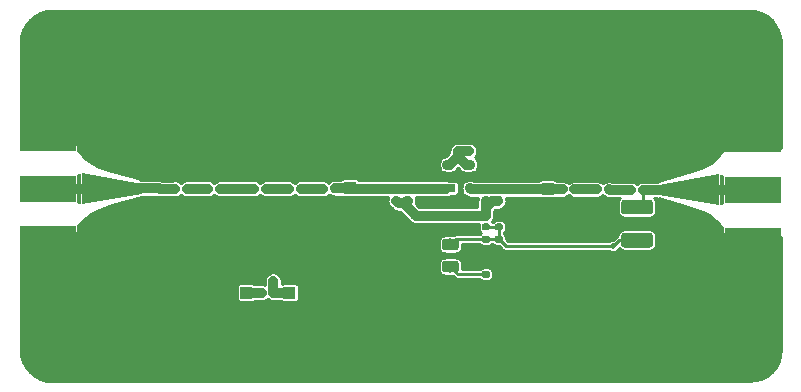
<source format=gbr>
G04 #@! TF.GenerationSoftware,KiCad,Pcbnew,5.1.2-f72e74a~84~ubuntu18.04.1*
G04 #@! TF.CreationDate,2019-07-13T08:00:24-04:00*
G04 #@! TF.ProjectId,iss-lna,6973732d-6c6e-4612-9e6b-696361645f70,rev?*
G04 #@! TF.SameCoordinates,Original*
G04 #@! TF.FileFunction,Copper,L1,Top*
G04 #@! TF.FilePolarity,Positive*
%FSLAX46Y46*%
G04 Gerber Fmt 4.6, Leading zero omitted, Abs format (unit mm)*
G04 Created by KiCad (PCBNEW 5.1.2-f72e74a~84~ubuntu18.04.1) date 2019-07-13 08:00:24*
%MOMM*%
%LPD*%
G04 APERTURE LIST*
%ADD10C,5.500000*%
%ADD11C,0.965200*%
%ADD12C,0.100000*%
%ADD13R,4.830000X2.413000*%
%ADD14R,4.830000X2.286000*%
%ADD15C,0.165100*%
%ADD16R,0.254000X2.616200*%
%ADD17C,0.590000*%
%ADD18C,0.500000*%
%ADD19R,0.900000X0.700000*%
%ADD20R,0.700000X0.700000*%
%ADD21C,1.250000*%
%ADD22R,2.000000X1.050000*%
%ADD23R,1.050000X1.000000*%
%ADD24C,0.975000*%
%ADD25C,0.690000*%
%ADD26C,0.849200*%
%ADD27C,0.250000*%
%ADD28C,0.254000*%
G04 APERTURE END LIST*
D10*
X140000000Y-70000000D03*
X140000000Y-46000000D03*
X83000000Y-70000000D03*
X83000000Y-46000000D03*
D11*
X135155000Y-61410000D03*
D12*
G36*
X133345000Y-63090000D02*
G01*
X133345000Y-58110000D01*
X135905000Y-58820000D01*
X137180000Y-59280000D01*
X137835000Y-59640000D01*
X138145000Y-59870000D01*
X138305000Y-60030000D01*
X138475000Y-60170000D01*
X138885000Y-60690000D01*
X138885000Y-63090000D01*
X133345000Y-63090000D01*
X133345000Y-63090000D01*
G37*
D11*
X136685000Y-57460000D03*
D12*
G36*
X133345000Y-57930000D02*
G01*
X133345000Y-57070000D01*
X138465000Y-56190000D01*
X138465000Y-58810000D01*
X133345000Y-57930000D01*
X133345000Y-57930000D01*
G37*
D11*
X134135000Y-54460000D03*
D12*
G36*
X138475000Y-54840000D02*
G01*
X138305000Y-54980000D01*
X138145000Y-55140000D01*
X137835000Y-55370000D01*
X137180000Y-55730000D01*
X135905000Y-56190000D01*
X133345000Y-56900000D01*
X133345000Y-51920000D01*
X138885000Y-51920000D01*
X138885000Y-54320000D01*
X138475000Y-54840000D01*
X138475000Y-54840000D01*
G37*
D13*
X141300000Y-61881500D03*
D14*
X141300000Y-57500000D03*
D13*
X141300000Y-53118500D03*
D15*
X138802450Y-57500000D03*
D12*
G36*
X138719900Y-56191900D02*
G01*
X138885000Y-56357000D01*
X138885000Y-58643000D01*
X138719900Y-58808100D01*
X138719900Y-56191900D01*
X138719900Y-56191900D01*
G37*
D16*
X138592900Y-57500000D03*
D11*
X137996000Y-53118500D03*
X137996000Y-61881500D03*
X87810000Y-53480000D03*
D12*
G36*
X89620000Y-51800000D02*
G01*
X89620000Y-56780000D01*
X87060000Y-56070000D01*
X85785000Y-55610000D01*
X85130000Y-55250000D01*
X84820000Y-55020000D01*
X84660000Y-54860000D01*
X84490000Y-54720000D01*
X84080000Y-54200000D01*
X84080000Y-51800000D01*
X89620000Y-51800000D01*
X89620000Y-51800000D01*
G37*
D11*
X86280000Y-57430000D03*
D12*
G36*
X89620000Y-56960000D02*
G01*
X89620000Y-57820000D01*
X84500000Y-58700000D01*
X84500000Y-56080000D01*
X89620000Y-56960000D01*
X89620000Y-56960000D01*
G37*
D11*
X88830000Y-60430000D03*
D12*
G36*
X84490000Y-60050000D02*
G01*
X84660000Y-59910000D01*
X84820000Y-59750000D01*
X85130000Y-59520000D01*
X85785000Y-59160000D01*
X87060000Y-58700000D01*
X89620000Y-57990000D01*
X89620000Y-62970000D01*
X84080000Y-62970000D01*
X84080000Y-60570000D01*
X84490000Y-60050000D01*
X84490000Y-60050000D01*
G37*
D13*
X81665000Y-53008500D03*
D14*
X81665000Y-57390000D03*
D13*
X81665000Y-61771500D03*
D15*
X84162550Y-57390000D03*
D12*
G36*
X84245100Y-58698100D02*
G01*
X84080000Y-58533000D01*
X84080000Y-56247000D01*
X84245100Y-56081900D01*
X84245100Y-58698100D01*
X84245100Y-58698100D01*
G37*
D16*
X84372100Y-57390000D03*
D11*
X84969000Y-61771500D03*
X84969000Y-53008500D03*
D12*
G36*
X119936958Y-57070710D02*
G01*
X119951276Y-57072834D01*
X119965317Y-57076351D01*
X119978946Y-57081228D01*
X119992031Y-57087417D01*
X120004447Y-57094858D01*
X120016073Y-57103481D01*
X120026798Y-57113202D01*
X120036519Y-57123927D01*
X120045142Y-57135553D01*
X120052583Y-57147969D01*
X120058772Y-57161054D01*
X120063649Y-57174683D01*
X120067166Y-57188724D01*
X120069290Y-57203042D01*
X120070000Y-57217500D01*
X120070000Y-57512500D01*
X120069290Y-57526958D01*
X120067166Y-57541276D01*
X120063649Y-57555317D01*
X120058772Y-57568946D01*
X120052583Y-57582031D01*
X120045142Y-57594447D01*
X120036519Y-57606073D01*
X120026798Y-57616798D01*
X120016073Y-57626519D01*
X120004447Y-57635142D01*
X119992031Y-57642583D01*
X119978946Y-57648772D01*
X119965317Y-57653649D01*
X119951276Y-57657166D01*
X119936958Y-57659290D01*
X119922500Y-57660000D01*
X119577500Y-57660000D01*
X119563042Y-57659290D01*
X119548724Y-57657166D01*
X119534683Y-57653649D01*
X119521054Y-57648772D01*
X119507969Y-57642583D01*
X119495553Y-57635142D01*
X119483927Y-57626519D01*
X119473202Y-57616798D01*
X119463481Y-57606073D01*
X119454858Y-57594447D01*
X119447417Y-57582031D01*
X119441228Y-57568946D01*
X119436351Y-57555317D01*
X119432834Y-57541276D01*
X119430710Y-57526958D01*
X119430000Y-57512500D01*
X119430000Y-57217500D01*
X119430710Y-57203042D01*
X119432834Y-57188724D01*
X119436351Y-57174683D01*
X119441228Y-57161054D01*
X119447417Y-57147969D01*
X119454858Y-57135553D01*
X119463481Y-57123927D01*
X119473202Y-57113202D01*
X119483927Y-57103481D01*
X119495553Y-57094858D01*
X119507969Y-57087417D01*
X119521054Y-57081228D01*
X119534683Y-57076351D01*
X119548724Y-57072834D01*
X119563042Y-57070710D01*
X119577500Y-57070000D01*
X119922500Y-57070000D01*
X119936958Y-57070710D01*
X119936958Y-57070710D01*
G37*
D17*
X119750000Y-57365000D03*
D12*
G36*
X119936958Y-58040710D02*
G01*
X119951276Y-58042834D01*
X119965317Y-58046351D01*
X119978946Y-58051228D01*
X119992031Y-58057417D01*
X120004447Y-58064858D01*
X120016073Y-58073481D01*
X120026798Y-58083202D01*
X120036519Y-58093927D01*
X120045142Y-58105553D01*
X120052583Y-58117969D01*
X120058772Y-58131054D01*
X120063649Y-58144683D01*
X120067166Y-58158724D01*
X120069290Y-58173042D01*
X120070000Y-58187500D01*
X120070000Y-58482500D01*
X120069290Y-58496958D01*
X120067166Y-58511276D01*
X120063649Y-58525317D01*
X120058772Y-58538946D01*
X120052583Y-58552031D01*
X120045142Y-58564447D01*
X120036519Y-58576073D01*
X120026798Y-58586798D01*
X120016073Y-58596519D01*
X120004447Y-58605142D01*
X119992031Y-58612583D01*
X119978946Y-58618772D01*
X119965317Y-58623649D01*
X119951276Y-58627166D01*
X119936958Y-58629290D01*
X119922500Y-58630000D01*
X119577500Y-58630000D01*
X119563042Y-58629290D01*
X119548724Y-58627166D01*
X119534683Y-58623649D01*
X119521054Y-58618772D01*
X119507969Y-58612583D01*
X119495553Y-58605142D01*
X119483927Y-58596519D01*
X119473202Y-58586798D01*
X119463481Y-58576073D01*
X119454858Y-58564447D01*
X119447417Y-58552031D01*
X119441228Y-58538946D01*
X119436351Y-58525317D01*
X119432834Y-58511276D01*
X119430710Y-58496958D01*
X119430000Y-58482500D01*
X119430000Y-58187500D01*
X119430710Y-58173042D01*
X119432834Y-58158724D01*
X119436351Y-58144683D01*
X119441228Y-58131054D01*
X119447417Y-58117969D01*
X119454858Y-58105553D01*
X119463481Y-58093927D01*
X119473202Y-58083202D01*
X119483927Y-58073481D01*
X119495553Y-58064858D01*
X119507969Y-58057417D01*
X119521054Y-58051228D01*
X119534683Y-58046351D01*
X119548724Y-58042834D01*
X119563042Y-58040710D01*
X119577500Y-58040000D01*
X119922500Y-58040000D01*
X119936958Y-58040710D01*
X119936958Y-58040710D01*
G37*
D17*
X119750000Y-58335000D03*
D12*
G36*
X118421958Y-53905710D02*
G01*
X118436276Y-53907834D01*
X118450317Y-53911351D01*
X118463946Y-53916228D01*
X118477031Y-53922417D01*
X118489447Y-53929858D01*
X118501073Y-53938481D01*
X118511798Y-53948202D01*
X118521519Y-53958927D01*
X118530142Y-53970553D01*
X118537583Y-53982969D01*
X118543772Y-53996054D01*
X118548649Y-54009683D01*
X118552166Y-54023724D01*
X118554290Y-54038042D01*
X118555000Y-54052500D01*
X118555000Y-54397500D01*
X118554290Y-54411958D01*
X118552166Y-54426276D01*
X118548649Y-54440317D01*
X118543772Y-54453946D01*
X118537583Y-54467031D01*
X118530142Y-54479447D01*
X118521519Y-54491073D01*
X118511798Y-54501798D01*
X118501073Y-54511519D01*
X118489447Y-54520142D01*
X118477031Y-54527583D01*
X118463946Y-54533772D01*
X118450317Y-54538649D01*
X118436276Y-54542166D01*
X118421958Y-54544290D01*
X118407500Y-54545000D01*
X118112500Y-54545000D01*
X118098042Y-54544290D01*
X118083724Y-54542166D01*
X118069683Y-54538649D01*
X118056054Y-54533772D01*
X118042969Y-54527583D01*
X118030553Y-54520142D01*
X118018927Y-54511519D01*
X118008202Y-54501798D01*
X117998481Y-54491073D01*
X117989858Y-54479447D01*
X117982417Y-54467031D01*
X117976228Y-54453946D01*
X117971351Y-54440317D01*
X117967834Y-54426276D01*
X117965710Y-54411958D01*
X117965000Y-54397500D01*
X117965000Y-54052500D01*
X117965710Y-54038042D01*
X117967834Y-54023724D01*
X117971351Y-54009683D01*
X117976228Y-53996054D01*
X117982417Y-53982969D01*
X117989858Y-53970553D01*
X117998481Y-53958927D01*
X118008202Y-53948202D01*
X118018927Y-53938481D01*
X118030553Y-53929858D01*
X118042969Y-53922417D01*
X118056054Y-53916228D01*
X118069683Y-53911351D01*
X118083724Y-53907834D01*
X118098042Y-53905710D01*
X118112500Y-53905000D01*
X118407500Y-53905000D01*
X118421958Y-53905710D01*
X118421958Y-53905710D01*
G37*
D17*
X118260000Y-54225000D03*
D12*
G36*
X117451958Y-53905710D02*
G01*
X117466276Y-53907834D01*
X117480317Y-53911351D01*
X117493946Y-53916228D01*
X117507031Y-53922417D01*
X117519447Y-53929858D01*
X117531073Y-53938481D01*
X117541798Y-53948202D01*
X117551519Y-53958927D01*
X117560142Y-53970553D01*
X117567583Y-53982969D01*
X117573772Y-53996054D01*
X117578649Y-54009683D01*
X117582166Y-54023724D01*
X117584290Y-54038042D01*
X117585000Y-54052500D01*
X117585000Y-54397500D01*
X117584290Y-54411958D01*
X117582166Y-54426276D01*
X117578649Y-54440317D01*
X117573772Y-54453946D01*
X117567583Y-54467031D01*
X117560142Y-54479447D01*
X117551519Y-54491073D01*
X117541798Y-54501798D01*
X117531073Y-54511519D01*
X117519447Y-54520142D01*
X117507031Y-54527583D01*
X117493946Y-54533772D01*
X117480317Y-54538649D01*
X117466276Y-54542166D01*
X117451958Y-54544290D01*
X117437500Y-54545000D01*
X117142500Y-54545000D01*
X117128042Y-54544290D01*
X117113724Y-54542166D01*
X117099683Y-54538649D01*
X117086054Y-54533772D01*
X117072969Y-54527583D01*
X117060553Y-54520142D01*
X117048927Y-54511519D01*
X117038202Y-54501798D01*
X117028481Y-54491073D01*
X117019858Y-54479447D01*
X117012417Y-54467031D01*
X117006228Y-54453946D01*
X117001351Y-54440317D01*
X116997834Y-54426276D01*
X116995710Y-54411958D01*
X116995000Y-54397500D01*
X116995000Y-54052500D01*
X116995710Y-54038042D01*
X116997834Y-54023724D01*
X117001351Y-54009683D01*
X117006228Y-53996054D01*
X117012417Y-53982969D01*
X117019858Y-53970553D01*
X117028481Y-53958927D01*
X117038202Y-53948202D01*
X117048927Y-53938481D01*
X117060553Y-53929858D01*
X117072969Y-53922417D01*
X117086054Y-53916228D01*
X117099683Y-53911351D01*
X117113724Y-53907834D01*
X117128042Y-53905710D01*
X117142500Y-53905000D01*
X117437500Y-53905000D01*
X117451958Y-53905710D01*
X117451958Y-53905710D01*
G37*
D17*
X117290000Y-54225000D03*
D12*
G36*
X115526958Y-53905710D02*
G01*
X115541276Y-53907834D01*
X115555317Y-53911351D01*
X115568946Y-53916228D01*
X115582031Y-53922417D01*
X115594447Y-53929858D01*
X115606073Y-53938481D01*
X115616798Y-53948202D01*
X115626519Y-53958927D01*
X115635142Y-53970553D01*
X115642583Y-53982969D01*
X115648772Y-53996054D01*
X115653649Y-54009683D01*
X115657166Y-54023724D01*
X115659290Y-54038042D01*
X115660000Y-54052500D01*
X115660000Y-54397500D01*
X115659290Y-54411958D01*
X115657166Y-54426276D01*
X115653649Y-54440317D01*
X115648772Y-54453946D01*
X115642583Y-54467031D01*
X115635142Y-54479447D01*
X115626519Y-54491073D01*
X115616798Y-54501798D01*
X115606073Y-54511519D01*
X115594447Y-54520142D01*
X115582031Y-54527583D01*
X115568946Y-54533772D01*
X115555317Y-54538649D01*
X115541276Y-54542166D01*
X115526958Y-54544290D01*
X115512500Y-54545000D01*
X115217500Y-54545000D01*
X115203042Y-54544290D01*
X115188724Y-54542166D01*
X115174683Y-54538649D01*
X115161054Y-54533772D01*
X115147969Y-54527583D01*
X115135553Y-54520142D01*
X115123927Y-54511519D01*
X115113202Y-54501798D01*
X115103481Y-54491073D01*
X115094858Y-54479447D01*
X115087417Y-54467031D01*
X115081228Y-54453946D01*
X115076351Y-54440317D01*
X115072834Y-54426276D01*
X115070710Y-54411958D01*
X115070000Y-54397500D01*
X115070000Y-54052500D01*
X115070710Y-54038042D01*
X115072834Y-54023724D01*
X115076351Y-54009683D01*
X115081228Y-53996054D01*
X115087417Y-53982969D01*
X115094858Y-53970553D01*
X115103481Y-53958927D01*
X115113202Y-53948202D01*
X115123927Y-53938481D01*
X115135553Y-53929858D01*
X115147969Y-53922417D01*
X115161054Y-53916228D01*
X115174683Y-53911351D01*
X115188724Y-53907834D01*
X115203042Y-53905710D01*
X115217500Y-53905000D01*
X115512500Y-53905000D01*
X115526958Y-53905710D01*
X115526958Y-53905710D01*
G37*
D17*
X115365000Y-54225000D03*
D12*
G36*
X116496958Y-53905710D02*
G01*
X116511276Y-53907834D01*
X116525317Y-53911351D01*
X116538946Y-53916228D01*
X116552031Y-53922417D01*
X116564447Y-53929858D01*
X116576073Y-53938481D01*
X116586798Y-53948202D01*
X116596519Y-53958927D01*
X116605142Y-53970553D01*
X116612583Y-53982969D01*
X116618772Y-53996054D01*
X116623649Y-54009683D01*
X116627166Y-54023724D01*
X116629290Y-54038042D01*
X116630000Y-54052500D01*
X116630000Y-54397500D01*
X116629290Y-54411958D01*
X116627166Y-54426276D01*
X116623649Y-54440317D01*
X116618772Y-54453946D01*
X116612583Y-54467031D01*
X116605142Y-54479447D01*
X116596519Y-54491073D01*
X116586798Y-54501798D01*
X116576073Y-54511519D01*
X116564447Y-54520142D01*
X116552031Y-54527583D01*
X116538946Y-54533772D01*
X116525317Y-54538649D01*
X116511276Y-54542166D01*
X116496958Y-54544290D01*
X116482500Y-54545000D01*
X116187500Y-54545000D01*
X116173042Y-54544290D01*
X116158724Y-54542166D01*
X116144683Y-54538649D01*
X116131054Y-54533772D01*
X116117969Y-54527583D01*
X116105553Y-54520142D01*
X116093927Y-54511519D01*
X116083202Y-54501798D01*
X116073481Y-54491073D01*
X116064858Y-54479447D01*
X116057417Y-54467031D01*
X116051228Y-54453946D01*
X116046351Y-54440317D01*
X116042834Y-54426276D01*
X116040710Y-54411958D01*
X116040000Y-54397500D01*
X116040000Y-54052500D01*
X116040710Y-54038042D01*
X116042834Y-54023724D01*
X116046351Y-54009683D01*
X116051228Y-53996054D01*
X116057417Y-53982969D01*
X116064858Y-53970553D01*
X116073481Y-53958927D01*
X116083202Y-53948202D01*
X116093927Y-53938481D01*
X116105553Y-53929858D01*
X116117969Y-53922417D01*
X116131054Y-53916228D01*
X116144683Y-53911351D01*
X116158724Y-53907834D01*
X116173042Y-53905710D01*
X116187500Y-53905000D01*
X116482500Y-53905000D01*
X116496958Y-53905710D01*
X116496958Y-53905710D01*
G37*
D17*
X116335000Y-54225000D03*
D18*
X121500000Y-64650000D03*
X129500000Y-62250000D03*
X98100000Y-57400000D03*
D12*
G36*
X99876958Y-65880710D02*
G01*
X99891276Y-65882834D01*
X99905317Y-65886351D01*
X99918946Y-65891228D01*
X99932031Y-65897417D01*
X99944447Y-65904858D01*
X99956073Y-65913481D01*
X99966798Y-65923202D01*
X99976519Y-65933927D01*
X99985142Y-65945553D01*
X99992583Y-65957969D01*
X99998772Y-65971054D01*
X100003649Y-65984683D01*
X100007166Y-65998724D01*
X100009290Y-66013042D01*
X100010000Y-66027500D01*
X100010000Y-66372500D01*
X100009290Y-66386958D01*
X100007166Y-66401276D01*
X100003649Y-66415317D01*
X99998772Y-66428946D01*
X99992583Y-66442031D01*
X99985142Y-66454447D01*
X99976519Y-66466073D01*
X99966798Y-66476798D01*
X99956073Y-66486519D01*
X99944447Y-66495142D01*
X99932031Y-66502583D01*
X99918946Y-66508772D01*
X99905317Y-66513649D01*
X99891276Y-66517166D01*
X99876958Y-66519290D01*
X99862500Y-66520000D01*
X99567500Y-66520000D01*
X99553042Y-66519290D01*
X99538724Y-66517166D01*
X99524683Y-66513649D01*
X99511054Y-66508772D01*
X99497969Y-66502583D01*
X99485553Y-66495142D01*
X99473927Y-66486519D01*
X99463202Y-66476798D01*
X99453481Y-66466073D01*
X99444858Y-66454447D01*
X99437417Y-66442031D01*
X99431228Y-66428946D01*
X99426351Y-66415317D01*
X99422834Y-66401276D01*
X99420710Y-66386958D01*
X99420000Y-66372500D01*
X99420000Y-66027500D01*
X99420710Y-66013042D01*
X99422834Y-65998724D01*
X99426351Y-65984683D01*
X99431228Y-65971054D01*
X99437417Y-65957969D01*
X99444858Y-65945553D01*
X99453481Y-65933927D01*
X99463202Y-65923202D01*
X99473927Y-65913481D01*
X99485553Y-65904858D01*
X99497969Y-65897417D01*
X99511054Y-65891228D01*
X99524683Y-65886351D01*
X99538724Y-65882834D01*
X99553042Y-65880710D01*
X99567500Y-65880000D01*
X99862500Y-65880000D01*
X99876958Y-65880710D01*
X99876958Y-65880710D01*
G37*
D17*
X99715000Y-66200000D03*
D12*
G36*
X100846958Y-65880710D02*
G01*
X100861276Y-65882834D01*
X100875317Y-65886351D01*
X100888946Y-65891228D01*
X100902031Y-65897417D01*
X100914447Y-65904858D01*
X100926073Y-65913481D01*
X100936798Y-65923202D01*
X100946519Y-65933927D01*
X100955142Y-65945553D01*
X100962583Y-65957969D01*
X100968772Y-65971054D01*
X100973649Y-65984683D01*
X100977166Y-65998724D01*
X100979290Y-66013042D01*
X100980000Y-66027500D01*
X100980000Y-66372500D01*
X100979290Y-66386958D01*
X100977166Y-66401276D01*
X100973649Y-66415317D01*
X100968772Y-66428946D01*
X100962583Y-66442031D01*
X100955142Y-66454447D01*
X100946519Y-66466073D01*
X100936798Y-66476798D01*
X100926073Y-66486519D01*
X100914447Y-66495142D01*
X100902031Y-66502583D01*
X100888946Y-66508772D01*
X100875317Y-66513649D01*
X100861276Y-66517166D01*
X100846958Y-66519290D01*
X100832500Y-66520000D01*
X100537500Y-66520000D01*
X100523042Y-66519290D01*
X100508724Y-66517166D01*
X100494683Y-66513649D01*
X100481054Y-66508772D01*
X100467969Y-66502583D01*
X100455553Y-66495142D01*
X100443927Y-66486519D01*
X100433202Y-66476798D01*
X100423481Y-66466073D01*
X100414858Y-66454447D01*
X100407417Y-66442031D01*
X100401228Y-66428946D01*
X100396351Y-66415317D01*
X100392834Y-66401276D01*
X100390710Y-66386958D01*
X100390000Y-66372500D01*
X100390000Y-66027500D01*
X100390710Y-66013042D01*
X100392834Y-65998724D01*
X100396351Y-65984683D01*
X100401228Y-65971054D01*
X100407417Y-65957969D01*
X100414858Y-65945553D01*
X100423481Y-65933927D01*
X100433202Y-65923202D01*
X100443927Y-65913481D01*
X100455553Y-65904858D01*
X100467969Y-65897417D01*
X100481054Y-65891228D01*
X100494683Y-65886351D01*
X100508724Y-65882834D01*
X100523042Y-65880710D01*
X100537500Y-65880000D01*
X100832500Y-65880000D01*
X100846958Y-65880710D01*
X100846958Y-65880710D01*
G37*
D17*
X100685000Y-66200000D03*
D12*
G36*
X100886958Y-63920710D02*
G01*
X100901276Y-63922834D01*
X100915317Y-63926351D01*
X100928946Y-63931228D01*
X100942031Y-63937417D01*
X100954447Y-63944858D01*
X100966073Y-63953481D01*
X100976798Y-63963202D01*
X100986519Y-63973927D01*
X100995142Y-63985553D01*
X101002583Y-63997969D01*
X101008772Y-64011054D01*
X101013649Y-64024683D01*
X101017166Y-64038724D01*
X101019290Y-64053042D01*
X101020000Y-64067500D01*
X101020000Y-64362500D01*
X101019290Y-64376958D01*
X101017166Y-64391276D01*
X101013649Y-64405317D01*
X101008772Y-64418946D01*
X101002583Y-64432031D01*
X100995142Y-64444447D01*
X100986519Y-64456073D01*
X100976798Y-64466798D01*
X100966073Y-64476519D01*
X100954447Y-64485142D01*
X100942031Y-64492583D01*
X100928946Y-64498772D01*
X100915317Y-64503649D01*
X100901276Y-64507166D01*
X100886958Y-64509290D01*
X100872500Y-64510000D01*
X100527500Y-64510000D01*
X100513042Y-64509290D01*
X100498724Y-64507166D01*
X100484683Y-64503649D01*
X100471054Y-64498772D01*
X100457969Y-64492583D01*
X100445553Y-64485142D01*
X100433927Y-64476519D01*
X100423202Y-64466798D01*
X100413481Y-64456073D01*
X100404858Y-64444447D01*
X100397417Y-64432031D01*
X100391228Y-64418946D01*
X100386351Y-64405317D01*
X100382834Y-64391276D01*
X100380710Y-64376958D01*
X100380000Y-64362500D01*
X100380000Y-64067500D01*
X100380710Y-64053042D01*
X100382834Y-64038724D01*
X100386351Y-64024683D01*
X100391228Y-64011054D01*
X100397417Y-63997969D01*
X100404858Y-63985553D01*
X100413481Y-63973927D01*
X100423202Y-63963202D01*
X100433927Y-63953481D01*
X100445553Y-63944858D01*
X100457969Y-63937417D01*
X100471054Y-63931228D01*
X100484683Y-63926351D01*
X100498724Y-63922834D01*
X100513042Y-63920710D01*
X100527500Y-63920000D01*
X100872500Y-63920000D01*
X100886958Y-63920710D01*
X100886958Y-63920710D01*
G37*
D17*
X100700000Y-64215000D03*
D12*
G36*
X100886958Y-64890710D02*
G01*
X100901276Y-64892834D01*
X100915317Y-64896351D01*
X100928946Y-64901228D01*
X100942031Y-64907417D01*
X100954447Y-64914858D01*
X100966073Y-64923481D01*
X100976798Y-64933202D01*
X100986519Y-64943927D01*
X100995142Y-64955553D01*
X101002583Y-64967969D01*
X101008772Y-64981054D01*
X101013649Y-64994683D01*
X101017166Y-65008724D01*
X101019290Y-65023042D01*
X101020000Y-65037500D01*
X101020000Y-65332500D01*
X101019290Y-65346958D01*
X101017166Y-65361276D01*
X101013649Y-65375317D01*
X101008772Y-65388946D01*
X101002583Y-65402031D01*
X100995142Y-65414447D01*
X100986519Y-65426073D01*
X100976798Y-65436798D01*
X100966073Y-65446519D01*
X100954447Y-65455142D01*
X100942031Y-65462583D01*
X100928946Y-65468772D01*
X100915317Y-65473649D01*
X100901276Y-65477166D01*
X100886958Y-65479290D01*
X100872500Y-65480000D01*
X100527500Y-65480000D01*
X100513042Y-65479290D01*
X100498724Y-65477166D01*
X100484683Y-65473649D01*
X100471054Y-65468772D01*
X100457969Y-65462583D01*
X100445553Y-65455142D01*
X100433927Y-65446519D01*
X100423202Y-65436798D01*
X100413481Y-65426073D01*
X100404858Y-65414447D01*
X100397417Y-65402031D01*
X100391228Y-65388946D01*
X100386351Y-65375317D01*
X100382834Y-65361276D01*
X100380710Y-65346958D01*
X100380000Y-65332500D01*
X100380000Y-65037500D01*
X100380710Y-65023042D01*
X100382834Y-65008724D01*
X100386351Y-64994683D01*
X100391228Y-64981054D01*
X100397417Y-64967969D01*
X100404858Y-64955553D01*
X100413481Y-64943927D01*
X100423202Y-64933202D01*
X100433927Y-64923481D01*
X100445553Y-64914858D01*
X100457969Y-64907417D01*
X100471054Y-64901228D01*
X100484683Y-64896351D01*
X100498724Y-64892834D01*
X100513042Y-64890710D01*
X100527500Y-64890000D01*
X100872500Y-64890000D01*
X100886958Y-64890710D01*
X100886958Y-64890710D01*
G37*
D17*
X100700000Y-65185000D03*
D12*
G36*
X118886958Y-63370710D02*
G01*
X118901276Y-63372834D01*
X118915317Y-63376351D01*
X118928946Y-63381228D01*
X118942031Y-63387417D01*
X118954447Y-63394858D01*
X118966073Y-63403481D01*
X118976798Y-63413202D01*
X118986519Y-63423927D01*
X118995142Y-63435553D01*
X119002583Y-63447969D01*
X119008772Y-63461054D01*
X119013649Y-63474683D01*
X119017166Y-63488724D01*
X119019290Y-63503042D01*
X119020000Y-63517500D01*
X119020000Y-63812500D01*
X119019290Y-63826958D01*
X119017166Y-63841276D01*
X119013649Y-63855317D01*
X119008772Y-63868946D01*
X119002583Y-63882031D01*
X118995142Y-63894447D01*
X118986519Y-63906073D01*
X118976798Y-63916798D01*
X118966073Y-63926519D01*
X118954447Y-63935142D01*
X118942031Y-63942583D01*
X118928946Y-63948772D01*
X118915317Y-63953649D01*
X118901276Y-63957166D01*
X118886958Y-63959290D01*
X118872500Y-63960000D01*
X118527500Y-63960000D01*
X118513042Y-63959290D01*
X118498724Y-63957166D01*
X118484683Y-63953649D01*
X118471054Y-63948772D01*
X118457969Y-63942583D01*
X118445553Y-63935142D01*
X118433927Y-63926519D01*
X118423202Y-63916798D01*
X118413481Y-63906073D01*
X118404858Y-63894447D01*
X118397417Y-63882031D01*
X118391228Y-63868946D01*
X118386351Y-63855317D01*
X118382834Y-63841276D01*
X118380710Y-63826958D01*
X118380000Y-63812500D01*
X118380000Y-63517500D01*
X118380710Y-63503042D01*
X118382834Y-63488724D01*
X118386351Y-63474683D01*
X118391228Y-63461054D01*
X118397417Y-63447969D01*
X118404858Y-63435553D01*
X118413481Y-63423927D01*
X118423202Y-63413202D01*
X118433927Y-63403481D01*
X118445553Y-63394858D01*
X118457969Y-63387417D01*
X118471054Y-63381228D01*
X118484683Y-63376351D01*
X118498724Y-63372834D01*
X118513042Y-63370710D01*
X118527500Y-63370000D01*
X118872500Y-63370000D01*
X118886958Y-63370710D01*
X118886958Y-63370710D01*
G37*
D17*
X118700000Y-63665000D03*
D12*
G36*
X118886958Y-64340710D02*
G01*
X118901276Y-64342834D01*
X118915317Y-64346351D01*
X118928946Y-64351228D01*
X118942031Y-64357417D01*
X118954447Y-64364858D01*
X118966073Y-64373481D01*
X118976798Y-64383202D01*
X118986519Y-64393927D01*
X118995142Y-64405553D01*
X119002583Y-64417969D01*
X119008772Y-64431054D01*
X119013649Y-64444683D01*
X119017166Y-64458724D01*
X119019290Y-64473042D01*
X119020000Y-64487500D01*
X119020000Y-64782500D01*
X119019290Y-64796958D01*
X119017166Y-64811276D01*
X119013649Y-64825317D01*
X119008772Y-64838946D01*
X119002583Y-64852031D01*
X118995142Y-64864447D01*
X118986519Y-64876073D01*
X118976798Y-64886798D01*
X118966073Y-64896519D01*
X118954447Y-64905142D01*
X118942031Y-64912583D01*
X118928946Y-64918772D01*
X118915317Y-64923649D01*
X118901276Y-64927166D01*
X118886958Y-64929290D01*
X118872500Y-64930000D01*
X118527500Y-64930000D01*
X118513042Y-64929290D01*
X118498724Y-64927166D01*
X118484683Y-64923649D01*
X118471054Y-64918772D01*
X118457969Y-64912583D01*
X118445553Y-64905142D01*
X118433927Y-64896519D01*
X118423202Y-64886798D01*
X118413481Y-64876073D01*
X118404858Y-64864447D01*
X118397417Y-64852031D01*
X118391228Y-64838946D01*
X118386351Y-64825317D01*
X118382834Y-64811276D01*
X118380710Y-64796958D01*
X118380000Y-64782500D01*
X118380000Y-64487500D01*
X118380710Y-64473042D01*
X118382834Y-64458724D01*
X118386351Y-64444683D01*
X118391228Y-64431054D01*
X118397417Y-64417969D01*
X118404858Y-64405553D01*
X118413481Y-64393927D01*
X118423202Y-64383202D01*
X118433927Y-64373481D01*
X118445553Y-64364858D01*
X118457969Y-64357417D01*
X118471054Y-64351228D01*
X118484683Y-64346351D01*
X118498724Y-64342834D01*
X118513042Y-64340710D01*
X118527500Y-64340000D01*
X118872500Y-64340000D01*
X118886958Y-64340710D01*
X118886958Y-64340710D01*
G37*
D17*
X118700000Y-64635000D03*
D12*
G36*
X125361958Y-57130710D02*
G01*
X125376276Y-57132834D01*
X125390317Y-57136351D01*
X125403946Y-57141228D01*
X125417031Y-57147417D01*
X125429447Y-57154858D01*
X125441073Y-57163481D01*
X125451798Y-57173202D01*
X125461519Y-57183927D01*
X125470142Y-57195553D01*
X125477583Y-57207969D01*
X125483772Y-57221054D01*
X125488649Y-57234683D01*
X125492166Y-57248724D01*
X125494290Y-57263042D01*
X125495000Y-57277500D01*
X125495000Y-57622500D01*
X125494290Y-57636958D01*
X125492166Y-57651276D01*
X125488649Y-57665317D01*
X125483772Y-57678946D01*
X125477583Y-57692031D01*
X125470142Y-57704447D01*
X125461519Y-57716073D01*
X125451798Y-57726798D01*
X125441073Y-57736519D01*
X125429447Y-57745142D01*
X125417031Y-57752583D01*
X125403946Y-57758772D01*
X125390317Y-57763649D01*
X125376276Y-57767166D01*
X125361958Y-57769290D01*
X125347500Y-57770000D01*
X125052500Y-57770000D01*
X125038042Y-57769290D01*
X125023724Y-57767166D01*
X125009683Y-57763649D01*
X124996054Y-57758772D01*
X124982969Y-57752583D01*
X124970553Y-57745142D01*
X124958927Y-57736519D01*
X124948202Y-57726798D01*
X124938481Y-57716073D01*
X124929858Y-57704447D01*
X124922417Y-57692031D01*
X124916228Y-57678946D01*
X124911351Y-57665317D01*
X124907834Y-57651276D01*
X124905710Y-57636958D01*
X124905000Y-57622500D01*
X124905000Y-57277500D01*
X124905710Y-57263042D01*
X124907834Y-57248724D01*
X124911351Y-57234683D01*
X124916228Y-57221054D01*
X124922417Y-57207969D01*
X124929858Y-57195553D01*
X124938481Y-57183927D01*
X124948202Y-57173202D01*
X124958927Y-57163481D01*
X124970553Y-57154858D01*
X124982969Y-57147417D01*
X124996054Y-57141228D01*
X125009683Y-57136351D01*
X125023724Y-57132834D01*
X125038042Y-57130710D01*
X125052500Y-57130000D01*
X125347500Y-57130000D01*
X125361958Y-57130710D01*
X125361958Y-57130710D01*
G37*
D17*
X125200000Y-57450000D03*
D12*
G36*
X126331958Y-57130710D02*
G01*
X126346276Y-57132834D01*
X126360317Y-57136351D01*
X126373946Y-57141228D01*
X126387031Y-57147417D01*
X126399447Y-57154858D01*
X126411073Y-57163481D01*
X126421798Y-57173202D01*
X126431519Y-57183927D01*
X126440142Y-57195553D01*
X126447583Y-57207969D01*
X126453772Y-57221054D01*
X126458649Y-57234683D01*
X126462166Y-57248724D01*
X126464290Y-57263042D01*
X126465000Y-57277500D01*
X126465000Y-57622500D01*
X126464290Y-57636958D01*
X126462166Y-57651276D01*
X126458649Y-57665317D01*
X126453772Y-57678946D01*
X126447583Y-57692031D01*
X126440142Y-57704447D01*
X126431519Y-57716073D01*
X126421798Y-57726798D01*
X126411073Y-57736519D01*
X126399447Y-57745142D01*
X126387031Y-57752583D01*
X126373946Y-57758772D01*
X126360317Y-57763649D01*
X126346276Y-57767166D01*
X126331958Y-57769290D01*
X126317500Y-57770000D01*
X126022500Y-57770000D01*
X126008042Y-57769290D01*
X125993724Y-57767166D01*
X125979683Y-57763649D01*
X125966054Y-57758772D01*
X125952969Y-57752583D01*
X125940553Y-57745142D01*
X125928927Y-57736519D01*
X125918202Y-57726798D01*
X125908481Y-57716073D01*
X125899858Y-57704447D01*
X125892417Y-57692031D01*
X125886228Y-57678946D01*
X125881351Y-57665317D01*
X125877834Y-57651276D01*
X125875710Y-57636958D01*
X125875000Y-57622500D01*
X125875000Y-57277500D01*
X125875710Y-57263042D01*
X125877834Y-57248724D01*
X125881351Y-57234683D01*
X125886228Y-57221054D01*
X125892417Y-57207969D01*
X125899858Y-57195553D01*
X125908481Y-57183927D01*
X125918202Y-57173202D01*
X125928927Y-57163481D01*
X125940553Y-57154858D01*
X125952969Y-57147417D01*
X125966054Y-57141228D01*
X125979683Y-57136351D01*
X125993724Y-57132834D01*
X126008042Y-57130710D01*
X126022500Y-57130000D01*
X126317500Y-57130000D01*
X126331958Y-57130710D01*
X126331958Y-57130710D01*
G37*
D17*
X126170000Y-57450000D03*
D12*
G36*
X118886958Y-59370710D02*
G01*
X118901276Y-59372834D01*
X118915317Y-59376351D01*
X118928946Y-59381228D01*
X118942031Y-59387417D01*
X118954447Y-59394858D01*
X118966073Y-59403481D01*
X118976798Y-59413202D01*
X118986519Y-59423927D01*
X118995142Y-59435553D01*
X119002583Y-59447969D01*
X119008772Y-59461054D01*
X119013649Y-59474683D01*
X119017166Y-59488724D01*
X119019290Y-59503042D01*
X119020000Y-59517500D01*
X119020000Y-59812500D01*
X119019290Y-59826958D01*
X119017166Y-59841276D01*
X119013649Y-59855317D01*
X119008772Y-59868946D01*
X119002583Y-59882031D01*
X118995142Y-59894447D01*
X118986519Y-59906073D01*
X118976798Y-59916798D01*
X118966073Y-59926519D01*
X118954447Y-59935142D01*
X118942031Y-59942583D01*
X118928946Y-59948772D01*
X118915317Y-59953649D01*
X118901276Y-59957166D01*
X118886958Y-59959290D01*
X118872500Y-59960000D01*
X118527500Y-59960000D01*
X118513042Y-59959290D01*
X118498724Y-59957166D01*
X118484683Y-59953649D01*
X118471054Y-59948772D01*
X118457969Y-59942583D01*
X118445553Y-59935142D01*
X118433927Y-59926519D01*
X118423202Y-59916798D01*
X118413481Y-59906073D01*
X118404858Y-59894447D01*
X118397417Y-59882031D01*
X118391228Y-59868946D01*
X118386351Y-59855317D01*
X118382834Y-59841276D01*
X118380710Y-59826958D01*
X118380000Y-59812500D01*
X118380000Y-59517500D01*
X118380710Y-59503042D01*
X118382834Y-59488724D01*
X118386351Y-59474683D01*
X118391228Y-59461054D01*
X118397417Y-59447969D01*
X118404858Y-59435553D01*
X118413481Y-59423927D01*
X118423202Y-59413202D01*
X118433927Y-59403481D01*
X118445553Y-59394858D01*
X118457969Y-59387417D01*
X118471054Y-59381228D01*
X118484683Y-59376351D01*
X118498724Y-59372834D01*
X118513042Y-59370710D01*
X118527500Y-59370000D01*
X118872500Y-59370000D01*
X118886958Y-59370710D01*
X118886958Y-59370710D01*
G37*
D17*
X118700000Y-59665000D03*
D12*
G36*
X118886958Y-60340710D02*
G01*
X118901276Y-60342834D01*
X118915317Y-60346351D01*
X118928946Y-60351228D01*
X118942031Y-60357417D01*
X118954447Y-60364858D01*
X118966073Y-60373481D01*
X118976798Y-60383202D01*
X118986519Y-60393927D01*
X118995142Y-60405553D01*
X119002583Y-60417969D01*
X119008772Y-60431054D01*
X119013649Y-60444683D01*
X119017166Y-60458724D01*
X119019290Y-60473042D01*
X119020000Y-60487500D01*
X119020000Y-60782500D01*
X119019290Y-60796958D01*
X119017166Y-60811276D01*
X119013649Y-60825317D01*
X119008772Y-60838946D01*
X119002583Y-60852031D01*
X118995142Y-60864447D01*
X118986519Y-60876073D01*
X118976798Y-60886798D01*
X118966073Y-60896519D01*
X118954447Y-60905142D01*
X118942031Y-60912583D01*
X118928946Y-60918772D01*
X118915317Y-60923649D01*
X118901276Y-60927166D01*
X118886958Y-60929290D01*
X118872500Y-60930000D01*
X118527500Y-60930000D01*
X118513042Y-60929290D01*
X118498724Y-60927166D01*
X118484683Y-60923649D01*
X118471054Y-60918772D01*
X118457969Y-60912583D01*
X118445553Y-60905142D01*
X118433927Y-60896519D01*
X118423202Y-60886798D01*
X118413481Y-60876073D01*
X118404858Y-60864447D01*
X118397417Y-60852031D01*
X118391228Y-60838946D01*
X118386351Y-60825317D01*
X118382834Y-60811276D01*
X118380710Y-60796958D01*
X118380000Y-60782500D01*
X118380000Y-60487500D01*
X118380710Y-60473042D01*
X118382834Y-60458724D01*
X118386351Y-60444683D01*
X118391228Y-60431054D01*
X118397417Y-60417969D01*
X118404858Y-60405553D01*
X118413481Y-60393927D01*
X118423202Y-60383202D01*
X118433927Y-60373481D01*
X118445553Y-60364858D01*
X118457969Y-60357417D01*
X118471054Y-60351228D01*
X118484683Y-60346351D01*
X118498724Y-60342834D01*
X118513042Y-60340710D01*
X118527500Y-60340000D01*
X118872500Y-60340000D01*
X118886958Y-60340710D01*
X118886958Y-60340710D01*
G37*
D17*
X118700000Y-60635000D03*
D12*
G36*
X114286958Y-56070710D02*
G01*
X114301276Y-56072834D01*
X114315317Y-56076351D01*
X114328946Y-56081228D01*
X114342031Y-56087417D01*
X114354447Y-56094858D01*
X114366073Y-56103481D01*
X114376798Y-56113202D01*
X114386519Y-56123927D01*
X114395142Y-56135553D01*
X114402583Y-56147969D01*
X114408772Y-56161054D01*
X114413649Y-56174683D01*
X114417166Y-56188724D01*
X114419290Y-56203042D01*
X114420000Y-56217500D01*
X114420000Y-56512500D01*
X114419290Y-56526958D01*
X114417166Y-56541276D01*
X114413649Y-56555317D01*
X114408772Y-56568946D01*
X114402583Y-56582031D01*
X114395142Y-56594447D01*
X114386519Y-56606073D01*
X114376798Y-56616798D01*
X114366073Y-56626519D01*
X114354447Y-56635142D01*
X114342031Y-56642583D01*
X114328946Y-56648772D01*
X114315317Y-56653649D01*
X114301276Y-56657166D01*
X114286958Y-56659290D01*
X114272500Y-56660000D01*
X113927500Y-56660000D01*
X113913042Y-56659290D01*
X113898724Y-56657166D01*
X113884683Y-56653649D01*
X113871054Y-56648772D01*
X113857969Y-56642583D01*
X113845553Y-56635142D01*
X113833927Y-56626519D01*
X113823202Y-56616798D01*
X113813481Y-56606073D01*
X113804858Y-56594447D01*
X113797417Y-56582031D01*
X113791228Y-56568946D01*
X113786351Y-56555317D01*
X113782834Y-56541276D01*
X113780710Y-56526958D01*
X113780000Y-56512500D01*
X113780000Y-56217500D01*
X113780710Y-56203042D01*
X113782834Y-56188724D01*
X113786351Y-56174683D01*
X113791228Y-56161054D01*
X113797417Y-56147969D01*
X113804858Y-56135553D01*
X113813481Y-56123927D01*
X113823202Y-56113202D01*
X113833927Y-56103481D01*
X113845553Y-56094858D01*
X113857969Y-56087417D01*
X113871054Y-56081228D01*
X113884683Y-56076351D01*
X113898724Y-56072834D01*
X113913042Y-56070710D01*
X113927500Y-56070000D01*
X114272500Y-56070000D01*
X114286958Y-56070710D01*
X114286958Y-56070710D01*
G37*
D17*
X114100000Y-56365000D03*
D12*
G36*
X114286958Y-57040710D02*
G01*
X114301276Y-57042834D01*
X114315317Y-57046351D01*
X114328946Y-57051228D01*
X114342031Y-57057417D01*
X114354447Y-57064858D01*
X114366073Y-57073481D01*
X114376798Y-57083202D01*
X114386519Y-57093927D01*
X114395142Y-57105553D01*
X114402583Y-57117969D01*
X114408772Y-57131054D01*
X114413649Y-57144683D01*
X114417166Y-57158724D01*
X114419290Y-57173042D01*
X114420000Y-57187500D01*
X114420000Y-57482500D01*
X114419290Y-57496958D01*
X114417166Y-57511276D01*
X114413649Y-57525317D01*
X114408772Y-57538946D01*
X114402583Y-57552031D01*
X114395142Y-57564447D01*
X114386519Y-57576073D01*
X114376798Y-57586798D01*
X114366073Y-57596519D01*
X114354447Y-57605142D01*
X114342031Y-57612583D01*
X114328946Y-57618772D01*
X114315317Y-57623649D01*
X114301276Y-57627166D01*
X114286958Y-57629290D01*
X114272500Y-57630000D01*
X113927500Y-57630000D01*
X113913042Y-57629290D01*
X113898724Y-57627166D01*
X113884683Y-57623649D01*
X113871054Y-57618772D01*
X113857969Y-57612583D01*
X113845553Y-57605142D01*
X113833927Y-57596519D01*
X113823202Y-57586798D01*
X113813481Y-57576073D01*
X113804858Y-57564447D01*
X113797417Y-57552031D01*
X113791228Y-57538946D01*
X113786351Y-57525317D01*
X113782834Y-57511276D01*
X113780710Y-57496958D01*
X113780000Y-57482500D01*
X113780000Y-57187500D01*
X113780710Y-57173042D01*
X113782834Y-57158724D01*
X113786351Y-57144683D01*
X113791228Y-57131054D01*
X113797417Y-57117969D01*
X113804858Y-57105553D01*
X113813481Y-57093927D01*
X113823202Y-57083202D01*
X113833927Y-57073481D01*
X113845553Y-57064858D01*
X113857969Y-57057417D01*
X113871054Y-57051228D01*
X113884683Y-57046351D01*
X113898724Y-57042834D01*
X113913042Y-57040710D01*
X113927500Y-57040000D01*
X114272500Y-57040000D01*
X114286958Y-57040710D01*
X114286958Y-57040710D01*
G37*
D17*
X114100000Y-57335000D03*
D12*
G36*
X112286958Y-57100710D02*
G01*
X112301276Y-57102834D01*
X112315317Y-57106351D01*
X112328946Y-57111228D01*
X112342031Y-57117417D01*
X112354447Y-57124858D01*
X112366073Y-57133481D01*
X112376798Y-57143202D01*
X112386519Y-57153927D01*
X112395142Y-57165553D01*
X112402583Y-57177969D01*
X112408772Y-57191054D01*
X112413649Y-57204683D01*
X112417166Y-57218724D01*
X112419290Y-57233042D01*
X112420000Y-57247500D01*
X112420000Y-57542500D01*
X112419290Y-57556958D01*
X112417166Y-57571276D01*
X112413649Y-57585317D01*
X112408772Y-57598946D01*
X112402583Y-57612031D01*
X112395142Y-57624447D01*
X112386519Y-57636073D01*
X112376798Y-57646798D01*
X112366073Y-57656519D01*
X112354447Y-57665142D01*
X112342031Y-57672583D01*
X112328946Y-57678772D01*
X112315317Y-57683649D01*
X112301276Y-57687166D01*
X112286958Y-57689290D01*
X112272500Y-57690000D01*
X111927500Y-57690000D01*
X111913042Y-57689290D01*
X111898724Y-57687166D01*
X111884683Y-57683649D01*
X111871054Y-57678772D01*
X111857969Y-57672583D01*
X111845553Y-57665142D01*
X111833927Y-57656519D01*
X111823202Y-57646798D01*
X111813481Y-57636073D01*
X111804858Y-57624447D01*
X111797417Y-57612031D01*
X111791228Y-57598946D01*
X111786351Y-57585317D01*
X111782834Y-57571276D01*
X111780710Y-57556958D01*
X111780000Y-57542500D01*
X111780000Y-57247500D01*
X111780710Y-57233042D01*
X111782834Y-57218724D01*
X111786351Y-57204683D01*
X111791228Y-57191054D01*
X111797417Y-57177969D01*
X111804858Y-57165553D01*
X111813481Y-57153927D01*
X111823202Y-57143202D01*
X111833927Y-57133481D01*
X111845553Y-57124858D01*
X111857969Y-57117417D01*
X111871054Y-57111228D01*
X111884683Y-57106351D01*
X111898724Y-57102834D01*
X111913042Y-57100710D01*
X111927500Y-57100000D01*
X112272500Y-57100000D01*
X112286958Y-57100710D01*
X112286958Y-57100710D01*
G37*
D17*
X112100000Y-57395000D03*
D12*
G36*
X112286958Y-58070710D02*
G01*
X112301276Y-58072834D01*
X112315317Y-58076351D01*
X112328946Y-58081228D01*
X112342031Y-58087417D01*
X112354447Y-58094858D01*
X112366073Y-58103481D01*
X112376798Y-58113202D01*
X112386519Y-58123927D01*
X112395142Y-58135553D01*
X112402583Y-58147969D01*
X112408772Y-58161054D01*
X112413649Y-58174683D01*
X112417166Y-58188724D01*
X112419290Y-58203042D01*
X112420000Y-58217500D01*
X112420000Y-58512500D01*
X112419290Y-58526958D01*
X112417166Y-58541276D01*
X112413649Y-58555317D01*
X112408772Y-58568946D01*
X112402583Y-58582031D01*
X112395142Y-58594447D01*
X112386519Y-58606073D01*
X112376798Y-58616798D01*
X112366073Y-58626519D01*
X112354447Y-58635142D01*
X112342031Y-58642583D01*
X112328946Y-58648772D01*
X112315317Y-58653649D01*
X112301276Y-58657166D01*
X112286958Y-58659290D01*
X112272500Y-58660000D01*
X111927500Y-58660000D01*
X111913042Y-58659290D01*
X111898724Y-58657166D01*
X111884683Y-58653649D01*
X111871054Y-58648772D01*
X111857969Y-58642583D01*
X111845553Y-58635142D01*
X111833927Y-58626519D01*
X111823202Y-58616798D01*
X111813481Y-58606073D01*
X111804858Y-58594447D01*
X111797417Y-58582031D01*
X111791228Y-58568946D01*
X111786351Y-58555317D01*
X111782834Y-58541276D01*
X111780710Y-58526958D01*
X111780000Y-58512500D01*
X111780000Y-58217500D01*
X111780710Y-58203042D01*
X111782834Y-58188724D01*
X111786351Y-58174683D01*
X111791228Y-58161054D01*
X111797417Y-58147969D01*
X111804858Y-58135553D01*
X111813481Y-58123927D01*
X111823202Y-58113202D01*
X111833927Y-58103481D01*
X111845553Y-58094858D01*
X111857969Y-58087417D01*
X111871054Y-58081228D01*
X111884683Y-58076351D01*
X111898724Y-58072834D01*
X111913042Y-58070710D01*
X111927500Y-58070000D01*
X112272500Y-58070000D01*
X112286958Y-58070710D01*
X112286958Y-58070710D01*
G37*
D17*
X112100000Y-58365000D03*
D12*
G36*
X113286958Y-56070710D02*
G01*
X113301276Y-56072834D01*
X113315317Y-56076351D01*
X113328946Y-56081228D01*
X113342031Y-56087417D01*
X113354447Y-56094858D01*
X113366073Y-56103481D01*
X113376798Y-56113202D01*
X113386519Y-56123927D01*
X113395142Y-56135553D01*
X113402583Y-56147969D01*
X113408772Y-56161054D01*
X113413649Y-56174683D01*
X113417166Y-56188724D01*
X113419290Y-56203042D01*
X113420000Y-56217500D01*
X113420000Y-56512500D01*
X113419290Y-56526958D01*
X113417166Y-56541276D01*
X113413649Y-56555317D01*
X113408772Y-56568946D01*
X113402583Y-56582031D01*
X113395142Y-56594447D01*
X113386519Y-56606073D01*
X113376798Y-56616798D01*
X113366073Y-56626519D01*
X113354447Y-56635142D01*
X113342031Y-56642583D01*
X113328946Y-56648772D01*
X113315317Y-56653649D01*
X113301276Y-56657166D01*
X113286958Y-56659290D01*
X113272500Y-56660000D01*
X112927500Y-56660000D01*
X112913042Y-56659290D01*
X112898724Y-56657166D01*
X112884683Y-56653649D01*
X112871054Y-56648772D01*
X112857969Y-56642583D01*
X112845553Y-56635142D01*
X112833927Y-56626519D01*
X112823202Y-56616798D01*
X112813481Y-56606073D01*
X112804858Y-56594447D01*
X112797417Y-56582031D01*
X112791228Y-56568946D01*
X112786351Y-56555317D01*
X112782834Y-56541276D01*
X112780710Y-56526958D01*
X112780000Y-56512500D01*
X112780000Y-56217500D01*
X112780710Y-56203042D01*
X112782834Y-56188724D01*
X112786351Y-56174683D01*
X112791228Y-56161054D01*
X112797417Y-56147969D01*
X112804858Y-56135553D01*
X112813481Y-56123927D01*
X112823202Y-56113202D01*
X112833927Y-56103481D01*
X112845553Y-56094858D01*
X112857969Y-56087417D01*
X112871054Y-56081228D01*
X112884683Y-56076351D01*
X112898724Y-56072834D01*
X112913042Y-56070710D01*
X112927500Y-56070000D01*
X113272500Y-56070000D01*
X113286958Y-56070710D01*
X113286958Y-56070710D01*
G37*
D17*
X113100000Y-56365000D03*
D12*
G36*
X113286958Y-57040710D02*
G01*
X113301276Y-57042834D01*
X113315317Y-57046351D01*
X113328946Y-57051228D01*
X113342031Y-57057417D01*
X113354447Y-57064858D01*
X113366073Y-57073481D01*
X113376798Y-57083202D01*
X113386519Y-57093927D01*
X113395142Y-57105553D01*
X113402583Y-57117969D01*
X113408772Y-57131054D01*
X113413649Y-57144683D01*
X113417166Y-57158724D01*
X113419290Y-57173042D01*
X113420000Y-57187500D01*
X113420000Y-57482500D01*
X113419290Y-57496958D01*
X113417166Y-57511276D01*
X113413649Y-57525317D01*
X113408772Y-57538946D01*
X113402583Y-57552031D01*
X113395142Y-57564447D01*
X113386519Y-57576073D01*
X113376798Y-57586798D01*
X113366073Y-57596519D01*
X113354447Y-57605142D01*
X113342031Y-57612583D01*
X113328946Y-57618772D01*
X113315317Y-57623649D01*
X113301276Y-57627166D01*
X113286958Y-57629290D01*
X113272500Y-57630000D01*
X112927500Y-57630000D01*
X112913042Y-57629290D01*
X112898724Y-57627166D01*
X112884683Y-57623649D01*
X112871054Y-57618772D01*
X112857969Y-57612583D01*
X112845553Y-57605142D01*
X112833927Y-57596519D01*
X112823202Y-57586798D01*
X112813481Y-57576073D01*
X112804858Y-57564447D01*
X112797417Y-57552031D01*
X112791228Y-57538946D01*
X112786351Y-57525317D01*
X112782834Y-57511276D01*
X112780710Y-57496958D01*
X112780000Y-57482500D01*
X112780000Y-57187500D01*
X112780710Y-57173042D01*
X112782834Y-57158724D01*
X112786351Y-57144683D01*
X112791228Y-57131054D01*
X112797417Y-57117969D01*
X112804858Y-57105553D01*
X112813481Y-57093927D01*
X112823202Y-57083202D01*
X112833927Y-57073481D01*
X112845553Y-57064858D01*
X112857969Y-57057417D01*
X112871054Y-57051228D01*
X112884683Y-57046351D01*
X112898724Y-57042834D01*
X112913042Y-57040710D01*
X112927500Y-57040000D01*
X113272500Y-57040000D01*
X113286958Y-57040710D01*
X113286958Y-57040710D01*
G37*
D17*
X113100000Y-57335000D03*
D12*
G36*
X111276958Y-57110710D02*
G01*
X111291276Y-57112834D01*
X111305317Y-57116351D01*
X111318946Y-57121228D01*
X111332031Y-57127417D01*
X111344447Y-57134858D01*
X111356073Y-57143481D01*
X111366798Y-57153202D01*
X111376519Y-57163927D01*
X111385142Y-57175553D01*
X111392583Y-57187969D01*
X111398772Y-57201054D01*
X111403649Y-57214683D01*
X111407166Y-57228724D01*
X111409290Y-57243042D01*
X111410000Y-57257500D01*
X111410000Y-57552500D01*
X111409290Y-57566958D01*
X111407166Y-57581276D01*
X111403649Y-57595317D01*
X111398772Y-57608946D01*
X111392583Y-57622031D01*
X111385142Y-57634447D01*
X111376519Y-57646073D01*
X111366798Y-57656798D01*
X111356073Y-57666519D01*
X111344447Y-57675142D01*
X111332031Y-57682583D01*
X111318946Y-57688772D01*
X111305317Y-57693649D01*
X111291276Y-57697166D01*
X111276958Y-57699290D01*
X111262500Y-57700000D01*
X110917500Y-57700000D01*
X110903042Y-57699290D01*
X110888724Y-57697166D01*
X110874683Y-57693649D01*
X110861054Y-57688772D01*
X110847969Y-57682583D01*
X110835553Y-57675142D01*
X110823927Y-57666519D01*
X110813202Y-57656798D01*
X110803481Y-57646073D01*
X110794858Y-57634447D01*
X110787417Y-57622031D01*
X110781228Y-57608946D01*
X110776351Y-57595317D01*
X110772834Y-57581276D01*
X110770710Y-57566958D01*
X110770000Y-57552500D01*
X110770000Y-57257500D01*
X110770710Y-57243042D01*
X110772834Y-57228724D01*
X110776351Y-57214683D01*
X110781228Y-57201054D01*
X110787417Y-57187969D01*
X110794858Y-57175553D01*
X110803481Y-57163927D01*
X110813202Y-57153202D01*
X110823927Y-57143481D01*
X110835553Y-57134858D01*
X110847969Y-57127417D01*
X110861054Y-57121228D01*
X110874683Y-57116351D01*
X110888724Y-57112834D01*
X110903042Y-57110710D01*
X110917500Y-57110000D01*
X111262500Y-57110000D01*
X111276958Y-57110710D01*
X111276958Y-57110710D01*
G37*
D17*
X111090000Y-57405000D03*
D12*
G36*
X111276958Y-58080710D02*
G01*
X111291276Y-58082834D01*
X111305317Y-58086351D01*
X111318946Y-58091228D01*
X111332031Y-58097417D01*
X111344447Y-58104858D01*
X111356073Y-58113481D01*
X111366798Y-58123202D01*
X111376519Y-58133927D01*
X111385142Y-58145553D01*
X111392583Y-58157969D01*
X111398772Y-58171054D01*
X111403649Y-58184683D01*
X111407166Y-58198724D01*
X111409290Y-58213042D01*
X111410000Y-58227500D01*
X111410000Y-58522500D01*
X111409290Y-58536958D01*
X111407166Y-58551276D01*
X111403649Y-58565317D01*
X111398772Y-58578946D01*
X111392583Y-58592031D01*
X111385142Y-58604447D01*
X111376519Y-58616073D01*
X111366798Y-58626798D01*
X111356073Y-58636519D01*
X111344447Y-58645142D01*
X111332031Y-58652583D01*
X111318946Y-58658772D01*
X111305317Y-58663649D01*
X111291276Y-58667166D01*
X111276958Y-58669290D01*
X111262500Y-58670000D01*
X110917500Y-58670000D01*
X110903042Y-58669290D01*
X110888724Y-58667166D01*
X110874683Y-58663649D01*
X110861054Y-58658772D01*
X110847969Y-58652583D01*
X110835553Y-58645142D01*
X110823927Y-58636519D01*
X110813202Y-58626798D01*
X110803481Y-58616073D01*
X110794858Y-58604447D01*
X110787417Y-58592031D01*
X110781228Y-58578946D01*
X110776351Y-58565317D01*
X110772834Y-58551276D01*
X110770710Y-58536958D01*
X110770000Y-58522500D01*
X110770000Y-58227500D01*
X110770710Y-58213042D01*
X110772834Y-58198724D01*
X110776351Y-58184683D01*
X110781228Y-58171054D01*
X110787417Y-58157969D01*
X110794858Y-58145553D01*
X110803481Y-58133927D01*
X110813202Y-58123202D01*
X110823927Y-58113481D01*
X110835553Y-58104858D01*
X110847969Y-58097417D01*
X110861054Y-58091228D01*
X110874683Y-58086351D01*
X110888724Y-58082834D01*
X110903042Y-58080710D01*
X110917500Y-58080000D01*
X111262500Y-58080000D01*
X111276958Y-58080710D01*
X111276958Y-58080710D01*
G37*
D17*
X111090000Y-58375000D03*
D12*
G36*
X105076958Y-57080710D02*
G01*
X105091276Y-57082834D01*
X105105317Y-57086351D01*
X105118946Y-57091228D01*
X105132031Y-57097417D01*
X105144447Y-57104858D01*
X105156073Y-57113481D01*
X105166798Y-57123202D01*
X105176519Y-57133927D01*
X105185142Y-57145553D01*
X105192583Y-57157969D01*
X105198772Y-57171054D01*
X105203649Y-57184683D01*
X105207166Y-57198724D01*
X105209290Y-57213042D01*
X105210000Y-57227500D01*
X105210000Y-57572500D01*
X105209290Y-57586958D01*
X105207166Y-57601276D01*
X105203649Y-57615317D01*
X105198772Y-57628946D01*
X105192583Y-57642031D01*
X105185142Y-57654447D01*
X105176519Y-57666073D01*
X105166798Y-57676798D01*
X105156073Y-57686519D01*
X105144447Y-57695142D01*
X105132031Y-57702583D01*
X105118946Y-57708772D01*
X105105317Y-57713649D01*
X105091276Y-57717166D01*
X105076958Y-57719290D01*
X105062500Y-57720000D01*
X104767500Y-57720000D01*
X104753042Y-57719290D01*
X104738724Y-57717166D01*
X104724683Y-57713649D01*
X104711054Y-57708772D01*
X104697969Y-57702583D01*
X104685553Y-57695142D01*
X104673927Y-57686519D01*
X104663202Y-57676798D01*
X104653481Y-57666073D01*
X104644858Y-57654447D01*
X104637417Y-57642031D01*
X104631228Y-57628946D01*
X104626351Y-57615317D01*
X104622834Y-57601276D01*
X104620710Y-57586958D01*
X104620000Y-57572500D01*
X104620000Y-57227500D01*
X104620710Y-57213042D01*
X104622834Y-57198724D01*
X104626351Y-57184683D01*
X104631228Y-57171054D01*
X104637417Y-57157969D01*
X104644858Y-57145553D01*
X104653481Y-57133927D01*
X104663202Y-57123202D01*
X104673927Y-57113481D01*
X104685553Y-57104858D01*
X104697969Y-57097417D01*
X104711054Y-57091228D01*
X104724683Y-57086351D01*
X104738724Y-57082834D01*
X104753042Y-57080710D01*
X104767500Y-57080000D01*
X105062500Y-57080000D01*
X105076958Y-57080710D01*
X105076958Y-57080710D01*
G37*
D17*
X104915000Y-57400000D03*
D12*
G36*
X106046958Y-57080710D02*
G01*
X106061276Y-57082834D01*
X106075317Y-57086351D01*
X106088946Y-57091228D01*
X106102031Y-57097417D01*
X106114447Y-57104858D01*
X106126073Y-57113481D01*
X106136798Y-57123202D01*
X106146519Y-57133927D01*
X106155142Y-57145553D01*
X106162583Y-57157969D01*
X106168772Y-57171054D01*
X106173649Y-57184683D01*
X106177166Y-57198724D01*
X106179290Y-57213042D01*
X106180000Y-57227500D01*
X106180000Y-57572500D01*
X106179290Y-57586958D01*
X106177166Y-57601276D01*
X106173649Y-57615317D01*
X106168772Y-57628946D01*
X106162583Y-57642031D01*
X106155142Y-57654447D01*
X106146519Y-57666073D01*
X106136798Y-57676798D01*
X106126073Y-57686519D01*
X106114447Y-57695142D01*
X106102031Y-57702583D01*
X106088946Y-57708772D01*
X106075317Y-57713649D01*
X106061276Y-57717166D01*
X106046958Y-57719290D01*
X106032500Y-57720000D01*
X105737500Y-57720000D01*
X105723042Y-57719290D01*
X105708724Y-57717166D01*
X105694683Y-57713649D01*
X105681054Y-57708772D01*
X105667969Y-57702583D01*
X105655553Y-57695142D01*
X105643927Y-57686519D01*
X105633202Y-57676798D01*
X105623481Y-57666073D01*
X105614858Y-57654447D01*
X105607417Y-57642031D01*
X105601228Y-57628946D01*
X105596351Y-57615317D01*
X105592834Y-57601276D01*
X105590710Y-57586958D01*
X105590000Y-57572500D01*
X105590000Y-57227500D01*
X105590710Y-57213042D01*
X105592834Y-57198724D01*
X105596351Y-57184683D01*
X105601228Y-57171054D01*
X105607417Y-57157969D01*
X105614858Y-57145553D01*
X105623481Y-57133927D01*
X105633202Y-57123202D01*
X105643927Y-57113481D01*
X105655553Y-57104858D01*
X105667969Y-57097417D01*
X105681054Y-57091228D01*
X105694683Y-57086351D01*
X105708724Y-57082834D01*
X105723042Y-57080710D01*
X105737500Y-57080000D01*
X106032500Y-57080000D01*
X106046958Y-57080710D01*
X106046958Y-57080710D01*
G37*
D17*
X105885000Y-57400000D03*
D19*
X115650000Y-57350000D03*
D20*
X117350000Y-57350000D03*
X117350000Y-55350000D03*
X115450000Y-55350000D03*
D12*
G36*
X132599504Y-58326204D02*
G01*
X132623773Y-58329804D01*
X132647571Y-58335765D01*
X132670671Y-58344030D01*
X132692849Y-58354520D01*
X132713893Y-58367133D01*
X132733598Y-58381747D01*
X132751777Y-58398223D01*
X132768253Y-58416402D01*
X132782867Y-58436107D01*
X132795480Y-58457151D01*
X132805970Y-58479329D01*
X132814235Y-58502429D01*
X132820196Y-58526227D01*
X132823796Y-58550496D01*
X132825000Y-58575000D01*
X132825000Y-59325000D01*
X132823796Y-59349504D01*
X132820196Y-59373773D01*
X132814235Y-59397571D01*
X132805970Y-59420671D01*
X132795480Y-59442849D01*
X132782867Y-59463893D01*
X132768253Y-59483598D01*
X132751777Y-59501777D01*
X132733598Y-59518253D01*
X132713893Y-59532867D01*
X132692849Y-59545480D01*
X132670671Y-59555970D01*
X132647571Y-59564235D01*
X132623773Y-59570196D01*
X132599504Y-59573796D01*
X132575000Y-59575000D01*
X130425000Y-59575000D01*
X130400496Y-59573796D01*
X130376227Y-59570196D01*
X130352429Y-59564235D01*
X130329329Y-59555970D01*
X130307151Y-59545480D01*
X130286107Y-59532867D01*
X130266402Y-59518253D01*
X130248223Y-59501777D01*
X130231747Y-59483598D01*
X130217133Y-59463893D01*
X130204520Y-59442849D01*
X130194030Y-59420671D01*
X130185765Y-59397571D01*
X130179804Y-59373773D01*
X130176204Y-59349504D01*
X130175000Y-59325000D01*
X130175000Y-58575000D01*
X130176204Y-58550496D01*
X130179804Y-58526227D01*
X130185765Y-58502429D01*
X130194030Y-58479329D01*
X130204520Y-58457151D01*
X130217133Y-58436107D01*
X130231747Y-58416402D01*
X130248223Y-58398223D01*
X130266402Y-58381747D01*
X130286107Y-58367133D01*
X130307151Y-58354520D01*
X130329329Y-58344030D01*
X130352429Y-58335765D01*
X130376227Y-58329804D01*
X130400496Y-58326204D01*
X130425000Y-58325000D01*
X132575000Y-58325000D01*
X132599504Y-58326204D01*
X132599504Y-58326204D01*
G37*
D21*
X131500000Y-58950000D03*
D12*
G36*
X132599504Y-61126204D02*
G01*
X132623773Y-61129804D01*
X132647571Y-61135765D01*
X132670671Y-61144030D01*
X132692849Y-61154520D01*
X132713893Y-61167133D01*
X132733598Y-61181747D01*
X132751777Y-61198223D01*
X132768253Y-61216402D01*
X132782867Y-61236107D01*
X132795480Y-61257151D01*
X132805970Y-61279329D01*
X132814235Y-61302429D01*
X132820196Y-61326227D01*
X132823796Y-61350496D01*
X132825000Y-61375000D01*
X132825000Y-62125000D01*
X132823796Y-62149504D01*
X132820196Y-62173773D01*
X132814235Y-62197571D01*
X132805970Y-62220671D01*
X132795480Y-62242849D01*
X132782867Y-62263893D01*
X132768253Y-62283598D01*
X132751777Y-62301777D01*
X132733598Y-62318253D01*
X132713893Y-62332867D01*
X132692849Y-62345480D01*
X132670671Y-62355970D01*
X132647571Y-62364235D01*
X132623773Y-62370196D01*
X132599504Y-62373796D01*
X132575000Y-62375000D01*
X130425000Y-62375000D01*
X130400496Y-62373796D01*
X130376227Y-62370196D01*
X130352429Y-62364235D01*
X130329329Y-62355970D01*
X130307151Y-62345480D01*
X130286107Y-62332867D01*
X130266402Y-62318253D01*
X130248223Y-62301777D01*
X130231747Y-62283598D01*
X130217133Y-62263893D01*
X130204520Y-62242849D01*
X130194030Y-62220671D01*
X130185765Y-62197571D01*
X130179804Y-62173773D01*
X130176204Y-62149504D01*
X130175000Y-62125000D01*
X130175000Y-61375000D01*
X130176204Y-61350496D01*
X130179804Y-61326227D01*
X130185765Y-61302429D01*
X130194030Y-61279329D01*
X130204520Y-61257151D01*
X130217133Y-61236107D01*
X130231747Y-61216402D01*
X130248223Y-61198223D01*
X130266402Y-61181747D01*
X130286107Y-61167133D01*
X130307151Y-61154520D01*
X130329329Y-61144030D01*
X130352429Y-61135765D01*
X130376227Y-61129804D01*
X130400496Y-61126204D01*
X130425000Y-61125000D01*
X132575000Y-61125000D01*
X132599504Y-61126204D01*
X132599504Y-61126204D01*
G37*
D21*
X131500000Y-61750000D03*
D12*
G36*
X129246958Y-57130710D02*
G01*
X129261276Y-57132834D01*
X129275317Y-57136351D01*
X129288946Y-57141228D01*
X129302031Y-57147417D01*
X129314447Y-57154858D01*
X129326073Y-57163481D01*
X129336798Y-57173202D01*
X129346519Y-57183927D01*
X129355142Y-57195553D01*
X129362583Y-57207969D01*
X129368772Y-57221054D01*
X129373649Y-57234683D01*
X129377166Y-57248724D01*
X129379290Y-57263042D01*
X129380000Y-57277500D01*
X129380000Y-57622500D01*
X129379290Y-57636958D01*
X129377166Y-57651276D01*
X129373649Y-57665317D01*
X129368772Y-57678946D01*
X129362583Y-57692031D01*
X129355142Y-57704447D01*
X129346519Y-57716073D01*
X129336798Y-57726798D01*
X129326073Y-57736519D01*
X129314447Y-57745142D01*
X129302031Y-57752583D01*
X129288946Y-57758772D01*
X129275317Y-57763649D01*
X129261276Y-57767166D01*
X129246958Y-57769290D01*
X129232500Y-57770000D01*
X128937500Y-57770000D01*
X128923042Y-57769290D01*
X128908724Y-57767166D01*
X128894683Y-57763649D01*
X128881054Y-57758772D01*
X128867969Y-57752583D01*
X128855553Y-57745142D01*
X128843927Y-57736519D01*
X128833202Y-57726798D01*
X128823481Y-57716073D01*
X128814858Y-57704447D01*
X128807417Y-57692031D01*
X128801228Y-57678946D01*
X128796351Y-57665317D01*
X128792834Y-57651276D01*
X128790710Y-57636958D01*
X128790000Y-57622500D01*
X128790000Y-57277500D01*
X128790710Y-57263042D01*
X128792834Y-57248724D01*
X128796351Y-57234683D01*
X128801228Y-57221054D01*
X128807417Y-57207969D01*
X128814858Y-57195553D01*
X128823481Y-57183927D01*
X128833202Y-57173202D01*
X128843927Y-57163481D01*
X128855553Y-57154858D01*
X128867969Y-57147417D01*
X128881054Y-57141228D01*
X128894683Y-57136351D01*
X128908724Y-57132834D01*
X128923042Y-57130710D01*
X128937500Y-57130000D01*
X129232500Y-57130000D01*
X129246958Y-57130710D01*
X129246958Y-57130710D01*
G37*
D17*
X129085000Y-57450000D03*
D12*
G36*
X128276958Y-57130710D02*
G01*
X128291276Y-57132834D01*
X128305317Y-57136351D01*
X128318946Y-57141228D01*
X128332031Y-57147417D01*
X128344447Y-57154858D01*
X128356073Y-57163481D01*
X128366798Y-57173202D01*
X128376519Y-57183927D01*
X128385142Y-57195553D01*
X128392583Y-57207969D01*
X128398772Y-57221054D01*
X128403649Y-57234683D01*
X128407166Y-57248724D01*
X128409290Y-57263042D01*
X128410000Y-57277500D01*
X128410000Y-57622500D01*
X128409290Y-57636958D01*
X128407166Y-57651276D01*
X128403649Y-57665317D01*
X128398772Y-57678946D01*
X128392583Y-57692031D01*
X128385142Y-57704447D01*
X128376519Y-57716073D01*
X128366798Y-57726798D01*
X128356073Y-57736519D01*
X128344447Y-57745142D01*
X128332031Y-57752583D01*
X128318946Y-57758772D01*
X128305317Y-57763649D01*
X128291276Y-57767166D01*
X128276958Y-57769290D01*
X128262500Y-57770000D01*
X127967500Y-57770000D01*
X127953042Y-57769290D01*
X127938724Y-57767166D01*
X127924683Y-57763649D01*
X127911054Y-57758772D01*
X127897969Y-57752583D01*
X127885553Y-57745142D01*
X127873927Y-57736519D01*
X127863202Y-57726798D01*
X127853481Y-57716073D01*
X127844858Y-57704447D01*
X127837417Y-57692031D01*
X127831228Y-57678946D01*
X127826351Y-57665317D01*
X127822834Y-57651276D01*
X127820710Y-57636958D01*
X127820000Y-57622500D01*
X127820000Y-57277500D01*
X127820710Y-57263042D01*
X127822834Y-57248724D01*
X127826351Y-57234683D01*
X127831228Y-57221054D01*
X127837417Y-57207969D01*
X127844858Y-57195553D01*
X127853481Y-57183927D01*
X127863202Y-57173202D01*
X127873927Y-57163481D01*
X127885553Y-57154858D01*
X127897969Y-57147417D01*
X127911054Y-57141228D01*
X127924683Y-57136351D01*
X127938724Y-57132834D01*
X127953042Y-57130710D01*
X127967500Y-57130000D01*
X128262500Y-57130000D01*
X128276958Y-57130710D01*
X128276958Y-57130710D01*
G37*
D17*
X128115000Y-57450000D03*
D12*
G36*
X118886958Y-57085710D02*
G01*
X118901276Y-57087834D01*
X118915317Y-57091351D01*
X118928946Y-57096228D01*
X118942031Y-57102417D01*
X118954447Y-57109858D01*
X118966073Y-57118481D01*
X118976798Y-57128202D01*
X118986519Y-57138927D01*
X118995142Y-57150553D01*
X119002583Y-57162969D01*
X119008772Y-57176054D01*
X119013649Y-57189683D01*
X119017166Y-57203724D01*
X119019290Y-57218042D01*
X119020000Y-57232500D01*
X119020000Y-57527500D01*
X119019290Y-57541958D01*
X119017166Y-57556276D01*
X119013649Y-57570317D01*
X119008772Y-57583946D01*
X119002583Y-57597031D01*
X118995142Y-57609447D01*
X118986519Y-57621073D01*
X118976798Y-57631798D01*
X118966073Y-57641519D01*
X118954447Y-57650142D01*
X118942031Y-57657583D01*
X118928946Y-57663772D01*
X118915317Y-57668649D01*
X118901276Y-57672166D01*
X118886958Y-57674290D01*
X118872500Y-57675000D01*
X118527500Y-57675000D01*
X118513042Y-57674290D01*
X118498724Y-57672166D01*
X118484683Y-57668649D01*
X118471054Y-57663772D01*
X118457969Y-57657583D01*
X118445553Y-57650142D01*
X118433927Y-57641519D01*
X118423202Y-57631798D01*
X118413481Y-57621073D01*
X118404858Y-57609447D01*
X118397417Y-57597031D01*
X118391228Y-57583946D01*
X118386351Y-57570317D01*
X118382834Y-57556276D01*
X118380710Y-57541958D01*
X118380000Y-57527500D01*
X118380000Y-57232500D01*
X118380710Y-57218042D01*
X118382834Y-57203724D01*
X118386351Y-57189683D01*
X118391228Y-57176054D01*
X118397417Y-57162969D01*
X118404858Y-57150553D01*
X118413481Y-57138927D01*
X118423202Y-57128202D01*
X118433927Y-57118481D01*
X118445553Y-57109858D01*
X118457969Y-57102417D01*
X118471054Y-57096228D01*
X118484683Y-57091351D01*
X118498724Y-57087834D01*
X118513042Y-57085710D01*
X118527500Y-57085000D01*
X118872500Y-57085000D01*
X118886958Y-57085710D01*
X118886958Y-57085710D01*
G37*
D17*
X118700000Y-57380000D03*
D12*
G36*
X118886958Y-58055710D02*
G01*
X118901276Y-58057834D01*
X118915317Y-58061351D01*
X118928946Y-58066228D01*
X118942031Y-58072417D01*
X118954447Y-58079858D01*
X118966073Y-58088481D01*
X118976798Y-58098202D01*
X118986519Y-58108927D01*
X118995142Y-58120553D01*
X119002583Y-58132969D01*
X119008772Y-58146054D01*
X119013649Y-58159683D01*
X119017166Y-58173724D01*
X119019290Y-58188042D01*
X119020000Y-58202500D01*
X119020000Y-58497500D01*
X119019290Y-58511958D01*
X119017166Y-58526276D01*
X119013649Y-58540317D01*
X119008772Y-58553946D01*
X119002583Y-58567031D01*
X118995142Y-58579447D01*
X118986519Y-58591073D01*
X118976798Y-58601798D01*
X118966073Y-58611519D01*
X118954447Y-58620142D01*
X118942031Y-58627583D01*
X118928946Y-58633772D01*
X118915317Y-58638649D01*
X118901276Y-58642166D01*
X118886958Y-58644290D01*
X118872500Y-58645000D01*
X118527500Y-58645000D01*
X118513042Y-58644290D01*
X118498724Y-58642166D01*
X118484683Y-58638649D01*
X118471054Y-58633772D01*
X118457969Y-58627583D01*
X118445553Y-58620142D01*
X118433927Y-58611519D01*
X118423202Y-58601798D01*
X118413481Y-58591073D01*
X118404858Y-58579447D01*
X118397417Y-58567031D01*
X118391228Y-58553946D01*
X118386351Y-58540317D01*
X118382834Y-58526276D01*
X118380710Y-58511958D01*
X118380000Y-58497500D01*
X118380000Y-58202500D01*
X118380710Y-58188042D01*
X118382834Y-58173724D01*
X118386351Y-58159683D01*
X118391228Y-58146054D01*
X118397417Y-58132969D01*
X118404858Y-58120553D01*
X118413481Y-58108927D01*
X118423202Y-58098202D01*
X118433927Y-58088481D01*
X118445553Y-58079858D01*
X118457969Y-58072417D01*
X118471054Y-58066228D01*
X118484683Y-58061351D01*
X118498724Y-58057834D01*
X118513042Y-58055710D01*
X118527500Y-58055000D01*
X118872500Y-58055000D01*
X118886958Y-58055710D01*
X118886958Y-58055710D01*
G37*
D17*
X118700000Y-58350000D03*
D12*
G36*
X103146958Y-57080710D02*
G01*
X103161276Y-57082834D01*
X103175317Y-57086351D01*
X103188946Y-57091228D01*
X103202031Y-57097417D01*
X103214447Y-57104858D01*
X103226073Y-57113481D01*
X103236798Y-57123202D01*
X103246519Y-57133927D01*
X103255142Y-57145553D01*
X103262583Y-57157969D01*
X103268772Y-57171054D01*
X103273649Y-57184683D01*
X103277166Y-57198724D01*
X103279290Y-57213042D01*
X103280000Y-57227500D01*
X103280000Y-57572500D01*
X103279290Y-57586958D01*
X103277166Y-57601276D01*
X103273649Y-57615317D01*
X103268772Y-57628946D01*
X103262583Y-57642031D01*
X103255142Y-57654447D01*
X103246519Y-57666073D01*
X103236798Y-57676798D01*
X103226073Y-57686519D01*
X103214447Y-57695142D01*
X103202031Y-57702583D01*
X103188946Y-57708772D01*
X103175317Y-57713649D01*
X103161276Y-57717166D01*
X103146958Y-57719290D01*
X103132500Y-57720000D01*
X102837500Y-57720000D01*
X102823042Y-57719290D01*
X102808724Y-57717166D01*
X102794683Y-57713649D01*
X102781054Y-57708772D01*
X102767969Y-57702583D01*
X102755553Y-57695142D01*
X102743927Y-57686519D01*
X102733202Y-57676798D01*
X102723481Y-57666073D01*
X102714858Y-57654447D01*
X102707417Y-57642031D01*
X102701228Y-57628946D01*
X102696351Y-57615317D01*
X102692834Y-57601276D01*
X102690710Y-57586958D01*
X102690000Y-57572500D01*
X102690000Y-57227500D01*
X102690710Y-57213042D01*
X102692834Y-57198724D01*
X102696351Y-57184683D01*
X102701228Y-57171054D01*
X102707417Y-57157969D01*
X102714858Y-57145553D01*
X102723481Y-57133927D01*
X102733202Y-57123202D01*
X102743927Y-57113481D01*
X102755553Y-57104858D01*
X102767969Y-57097417D01*
X102781054Y-57091228D01*
X102794683Y-57086351D01*
X102808724Y-57082834D01*
X102823042Y-57080710D01*
X102837500Y-57080000D01*
X103132500Y-57080000D01*
X103146958Y-57080710D01*
X103146958Y-57080710D01*
G37*
D17*
X102985000Y-57400000D03*
D12*
G36*
X102176958Y-57080710D02*
G01*
X102191276Y-57082834D01*
X102205317Y-57086351D01*
X102218946Y-57091228D01*
X102232031Y-57097417D01*
X102244447Y-57104858D01*
X102256073Y-57113481D01*
X102266798Y-57123202D01*
X102276519Y-57133927D01*
X102285142Y-57145553D01*
X102292583Y-57157969D01*
X102298772Y-57171054D01*
X102303649Y-57184683D01*
X102307166Y-57198724D01*
X102309290Y-57213042D01*
X102310000Y-57227500D01*
X102310000Y-57572500D01*
X102309290Y-57586958D01*
X102307166Y-57601276D01*
X102303649Y-57615317D01*
X102298772Y-57628946D01*
X102292583Y-57642031D01*
X102285142Y-57654447D01*
X102276519Y-57666073D01*
X102266798Y-57676798D01*
X102256073Y-57686519D01*
X102244447Y-57695142D01*
X102232031Y-57702583D01*
X102218946Y-57708772D01*
X102205317Y-57713649D01*
X102191276Y-57717166D01*
X102176958Y-57719290D01*
X102162500Y-57720000D01*
X101867500Y-57720000D01*
X101853042Y-57719290D01*
X101838724Y-57717166D01*
X101824683Y-57713649D01*
X101811054Y-57708772D01*
X101797969Y-57702583D01*
X101785553Y-57695142D01*
X101773927Y-57686519D01*
X101763202Y-57676798D01*
X101753481Y-57666073D01*
X101744858Y-57654447D01*
X101737417Y-57642031D01*
X101731228Y-57628946D01*
X101726351Y-57615317D01*
X101722834Y-57601276D01*
X101720710Y-57586958D01*
X101720000Y-57572500D01*
X101720000Y-57227500D01*
X101720710Y-57213042D01*
X101722834Y-57198724D01*
X101726351Y-57184683D01*
X101731228Y-57171054D01*
X101737417Y-57157969D01*
X101744858Y-57145553D01*
X101753481Y-57133927D01*
X101763202Y-57123202D01*
X101773927Y-57113481D01*
X101785553Y-57104858D01*
X101797969Y-57097417D01*
X101811054Y-57091228D01*
X101824683Y-57086351D01*
X101838724Y-57082834D01*
X101853042Y-57080710D01*
X101867500Y-57080000D01*
X102162500Y-57080000D01*
X102176958Y-57080710D01*
X102176958Y-57080710D01*
G37*
D17*
X102015000Y-57400000D03*
D12*
G36*
X96346958Y-57080710D02*
G01*
X96361276Y-57082834D01*
X96375317Y-57086351D01*
X96388946Y-57091228D01*
X96402031Y-57097417D01*
X96414447Y-57104858D01*
X96426073Y-57113481D01*
X96436798Y-57123202D01*
X96446519Y-57133927D01*
X96455142Y-57145553D01*
X96462583Y-57157969D01*
X96468772Y-57171054D01*
X96473649Y-57184683D01*
X96477166Y-57198724D01*
X96479290Y-57213042D01*
X96480000Y-57227500D01*
X96480000Y-57572500D01*
X96479290Y-57586958D01*
X96477166Y-57601276D01*
X96473649Y-57615317D01*
X96468772Y-57628946D01*
X96462583Y-57642031D01*
X96455142Y-57654447D01*
X96446519Y-57666073D01*
X96436798Y-57676798D01*
X96426073Y-57686519D01*
X96414447Y-57695142D01*
X96402031Y-57702583D01*
X96388946Y-57708772D01*
X96375317Y-57713649D01*
X96361276Y-57717166D01*
X96346958Y-57719290D01*
X96332500Y-57720000D01*
X96037500Y-57720000D01*
X96023042Y-57719290D01*
X96008724Y-57717166D01*
X95994683Y-57713649D01*
X95981054Y-57708772D01*
X95967969Y-57702583D01*
X95955553Y-57695142D01*
X95943927Y-57686519D01*
X95933202Y-57676798D01*
X95923481Y-57666073D01*
X95914858Y-57654447D01*
X95907417Y-57642031D01*
X95901228Y-57628946D01*
X95896351Y-57615317D01*
X95892834Y-57601276D01*
X95890710Y-57586958D01*
X95890000Y-57572500D01*
X95890000Y-57227500D01*
X95890710Y-57213042D01*
X95892834Y-57198724D01*
X95896351Y-57184683D01*
X95901228Y-57171054D01*
X95907417Y-57157969D01*
X95914858Y-57145553D01*
X95923481Y-57133927D01*
X95933202Y-57123202D01*
X95943927Y-57113481D01*
X95955553Y-57104858D01*
X95967969Y-57097417D01*
X95981054Y-57091228D01*
X95994683Y-57086351D01*
X96008724Y-57082834D01*
X96023042Y-57080710D01*
X96037500Y-57080000D01*
X96332500Y-57080000D01*
X96346958Y-57080710D01*
X96346958Y-57080710D01*
G37*
D17*
X96185000Y-57400000D03*
D12*
G36*
X95376958Y-57080710D02*
G01*
X95391276Y-57082834D01*
X95405317Y-57086351D01*
X95418946Y-57091228D01*
X95432031Y-57097417D01*
X95444447Y-57104858D01*
X95456073Y-57113481D01*
X95466798Y-57123202D01*
X95476519Y-57133927D01*
X95485142Y-57145553D01*
X95492583Y-57157969D01*
X95498772Y-57171054D01*
X95503649Y-57184683D01*
X95507166Y-57198724D01*
X95509290Y-57213042D01*
X95510000Y-57227500D01*
X95510000Y-57572500D01*
X95509290Y-57586958D01*
X95507166Y-57601276D01*
X95503649Y-57615317D01*
X95498772Y-57628946D01*
X95492583Y-57642031D01*
X95485142Y-57654447D01*
X95476519Y-57666073D01*
X95466798Y-57676798D01*
X95456073Y-57686519D01*
X95444447Y-57695142D01*
X95432031Y-57702583D01*
X95418946Y-57708772D01*
X95405317Y-57713649D01*
X95391276Y-57717166D01*
X95376958Y-57719290D01*
X95362500Y-57720000D01*
X95067500Y-57720000D01*
X95053042Y-57719290D01*
X95038724Y-57717166D01*
X95024683Y-57713649D01*
X95011054Y-57708772D01*
X94997969Y-57702583D01*
X94985553Y-57695142D01*
X94973927Y-57686519D01*
X94963202Y-57676798D01*
X94953481Y-57666073D01*
X94944858Y-57654447D01*
X94937417Y-57642031D01*
X94931228Y-57628946D01*
X94926351Y-57615317D01*
X94922834Y-57601276D01*
X94920710Y-57586958D01*
X94920000Y-57572500D01*
X94920000Y-57227500D01*
X94920710Y-57213042D01*
X94922834Y-57198724D01*
X94926351Y-57184683D01*
X94931228Y-57171054D01*
X94937417Y-57157969D01*
X94944858Y-57145553D01*
X94953481Y-57133927D01*
X94963202Y-57123202D01*
X94973927Y-57113481D01*
X94985553Y-57104858D01*
X94997969Y-57097417D01*
X95011054Y-57091228D01*
X95024683Y-57086351D01*
X95038724Y-57082834D01*
X95053042Y-57080710D01*
X95067500Y-57080000D01*
X95362500Y-57080000D01*
X95376958Y-57080710D01*
X95376958Y-57080710D01*
G37*
D17*
X95215000Y-57400000D03*
D12*
G36*
X93546958Y-57080710D02*
G01*
X93561276Y-57082834D01*
X93575317Y-57086351D01*
X93588946Y-57091228D01*
X93602031Y-57097417D01*
X93614447Y-57104858D01*
X93626073Y-57113481D01*
X93636798Y-57123202D01*
X93646519Y-57133927D01*
X93655142Y-57145553D01*
X93662583Y-57157969D01*
X93668772Y-57171054D01*
X93673649Y-57184683D01*
X93677166Y-57198724D01*
X93679290Y-57213042D01*
X93680000Y-57227500D01*
X93680000Y-57572500D01*
X93679290Y-57586958D01*
X93677166Y-57601276D01*
X93673649Y-57615317D01*
X93668772Y-57628946D01*
X93662583Y-57642031D01*
X93655142Y-57654447D01*
X93646519Y-57666073D01*
X93636798Y-57676798D01*
X93626073Y-57686519D01*
X93614447Y-57695142D01*
X93602031Y-57702583D01*
X93588946Y-57708772D01*
X93575317Y-57713649D01*
X93561276Y-57717166D01*
X93546958Y-57719290D01*
X93532500Y-57720000D01*
X93237500Y-57720000D01*
X93223042Y-57719290D01*
X93208724Y-57717166D01*
X93194683Y-57713649D01*
X93181054Y-57708772D01*
X93167969Y-57702583D01*
X93155553Y-57695142D01*
X93143927Y-57686519D01*
X93133202Y-57676798D01*
X93123481Y-57666073D01*
X93114858Y-57654447D01*
X93107417Y-57642031D01*
X93101228Y-57628946D01*
X93096351Y-57615317D01*
X93092834Y-57601276D01*
X93090710Y-57586958D01*
X93090000Y-57572500D01*
X93090000Y-57227500D01*
X93090710Y-57213042D01*
X93092834Y-57198724D01*
X93096351Y-57184683D01*
X93101228Y-57171054D01*
X93107417Y-57157969D01*
X93114858Y-57145553D01*
X93123481Y-57133927D01*
X93133202Y-57123202D01*
X93143927Y-57113481D01*
X93155553Y-57104858D01*
X93167969Y-57097417D01*
X93181054Y-57091228D01*
X93194683Y-57086351D01*
X93208724Y-57082834D01*
X93223042Y-57080710D01*
X93237500Y-57080000D01*
X93532500Y-57080000D01*
X93546958Y-57080710D01*
X93546958Y-57080710D01*
G37*
D17*
X93385000Y-57400000D03*
D12*
G36*
X92576958Y-57080710D02*
G01*
X92591276Y-57082834D01*
X92605317Y-57086351D01*
X92618946Y-57091228D01*
X92632031Y-57097417D01*
X92644447Y-57104858D01*
X92656073Y-57113481D01*
X92666798Y-57123202D01*
X92676519Y-57133927D01*
X92685142Y-57145553D01*
X92692583Y-57157969D01*
X92698772Y-57171054D01*
X92703649Y-57184683D01*
X92707166Y-57198724D01*
X92709290Y-57213042D01*
X92710000Y-57227500D01*
X92710000Y-57572500D01*
X92709290Y-57586958D01*
X92707166Y-57601276D01*
X92703649Y-57615317D01*
X92698772Y-57628946D01*
X92692583Y-57642031D01*
X92685142Y-57654447D01*
X92676519Y-57666073D01*
X92666798Y-57676798D01*
X92656073Y-57686519D01*
X92644447Y-57695142D01*
X92632031Y-57702583D01*
X92618946Y-57708772D01*
X92605317Y-57713649D01*
X92591276Y-57717166D01*
X92576958Y-57719290D01*
X92562500Y-57720000D01*
X92267500Y-57720000D01*
X92253042Y-57719290D01*
X92238724Y-57717166D01*
X92224683Y-57713649D01*
X92211054Y-57708772D01*
X92197969Y-57702583D01*
X92185553Y-57695142D01*
X92173927Y-57686519D01*
X92163202Y-57676798D01*
X92153481Y-57666073D01*
X92144858Y-57654447D01*
X92137417Y-57642031D01*
X92131228Y-57628946D01*
X92126351Y-57615317D01*
X92122834Y-57601276D01*
X92120710Y-57586958D01*
X92120000Y-57572500D01*
X92120000Y-57227500D01*
X92120710Y-57213042D01*
X92122834Y-57198724D01*
X92126351Y-57184683D01*
X92131228Y-57171054D01*
X92137417Y-57157969D01*
X92144858Y-57145553D01*
X92153481Y-57133927D01*
X92163202Y-57123202D01*
X92173927Y-57113481D01*
X92185553Y-57104858D01*
X92197969Y-57097417D01*
X92211054Y-57091228D01*
X92224683Y-57086351D01*
X92238724Y-57082834D01*
X92253042Y-57080710D01*
X92267500Y-57080000D01*
X92562500Y-57080000D01*
X92576958Y-57080710D01*
X92576958Y-57080710D01*
G37*
D17*
X92415000Y-57400000D03*
D22*
X96900000Y-67690000D03*
X96900000Y-64700000D03*
D23*
X98425000Y-66195000D03*
D22*
X103600000Y-64705000D03*
X103600000Y-67695000D03*
D23*
X102075000Y-66200000D03*
D22*
X122400000Y-58895000D03*
X122400000Y-55905000D03*
D23*
X123925000Y-57400000D03*
D22*
X108700000Y-55805000D03*
X108700000Y-58795000D03*
D23*
X107175000Y-57300000D03*
D12*
G36*
X116180142Y-61626174D02*
G01*
X116203803Y-61629684D01*
X116227007Y-61635496D01*
X116249529Y-61643554D01*
X116271153Y-61653782D01*
X116291670Y-61666079D01*
X116310883Y-61680329D01*
X116328607Y-61696393D01*
X116344671Y-61714117D01*
X116358921Y-61733330D01*
X116371218Y-61753847D01*
X116381446Y-61775471D01*
X116389504Y-61797993D01*
X116395316Y-61821197D01*
X116398826Y-61844858D01*
X116400000Y-61868750D01*
X116400000Y-62356250D01*
X116398826Y-62380142D01*
X116395316Y-62403803D01*
X116389504Y-62427007D01*
X116381446Y-62449529D01*
X116371218Y-62471153D01*
X116358921Y-62491670D01*
X116344671Y-62510883D01*
X116328607Y-62528607D01*
X116310883Y-62544671D01*
X116291670Y-62558921D01*
X116271153Y-62571218D01*
X116249529Y-62581446D01*
X116227007Y-62589504D01*
X116203803Y-62595316D01*
X116180142Y-62598826D01*
X116156250Y-62600000D01*
X115243750Y-62600000D01*
X115219858Y-62598826D01*
X115196197Y-62595316D01*
X115172993Y-62589504D01*
X115150471Y-62581446D01*
X115128847Y-62571218D01*
X115108330Y-62558921D01*
X115089117Y-62544671D01*
X115071393Y-62528607D01*
X115055329Y-62510883D01*
X115041079Y-62491670D01*
X115028782Y-62471153D01*
X115018554Y-62449529D01*
X115010496Y-62427007D01*
X115004684Y-62403803D01*
X115001174Y-62380142D01*
X115000000Y-62356250D01*
X115000000Y-61868750D01*
X115001174Y-61844858D01*
X115004684Y-61821197D01*
X115010496Y-61797993D01*
X115018554Y-61775471D01*
X115028782Y-61753847D01*
X115041079Y-61733330D01*
X115055329Y-61714117D01*
X115071393Y-61696393D01*
X115089117Y-61680329D01*
X115108330Y-61666079D01*
X115128847Y-61653782D01*
X115150471Y-61643554D01*
X115172993Y-61635496D01*
X115196197Y-61629684D01*
X115219858Y-61626174D01*
X115243750Y-61625000D01*
X116156250Y-61625000D01*
X116180142Y-61626174D01*
X116180142Y-61626174D01*
G37*
D24*
X115700000Y-62112500D03*
D12*
G36*
X116180142Y-63501174D02*
G01*
X116203803Y-63504684D01*
X116227007Y-63510496D01*
X116249529Y-63518554D01*
X116271153Y-63528782D01*
X116291670Y-63541079D01*
X116310883Y-63555329D01*
X116328607Y-63571393D01*
X116344671Y-63589117D01*
X116358921Y-63608330D01*
X116371218Y-63628847D01*
X116381446Y-63650471D01*
X116389504Y-63672993D01*
X116395316Y-63696197D01*
X116398826Y-63719858D01*
X116400000Y-63743750D01*
X116400000Y-64231250D01*
X116398826Y-64255142D01*
X116395316Y-64278803D01*
X116389504Y-64302007D01*
X116381446Y-64324529D01*
X116371218Y-64346153D01*
X116358921Y-64366670D01*
X116344671Y-64385883D01*
X116328607Y-64403607D01*
X116310883Y-64419671D01*
X116291670Y-64433921D01*
X116271153Y-64446218D01*
X116249529Y-64456446D01*
X116227007Y-64464504D01*
X116203803Y-64470316D01*
X116180142Y-64473826D01*
X116156250Y-64475000D01*
X115243750Y-64475000D01*
X115219858Y-64473826D01*
X115196197Y-64470316D01*
X115172993Y-64464504D01*
X115150471Y-64456446D01*
X115128847Y-64446218D01*
X115108330Y-64433921D01*
X115089117Y-64419671D01*
X115071393Y-64403607D01*
X115055329Y-64385883D01*
X115041079Y-64366670D01*
X115028782Y-64346153D01*
X115018554Y-64324529D01*
X115010496Y-64302007D01*
X115004684Y-64278803D01*
X115001174Y-64255142D01*
X115000000Y-64231250D01*
X115000000Y-63743750D01*
X115001174Y-63719858D01*
X115004684Y-63696197D01*
X115010496Y-63672993D01*
X115018554Y-63650471D01*
X115028782Y-63628847D01*
X115041079Y-63608330D01*
X115055329Y-63589117D01*
X115071393Y-63571393D01*
X115089117Y-63555329D01*
X115108330Y-63541079D01*
X115128847Y-63528782D01*
X115150471Y-63518554D01*
X115172993Y-63510496D01*
X115196197Y-63504684D01*
X115219858Y-63501174D01*
X115243750Y-63500000D01*
X116156250Y-63500000D01*
X116180142Y-63501174D01*
X116180142Y-63501174D01*
G37*
D24*
X115700000Y-63987500D03*
D12*
G36*
X132146958Y-57180710D02*
G01*
X132161276Y-57182834D01*
X132175317Y-57186351D01*
X132188946Y-57191228D01*
X132202031Y-57197417D01*
X132214447Y-57204858D01*
X132226073Y-57213481D01*
X132236798Y-57223202D01*
X132246519Y-57233927D01*
X132255142Y-57245553D01*
X132262583Y-57257969D01*
X132268772Y-57271054D01*
X132273649Y-57284683D01*
X132277166Y-57298724D01*
X132279290Y-57313042D01*
X132280000Y-57327500D01*
X132280000Y-57672500D01*
X132279290Y-57686958D01*
X132277166Y-57701276D01*
X132273649Y-57715317D01*
X132268772Y-57728946D01*
X132262583Y-57742031D01*
X132255142Y-57754447D01*
X132246519Y-57766073D01*
X132236798Y-57776798D01*
X132226073Y-57786519D01*
X132214447Y-57795142D01*
X132202031Y-57802583D01*
X132188946Y-57808772D01*
X132175317Y-57813649D01*
X132161276Y-57817166D01*
X132146958Y-57819290D01*
X132132500Y-57820000D01*
X131837500Y-57820000D01*
X131823042Y-57819290D01*
X131808724Y-57817166D01*
X131794683Y-57813649D01*
X131781054Y-57808772D01*
X131767969Y-57802583D01*
X131755553Y-57795142D01*
X131743927Y-57786519D01*
X131733202Y-57776798D01*
X131723481Y-57766073D01*
X131714858Y-57754447D01*
X131707417Y-57742031D01*
X131701228Y-57728946D01*
X131696351Y-57715317D01*
X131692834Y-57701276D01*
X131690710Y-57686958D01*
X131690000Y-57672500D01*
X131690000Y-57327500D01*
X131690710Y-57313042D01*
X131692834Y-57298724D01*
X131696351Y-57284683D01*
X131701228Y-57271054D01*
X131707417Y-57257969D01*
X131714858Y-57245553D01*
X131723481Y-57233927D01*
X131733202Y-57223202D01*
X131743927Y-57213481D01*
X131755553Y-57204858D01*
X131767969Y-57197417D01*
X131781054Y-57191228D01*
X131794683Y-57186351D01*
X131808724Y-57182834D01*
X131823042Y-57180710D01*
X131837500Y-57180000D01*
X132132500Y-57180000D01*
X132146958Y-57180710D01*
X132146958Y-57180710D01*
G37*
D17*
X131985000Y-57500000D03*
D12*
G36*
X131176958Y-57180710D02*
G01*
X131191276Y-57182834D01*
X131205317Y-57186351D01*
X131218946Y-57191228D01*
X131232031Y-57197417D01*
X131244447Y-57204858D01*
X131256073Y-57213481D01*
X131266798Y-57223202D01*
X131276519Y-57233927D01*
X131285142Y-57245553D01*
X131292583Y-57257969D01*
X131298772Y-57271054D01*
X131303649Y-57284683D01*
X131307166Y-57298724D01*
X131309290Y-57313042D01*
X131310000Y-57327500D01*
X131310000Y-57672500D01*
X131309290Y-57686958D01*
X131307166Y-57701276D01*
X131303649Y-57715317D01*
X131298772Y-57728946D01*
X131292583Y-57742031D01*
X131285142Y-57754447D01*
X131276519Y-57766073D01*
X131266798Y-57776798D01*
X131256073Y-57786519D01*
X131244447Y-57795142D01*
X131232031Y-57802583D01*
X131218946Y-57808772D01*
X131205317Y-57813649D01*
X131191276Y-57817166D01*
X131176958Y-57819290D01*
X131162500Y-57820000D01*
X130867500Y-57820000D01*
X130853042Y-57819290D01*
X130838724Y-57817166D01*
X130824683Y-57813649D01*
X130811054Y-57808772D01*
X130797969Y-57802583D01*
X130785553Y-57795142D01*
X130773927Y-57786519D01*
X130763202Y-57776798D01*
X130753481Y-57766073D01*
X130744858Y-57754447D01*
X130737417Y-57742031D01*
X130731228Y-57728946D01*
X130726351Y-57715317D01*
X130722834Y-57701276D01*
X130720710Y-57686958D01*
X130720000Y-57672500D01*
X130720000Y-57327500D01*
X130720710Y-57313042D01*
X130722834Y-57298724D01*
X130726351Y-57284683D01*
X130731228Y-57271054D01*
X130737417Y-57257969D01*
X130744858Y-57245553D01*
X130753481Y-57233927D01*
X130763202Y-57223202D01*
X130773927Y-57213481D01*
X130785553Y-57204858D01*
X130797969Y-57197417D01*
X130811054Y-57191228D01*
X130824683Y-57186351D01*
X130838724Y-57182834D01*
X130853042Y-57180710D01*
X130867500Y-57180000D01*
X131162500Y-57180000D01*
X131176958Y-57180710D01*
X131176958Y-57180710D01*
G37*
D17*
X131015000Y-57500000D03*
D12*
G36*
X130236958Y-56195710D02*
G01*
X130251276Y-56197834D01*
X130265317Y-56201351D01*
X130278946Y-56206228D01*
X130292031Y-56212417D01*
X130304447Y-56219858D01*
X130316073Y-56228481D01*
X130326798Y-56238202D01*
X130336519Y-56248927D01*
X130345142Y-56260553D01*
X130352583Y-56272969D01*
X130358772Y-56286054D01*
X130363649Y-56299683D01*
X130367166Y-56313724D01*
X130369290Y-56328042D01*
X130370000Y-56342500D01*
X130370000Y-56637500D01*
X130369290Y-56651958D01*
X130367166Y-56666276D01*
X130363649Y-56680317D01*
X130358772Y-56693946D01*
X130352583Y-56707031D01*
X130345142Y-56719447D01*
X130336519Y-56731073D01*
X130326798Y-56741798D01*
X130316073Y-56751519D01*
X130304447Y-56760142D01*
X130292031Y-56767583D01*
X130278946Y-56773772D01*
X130265317Y-56778649D01*
X130251276Y-56782166D01*
X130236958Y-56784290D01*
X130222500Y-56785000D01*
X129877500Y-56785000D01*
X129863042Y-56784290D01*
X129848724Y-56782166D01*
X129834683Y-56778649D01*
X129821054Y-56773772D01*
X129807969Y-56767583D01*
X129795553Y-56760142D01*
X129783927Y-56751519D01*
X129773202Y-56741798D01*
X129763481Y-56731073D01*
X129754858Y-56719447D01*
X129747417Y-56707031D01*
X129741228Y-56693946D01*
X129736351Y-56680317D01*
X129732834Y-56666276D01*
X129730710Y-56651958D01*
X129730000Y-56637500D01*
X129730000Y-56342500D01*
X129730710Y-56328042D01*
X129732834Y-56313724D01*
X129736351Y-56299683D01*
X129741228Y-56286054D01*
X129747417Y-56272969D01*
X129754858Y-56260553D01*
X129763481Y-56248927D01*
X129773202Y-56238202D01*
X129783927Y-56228481D01*
X129795553Y-56219858D01*
X129807969Y-56212417D01*
X129821054Y-56206228D01*
X129834683Y-56201351D01*
X129848724Y-56197834D01*
X129863042Y-56195710D01*
X129877500Y-56195000D01*
X130222500Y-56195000D01*
X130236958Y-56195710D01*
X130236958Y-56195710D01*
G37*
D17*
X130050000Y-56490000D03*
D12*
G36*
X130236958Y-57165710D02*
G01*
X130251276Y-57167834D01*
X130265317Y-57171351D01*
X130278946Y-57176228D01*
X130292031Y-57182417D01*
X130304447Y-57189858D01*
X130316073Y-57198481D01*
X130326798Y-57208202D01*
X130336519Y-57218927D01*
X130345142Y-57230553D01*
X130352583Y-57242969D01*
X130358772Y-57256054D01*
X130363649Y-57269683D01*
X130367166Y-57283724D01*
X130369290Y-57298042D01*
X130370000Y-57312500D01*
X130370000Y-57607500D01*
X130369290Y-57621958D01*
X130367166Y-57636276D01*
X130363649Y-57650317D01*
X130358772Y-57663946D01*
X130352583Y-57677031D01*
X130345142Y-57689447D01*
X130336519Y-57701073D01*
X130326798Y-57711798D01*
X130316073Y-57721519D01*
X130304447Y-57730142D01*
X130292031Y-57737583D01*
X130278946Y-57743772D01*
X130265317Y-57748649D01*
X130251276Y-57752166D01*
X130236958Y-57754290D01*
X130222500Y-57755000D01*
X129877500Y-57755000D01*
X129863042Y-57754290D01*
X129848724Y-57752166D01*
X129834683Y-57748649D01*
X129821054Y-57743772D01*
X129807969Y-57737583D01*
X129795553Y-57730142D01*
X129783927Y-57721519D01*
X129773202Y-57711798D01*
X129763481Y-57701073D01*
X129754858Y-57689447D01*
X129747417Y-57677031D01*
X129741228Y-57663946D01*
X129736351Y-57650317D01*
X129732834Y-57636276D01*
X129730710Y-57621958D01*
X129730000Y-57607500D01*
X129730000Y-57312500D01*
X129730710Y-57298042D01*
X129732834Y-57283724D01*
X129736351Y-57269683D01*
X129741228Y-57256054D01*
X129747417Y-57242969D01*
X129754858Y-57230553D01*
X129763481Y-57218927D01*
X129773202Y-57208202D01*
X129783927Y-57198481D01*
X129795553Y-57189858D01*
X129807969Y-57182417D01*
X129821054Y-57176228D01*
X129834683Y-57171351D01*
X129848724Y-57167834D01*
X129863042Y-57165710D01*
X129877500Y-57165000D01*
X130222500Y-57165000D01*
X130236958Y-57165710D01*
X130236958Y-57165710D01*
G37*
D17*
X130050000Y-57460000D03*
D12*
G36*
X127336958Y-56170710D02*
G01*
X127351276Y-56172834D01*
X127365317Y-56176351D01*
X127378946Y-56181228D01*
X127392031Y-56187417D01*
X127404447Y-56194858D01*
X127416073Y-56203481D01*
X127426798Y-56213202D01*
X127436519Y-56223927D01*
X127445142Y-56235553D01*
X127452583Y-56247969D01*
X127458772Y-56261054D01*
X127463649Y-56274683D01*
X127467166Y-56288724D01*
X127469290Y-56303042D01*
X127470000Y-56317500D01*
X127470000Y-56612500D01*
X127469290Y-56626958D01*
X127467166Y-56641276D01*
X127463649Y-56655317D01*
X127458772Y-56668946D01*
X127452583Y-56682031D01*
X127445142Y-56694447D01*
X127436519Y-56706073D01*
X127426798Y-56716798D01*
X127416073Y-56726519D01*
X127404447Y-56735142D01*
X127392031Y-56742583D01*
X127378946Y-56748772D01*
X127365317Y-56753649D01*
X127351276Y-56757166D01*
X127336958Y-56759290D01*
X127322500Y-56760000D01*
X126977500Y-56760000D01*
X126963042Y-56759290D01*
X126948724Y-56757166D01*
X126934683Y-56753649D01*
X126921054Y-56748772D01*
X126907969Y-56742583D01*
X126895553Y-56735142D01*
X126883927Y-56726519D01*
X126873202Y-56716798D01*
X126863481Y-56706073D01*
X126854858Y-56694447D01*
X126847417Y-56682031D01*
X126841228Y-56668946D01*
X126836351Y-56655317D01*
X126832834Y-56641276D01*
X126830710Y-56626958D01*
X126830000Y-56612500D01*
X126830000Y-56317500D01*
X126830710Y-56303042D01*
X126832834Y-56288724D01*
X126836351Y-56274683D01*
X126841228Y-56261054D01*
X126847417Y-56247969D01*
X126854858Y-56235553D01*
X126863481Y-56223927D01*
X126873202Y-56213202D01*
X126883927Y-56203481D01*
X126895553Y-56194858D01*
X126907969Y-56187417D01*
X126921054Y-56181228D01*
X126934683Y-56176351D01*
X126948724Y-56172834D01*
X126963042Y-56170710D01*
X126977500Y-56170000D01*
X127322500Y-56170000D01*
X127336958Y-56170710D01*
X127336958Y-56170710D01*
G37*
D17*
X127150000Y-56465000D03*
D12*
G36*
X127336958Y-57140710D02*
G01*
X127351276Y-57142834D01*
X127365317Y-57146351D01*
X127378946Y-57151228D01*
X127392031Y-57157417D01*
X127404447Y-57164858D01*
X127416073Y-57173481D01*
X127426798Y-57183202D01*
X127436519Y-57193927D01*
X127445142Y-57205553D01*
X127452583Y-57217969D01*
X127458772Y-57231054D01*
X127463649Y-57244683D01*
X127467166Y-57258724D01*
X127469290Y-57273042D01*
X127470000Y-57287500D01*
X127470000Y-57582500D01*
X127469290Y-57596958D01*
X127467166Y-57611276D01*
X127463649Y-57625317D01*
X127458772Y-57638946D01*
X127452583Y-57652031D01*
X127445142Y-57664447D01*
X127436519Y-57676073D01*
X127426798Y-57686798D01*
X127416073Y-57696519D01*
X127404447Y-57705142D01*
X127392031Y-57712583D01*
X127378946Y-57718772D01*
X127365317Y-57723649D01*
X127351276Y-57727166D01*
X127336958Y-57729290D01*
X127322500Y-57730000D01*
X126977500Y-57730000D01*
X126963042Y-57729290D01*
X126948724Y-57727166D01*
X126934683Y-57723649D01*
X126921054Y-57718772D01*
X126907969Y-57712583D01*
X126895553Y-57705142D01*
X126883927Y-57696519D01*
X126873202Y-57686798D01*
X126863481Y-57676073D01*
X126854858Y-57664447D01*
X126847417Y-57652031D01*
X126841228Y-57638946D01*
X126836351Y-57625317D01*
X126832834Y-57611276D01*
X126830710Y-57596958D01*
X126830000Y-57582500D01*
X126830000Y-57287500D01*
X126830710Y-57273042D01*
X126832834Y-57258724D01*
X126836351Y-57244683D01*
X126841228Y-57231054D01*
X126847417Y-57217969D01*
X126854858Y-57205553D01*
X126863481Y-57193927D01*
X126873202Y-57183202D01*
X126883927Y-57173481D01*
X126895553Y-57164858D01*
X126907969Y-57157417D01*
X126921054Y-57151228D01*
X126934683Y-57146351D01*
X126948724Y-57142834D01*
X126963042Y-57140710D01*
X126977500Y-57140000D01*
X127322500Y-57140000D01*
X127336958Y-57140710D01*
X127336958Y-57140710D01*
G37*
D17*
X127150000Y-57435000D03*
D12*
G36*
X119986958Y-59370710D02*
G01*
X120001276Y-59372834D01*
X120015317Y-59376351D01*
X120028946Y-59381228D01*
X120042031Y-59387417D01*
X120054447Y-59394858D01*
X120066073Y-59403481D01*
X120076798Y-59413202D01*
X120086519Y-59423927D01*
X120095142Y-59435553D01*
X120102583Y-59447969D01*
X120108772Y-59461054D01*
X120113649Y-59474683D01*
X120117166Y-59488724D01*
X120119290Y-59503042D01*
X120120000Y-59517500D01*
X120120000Y-59812500D01*
X120119290Y-59826958D01*
X120117166Y-59841276D01*
X120113649Y-59855317D01*
X120108772Y-59868946D01*
X120102583Y-59882031D01*
X120095142Y-59894447D01*
X120086519Y-59906073D01*
X120076798Y-59916798D01*
X120066073Y-59926519D01*
X120054447Y-59935142D01*
X120042031Y-59942583D01*
X120028946Y-59948772D01*
X120015317Y-59953649D01*
X120001276Y-59957166D01*
X119986958Y-59959290D01*
X119972500Y-59960000D01*
X119627500Y-59960000D01*
X119613042Y-59959290D01*
X119598724Y-59957166D01*
X119584683Y-59953649D01*
X119571054Y-59948772D01*
X119557969Y-59942583D01*
X119545553Y-59935142D01*
X119533927Y-59926519D01*
X119523202Y-59916798D01*
X119513481Y-59906073D01*
X119504858Y-59894447D01*
X119497417Y-59882031D01*
X119491228Y-59868946D01*
X119486351Y-59855317D01*
X119482834Y-59841276D01*
X119480710Y-59826958D01*
X119480000Y-59812500D01*
X119480000Y-59517500D01*
X119480710Y-59503042D01*
X119482834Y-59488724D01*
X119486351Y-59474683D01*
X119491228Y-59461054D01*
X119497417Y-59447969D01*
X119504858Y-59435553D01*
X119513481Y-59423927D01*
X119523202Y-59413202D01*
X119533927Y-59403481D01*
X119545553Y-59394858D01*
X119557969Y-59387417D01*
X119571054Y-59381228D01*
X119584683Y-59376351D01*
X119598724Y-59372834D01*
X119613042Y-59370710D01*
X119627500Y-59370000D01*
X119972500Y-59370000D01*
X119986958Y-59370710D01*
X119986958Y-59370710D01*
G37*
D17*
X119800000Y-59665000D03*
D12*
G36*
X119986958Y-60340710D02*
G01*
X120001276Y-60342834D01*
X120015317Y-60346351D01*
X120028946Y-60351228D01*
X120042031Y-60357417D01*
X120054447Y-60364858D01*
X120066073Y-60373481D01*
X120076798Y-60383202D01*
X120086519Y-60393927D01*
X120095142Y-60405553D01*
X120102583Y-60417969D01*
X120108772Y-60431054D01*
X120113649Y-60444683D01*
X120117166Y-60458724D01*
X120119290Y-60473042D01*
X120120000Y-60487500D01*
X120120000Y-60782500D01*
X120119290Y-60796958D01*
X120117166Y-60811276D01*
X120113649Y-60825317D01*
X120108772Y-60838946D01*
X120102583Y-60852031D01*
X120095142Y-60864447D01*
X120086519Y-60876073D01*
X120076798Y-60886798D01*
X120066073Y-60896519D01*
X120054447Y-60905142D01*
X120042031Y-60912583D01*
X120028946Y-60918772D01*
X120015317Y-60923649D01*
X120001276Y-60927166D01*
X119986958Y-60929290D01*
X119972500Y-60930000D01*
X119627500Y-60930000D01*
X119613042Y-60929290D01*
X119598724Y-60927166D01*
X119584683Y-60923649D01*
X119571054Y-60918772D01*
X119557969Y-60912583D01*
X119545553Y-60905142D01*
X119533927Y-60896519D01*
X119523202Y-60886798D01*
X119513481Y-60876073D01*
X119504858Y-60864447D01*
X119497417Y-60852031D01*
X119491228Y-60838946D01*
X119486351Y-60825317D01*
X119482834Y-60811276D01*
X119480710Y-60796958D01*
X119480000Y-60782500D01*
X119480000Y-60487500D01*
X119480710Y-60473042D01*
X119482834Y-60458724D01*
X119486351Y-60444683D01*
X119491228Y-60431054D01*
X119497417Y-60417969D01*
X119504858Y-60405553D01*
X119513481Y-60393927D01*
X119523202Y-60383202D01*
X119533927Y-60373481D01*
X119545553Y-60364858D01*
X119557969Y-60357417D01*
X119571054Y-60351228D01*
X119584683Y-60346351D01*
X119598724Y-60342834D01*
X119613042Y-60340710D01*
X119627500Y-60340000D01*
X119972500Y-60340000D01*
X119986958Y-60340710D01*
X119986958Y-60340710D01*
G37*
D17*
X119800000Y-60635000D03*
D12*
G36*
X118886958Y-62340710D02*
G01*
X118901276Y-62342834D01*
X118915317Y-62346351D01*
X118928946Y-62351228D01*
X118942031Y-62357417D01*
X118954447Y-62364858D01*
X118966073Y-62373481D01*
X118976798Y-62383202D01*
X118986519Y-62393927D01*
X118995142Y-62405553D01*
X119002583Y-62417969D01*
X119008772Y-62431054D01*
X119013649Y-62444683D01*
X119017166Y-62458724D01*
X119019290Y-62473042D01*
X119020000Y-62487500D01*
X119020000Y-62782500D01*
X119019290Y-62796958D01*
X119017166Y-62811276D01*
X119013649Y-62825317D01*
X119008772Y-62838946D01*
X119002583Y-62852031D01*
X118995142Y-62864447D01*
X118986519Y-62876073D01*
X118976798Y-62886798D01*
X118966073Y-62896519D01*
X118954447Y-62905142D01*
X118942031Y-62912583D01*
X118928946Y-62918772D01*
X118915317Y-62923649D01*
X118901276Y-62927166D01*
X118886958Y-62929290D01*
X118872500Y-62930000D01*
X118527500Y-62930000D01*
X118513042Y-62929290D01*
X118498724Y-62927166D01*
X118484683Y-62923649D01*
X118471054Y-62918772D01*
X118457969Y-62912583D01*
X118445553Y-62905142D01*
X118433927Y-62896519D01*
X118423202Y-62886798D01*
X118413481Y-62876073D01*
X118404858Y-62864447D01*
X118397417Y-62852031D01*
X118391228Y-62838946D01*
X118386351Y-62825317D01*
X118382834Y-62811276D01*
X118380710Y-62796958D01*
X118380000Y-62782500D01*
X118380000Y-62487500D01*
X118380710Y-62473042D01*
X118382834Y-62458724D01*
X118386351Y-62444683D01*
X118391228Y-62431054D01*
X118397417Y-62417969D01*
X118404858Y-62405553D01*
X118413481Y-62393927D01*
X118423202Y-62383202D01*
X118433927Y-62373481D01*
X118445553Y-62364858D01*
X118457969Y-62357417D01*
X118471054Y-62351228D01*
X118484683Y-62346351D01*
X118498724Y-62342834D01*
X118513042Y-62340710D01*
X118527500Y-62340000D01*
X118872500Y-62340000D01*
X118886958Y-62340710D01*
X118886958Y-62340710D01*
G37*
D17*
X118700000Y-62635000D03*
D12*
G36*
X118886958Y-61370710D02*
G01*
X118901276Y-61372834D01*
X118915317Y-61376351D01*
X118928946Y-61381228D01*
X118942031Y-61387417D01*
X118954447Y-61394858D01*
X118966073Y-61403481D01*
X118976798Y-61413202D01*
X118986519Y-61423927D01*
X118995142Y-61435553D01*
X119002583Y-61447969D01*
X119008772Y-61461054D01*
X119013649Y-61474683D01*
X119017166Y-61488724D01*
X119019290Y-61503042D01*
X119020000Y-61517500D01*
X119020000Y-61812500D01*
X119019290Y-61826958D01*
X119017166Y-61841276D01*
X119013649Y-61855317D01*
X119008772Y-61868946D01*
X119002583Y-61882031D01*
X118995142Y-61894447D01*
X118986519Y-61906073D01*
X118976798Y-61916798D01*
X118966073Y-61926519D01*
X118954447Y-61935142D01*
X118942031Y-61942583D01*
X118928946Y-61948772D01*
X118915317Y-61953649D01*
X118901276Y-61957166D01*
X118886958Y-61959290D01*
X118872500Y-61960000D01*
X118527500Y-61960000D01*
X118513042Y-61959290D01*
X118498724Y-61957166D01*
X118484683Y-61953649D01*
X118471054Y-61948772D01*
X118457969Y-61942583D01*
X118445553Y-61935142D01*
X118433927Y-61926519D01*
X118423202Y-61916798D01*
X118413481Y-61906073D01*
X118404858Y-61894447D01*
X118397417Y-61882031D01*
X118391228Y-61868946D01*
X118386351Y-61855317D01*
X118382834Y-61841276D01*
X118380710Y-61826958D01*
X118380000Y-61812500D01*
X118380000Y-61517500D01*
X118380710Y-61503042D01*
X118382834Y-61488724D01*
X118386351Y-61474683D01*
X118391228Y-61461054D01*
X118397417Y-61447969D01*
X118404858Y-61435553D01*
X118413481Y-61423927D01*
X118423202Y-61413202D01*
X118433927Y-61403481D01*
X118445553Y-61394858D01*
X118457969Y-61387417D01*
X118471054Y-61381228D01*
X118484683Y-61376351D01*
X118498724Y-61372834D01*
X118513042Y-61370710D01*
X118527500Y-61370000D01*
X118872500Y-61370000D01*
X118886958Y-61370710D01*
X118886958Y-61370710D01*
G37*
D17*
X118700000Y-61665000D03*
D12*
G36*
X119986958Y-62340710D02*
G01*
X120001276Y-62342834D01*
X120015317Y-62346351D01*
X120028946Y-62351228D01*
X120042031Y-62357417D01*
X120054447Y-62364858D01*
X120066073Y-62373481D01*
X120076798Y-62383202D01*
X120086519Y-62393927D01*
X120095142Y-62405553D01*
X120102583Y-62417969D01*
X120108772Y-62431054D01*
X120113649Y-62444683D01*
X120117166Y-62458724D01*
X120119290Y-62473042D01*
X120120000Y-62487500D01*
X120120000Y-62782500D01*
X120119290Y-62796958D01*
X120117166Y-62811276D01*
X120113649Y-62825317D01*
X120108772Y-62838946D01*
X120102583Y-62852031D01*
X120095142Y-62864447D01*
X120086519Y-62876073D01*
X120076798Y-62886798D01*
X120066073Y-62896519D01*
X120054447Y-62905142D01*
X120042031Y-62912583D01*
X120028946Y-62918772D01*
X120015317Y-62923649D01*
X120001276Y-62927166D01*
X119986958Y-62929290D01*
X119972500Y-62930000D01*
X119627500Y-62930000D01*
X119613042Y-62929290D01*
X119598724Y-62927166D01*
X119584683Y-62923649D01*
X119571054Y-62918772D01*
X119557969Y-62912583D01*
X119545553Y-62905142D01*
X119533927Y-62896519D01*
X119523202Y-62886798D01*
X119513481Y-62876073D01*
X119504858Y-62864447D01*
X119497417Y-62852031D01*
X119491228Y-62838946D01*
X119486351Y-62825317D01*
X119482834Y-62811276D01*
X119480710Y-62796958D01*
X119480000Y-62782500D01*
X119480000Y-62487500D01*
X119480710Y-62473042D01*
X119482834Y-62458724D01*
X119486351Y-62444683D01*
X119491228Y-62431054D01*
X119497417Y-62417969D01*
X119504858Y-62405553D01*
X119513481Y-62393927D01*
X119523202Y-62383202D01*
X119533927Y-62373481D01*
X119545553Y-62364858D01*
X119557969Y-62357417D01*
X119571054Y-62351228D01*
X119584683Y-62346351D01*
X119598724Y-62342834D01*
X119613042Y-62340710D01*
X119627500Y-62340000D01*
X119972500Y-62340000D01*
X119986958Y-62340710D01*
X119986958Y-62340710D01*
G37*
D17*
X119800000Y-62635000D03*
D12*
G36*
X119986958Y-61370710D02*
G01*
X120001276Y-61372834D01*
X120015317Y-61376351D01*
X120028946Y-61381228D01*
X120042031Y-61387417D01*
X120054447Y-61394858D01*
X120066073Y-61403481D01*
X120076798Y-61413202D01*
X120086519Y-61423927D01*
X120095142Y-61435553D01*
X120102583Y-61447969D01*
X120108772Y-61461054D01*
X120113649Y-61474683D01*
X120117166Y-61488724D01*
X120119290Y-61503042D01*
X120120000Y-61517500D01*
X120120000Y-61812500D01*
X120119290Y-61826958D01*
X120117166Y-61841276D01*
X120113649Y-61855317D01*
X120108772Y-61868946D01*
X120102583Y-61882031D01*
X120095142Y-61894447D01*
X120086519Y-61906073D01*
X120076798Y-61916798D01*
X120066073Y-61926519D01*
X120054447Y-61935142D01*
X120042031Y-61942583D01*
X120028946Y-61948772D01*
X120015317Y-61953649D01*
X120001276Y-61957166D01*
X119986958Y-61959290D01*
X119972500Y-61960000D01*
X119627500Y-61960000D01*
X119613042Y-61959290D01*
X119598724Y-61957166D01*
X119584683Y-61953649D01*
X119571054Y-61948772D01*
X119557969Y-61942583D01*
X119545553Y-61935142D01*
X119533927Y-61926519D01*
X119523202Y-61916798D01*
X119513481Y-61906073D01*
X119504858Y-61894447D01*
X119497417Y-61882031D01*
X119491228Y-61868946D01*
X119486351Y-61855317D01*
X119482834Y-61841276D01*
X119480710Y-61826958D01*
X119480000Y-61812500D01*
X119480000Y-61517500D01*
X119480710Y-61503042D01*
X119482834Y-61488724D01*
X119486351Y-61474683D01*
X119491228Y-61461054D01*
X119497417Y-61447969D01*
X119504858Y-61435553D01*
X119513481Y-61423927D01*
X119523202Y-61413202D01*
X119533927Y-61403481D01*
X119545553Y-61394858D01*
X119557969Y-61387417D01*
X119571054Y-61381228D01*
X119584683Y-61376351D01*
X119598724Y-61372834D01*
X119613042Y-61370710D01*
X119627500Y-61370000D01*
X119972500Y-61370000D01*
X119986958Y-61370710D01*
X119986958Y-61370710D01*
G37*
D17*
X119800000Y-61665000D03*
D12*
G36*
X104136958Y-56120710D02*
G01*
X104151276Y-56122834D01*
X104165317Y-56126351D01*
X104178946Y-56131228D01*
X104192031Y-56137417D01*
X104204447Y-56144858D01*
X104216073Y-56153481D01*
X104226798Y-56163202D01*
X104236519Y-56173927D01*
X104245142Y-56185553D01*
X104252583Y-56197969D01*
X104258772Y-56211054D01*
X104263649Y-56224683D01*
X104267166Y-56238724D01*
X104269290Y-56253042D01*
X104270000Y-56267500D01*
X104270000Y-56562500D01*
X104269290Y-56576958D01*
X104267166Y-56591276D01*
X104263649Y-56605317D01*
X104258772Y-56618946D01*
X104252583Y-56632031D01*
X104245142Y-56644447D01*
X104236519Y-56656073D01*
X104226798Y-56666798D01*
X104216073Y-56676519D01*
X104204447Y-56685142D01*
X104192031Y-56692583D01*
X104178946Y-56698772D01*
X104165317Y-56703649D01*
X104151276Y-56707166D01*
X104136958Y-56709290D01*
X104122500Y-56710000D01*
X103777500Y-56710000D01*
X103763042Y-56709290D01*
X103748724Y-56707166D01*
X103734683Y-56703649D01*
X103721054Y-56698772D01*
X103707969Y-56692583D01*
X103695553Y-56685142D01*
X103683927Y-56676519D01*
X103673202Y-56666798D01*
X103663481Y-56656073D01*
X103654858Y-56644447D01*
X103647417Y-56632031D01*
X103641228Y-56618946D01*
X103636351Y-56605317D01*
X103632834Y-56591276D01*
X103630710Y-56576958D01*
X103630000Y-56562500D01*
X103630000Y-56267500D01*
X103630710Y-56253042D01*
X103632834Y-56238724D01*
X103636351Y-56224683D01*
X103641228Y-56211054D01*
X103647417Y-56197969D01*
X103654858Y-56185553D01*
X103663481Y-56173927D01*
X103673202Y-56163202D01*
X103683927Y-56153481D01*
X103695553Y-56144858D01*
X103707969Y-56137417D01*
X103721054Y-56131228D01*
X103734683Y-56126351D01*
X103748724Y-56122834D01*
X103763042Y-56120710D01*
X103777500Y-56120000D01*
X104122500Y-56120000D01*
X104136958Y-56120710D01*
X104136958Y-56120710D01*
G37*
D17*
X103950000Y-56415000D03*
D12*
G36*
X104136958Y-57090710D02*
G01*
X104151276Y-57092834D01*
X104165317Y-57096351D01*
X104178946Y-57101228D01*
X104192031Y-57107417D01*
X104204447Y-57114858D01*
X104216073Y-57123481D01*
X104226798Y-57133202D01*
X104236519Y-57143927D01*
X104245142Y-57155553D01*
X104252583Y-57167969D01*
X104258772Y-57181054D01*
X104263649Y-57194683D01*
X104267166Y-57208724D01*
X104269290Y-57223042D01*
X104270000Y-57237500D01*
X104270000Y-57532500D01*
X104269290Y-57546958D01*
X104267166Y-57561276D01*
X104263649Y-57575317D01*
X104258772Y-57588946D01*
X104252583Y-57602031D01*
X104245142Y-57614447D01*
X104236519Y-57626073D01*
X104226798Y-57636798D01*
X104216073Y-57646519D01*
X104204447Y-57655142D01*
X104192031Y-57662583D01*
X104178946Y-57668772D01*
X104165317Y-57673649D01*
X104151276Y-57677166D01*
X104136958Y-57679290D01*
X104122500Y-57680000D01*
X103777500Y-57680000D01*
X103763042Y-57679290D01*
X103748724Y-57677166D01*
X103734683Y-57673649D01*
X103721054Y-57668772D01*
X103707969Y-57662583D01*
X103695553Y-57655142D01*
X103683927Y-57646519D01*
X103673202Y-57636798D01*
X103663481Y-57626073D01*
X103654858Y-57614447D01*
X103647417Y-57602031D01*
X103641228Y-57588946D01*
X103636351Y-57575317D01*
X103632834Y-57561276D01*
X103630710Y-57546958D01*
X103630000Y-57532500D01*
X103630000Y-57237500D01*
X103630710Y-57223042D01*
X103632834Y-57208724D01*
X103636351Y-57194683D01*
X103641228Y-57181054D01*
X103647417Y-57167969D01*
X103654858Y-57155553D01*
X103663481Y-57143927D01*
X103673202Y-57133202D01*
X103683927Y-57123481D01*
X103695553Y-57114858D01*
X103707969Y-57107417D01*
X103721054Y-57101228D01*
X103734683Y-57096351D01*
X103748724Y-57092834D01*
X103763042Y-57090710D01*
X103777500Y-57090000D01*
X104122500Y-57090000D01*
X104136958Y-57090710D01*
X104136958Y-57090710D01*
G37*
D17*
X103950000Y-57385000D03*
D12*
G36*
X101236958Y-56170710D02*
G01*
X101251276Y-56172834D01*
X101265317Y-56176351D01*
X101278946Y-56181228D01*
X101292031Y-56187417D01*
X101304447Y-56194858D01*
X101316073Y-56203481D01*
X101326798Y-56213202D01*
X101336519Y-56223927D01*
X101345142Y-56235553D01*
X101352583Y-56247969D01*
X101358772Y-56261054D01*
X101363649Y-56274683D01*
X101367166Y-56288724D01*
X101369290Y-56303042D01*
X101370000Y-56317500D01*
X101370000Y-56612500D01*
X101369290Y-56626958D01*
X101367166Y-56641276D01*
X101363649Y-56655317D01*
X101358772Y-56668946D01*
X101352583Y-56682031D01*
X101345142Y-56694447D01*
X101336519Y-56706073D01*
X101326798Y-56716798D01*
X101316073Y-56726519D01*
X101304447Y-56735142D01*
X101292031Y-56742583D01*
X101278946Y-56748772D01*
X101265317Y-56753649D01*
X101251276Y-56757166D01*
X101236958Y-56759290D01*
X101222500Y-56760000D01*
X100877500Y-56760000D01*
X100863042Y-56759290D01*
X100848724Y-56757166D01*
X100834683Y-56753649D01*
X100821054Y-56748772D01*
X100807969Y-56742583D01*
X100795553Y-56735142D01*
X100783927Y-56726519D01*
X100773202Y-56716798D01*
X100763481Y-56706073D01*
X100754858Y-56694447D01*
X100747417Y-56682031D01*
X100741228Y-56668946D01*
X100736351Y-56655317D01*
X100732834Y-56641276D01*
X100730710Y-56626958D01*
X100730000Y-56612500D01*
X100730000Y-56317500D01*
X100730710Y-56303042D01*
X100732834Y-56288724D01*
X100736351Y-56274683D01*
X100741228Y-56261054D01*
X100747417Y-56247969D01*
X100754858Y-56235553D01*
X100763481Y-56223927D01*
X100773202Y-56213202D01*
X100783927Y-56203481D01*
X100795553Y-56194858D01*
X100807969Y-56187417D01*
X100821054Y-56181228D01*
X100834683Y-56176351D01*
X100848724Y-56172834D01*
X100863042Y-56170710D01*
X100877500Y-56170000D01*
X101222500Y-56170000D01*
X101236958Y-56170710D01*
X101236958Y-56170710D01*
G37*
D17*
X101050000Y-56465000D03*
D12*
G36*
X101236958Y-57140710D02*
G01*
X101251276Y-57142834D01*
X101265317Y-57146351D01*
X101278946Y-57151228D01*
X101292031Y-57157417D01*
X101304447Y-57164858D01*
X101316073Y-57173481D01*
X101326798Y-57183202D01*
X101336519Y-57193927D01*
X101345142Y-57205553D01*
X101352583Y-57217969D01*
X101358772Y-57231054D01*
X101363649Y-57244683D01*
X101367166Y-57258724D01*
X101369290Y-57273042D01*
X101370000Y-57287500D01*
X101370000Y-57582500D01*
X101369290Y-57596958D01*
X101367166Y-57611276D01*
X101363649Y-57625317D01*
X101358772Y-57638946D01*
X101352583Y-57652031D01*
X101345142Y-57664447D01*
X101336519Y-57676073D01*
X101326798Y-57686798D01*
X101316073Y-57696519D01*
X101304447Y-57705142D01*
X101292031Y-57712583D01*
X101278946Y-57718772D01*
X101265317Y-57723649D01*
X101251276Y-57727166D01*
X101236958Y-57729290D01*
X101222500Y-57730000D01*
X100877500Y-57730000D01*
X100863042Y-57729290D01*
X100848724Y-57727166D01*
X100834683Y-57723649D01*
X100821054Y-57718772D01*
X100807969Y-57712583D01*
X100795553Y-57705142D01*
X100783927Y-57696519D01*
X100773202Y-57686798D01*
X100763481Y-57676073D01*
X100754858Y-57664447D01*
X100747417Y-57652031D01*
X100741228Y-57638946D01*
X100736351Y-57625317D01*
X100732834Y-57611276D01*
X100730710Y-57596958D01*
X100730000Y-57582500D01*
X100730000Y-57287500D01*
X100730710Y-57273042D01*
X100732834Y-57258724D01*
X100736351Y-57244683D01*
X100741228Y-57231054D01*
X100747417Y-57217969D01*
X100754858Y-57205553D01*
X100763481Y-57193927D01*
X100773202Y-57183202D01*
X100783927Y-57173481D01*
X100795553Y-57164858D01*
X100807969Y-57157417D01*
X100821054Y-57151228D01*
X100834683Y-57146351D01*
X100848724Y-57142834D01*
X100863042Y-57140710D01*
X100877500Y-57140000D01*
X101222500Y-57140000D01*
X101236958Y-57140710D01*
X101236958Y-57140710D01*
G37*
D17*
X101050000Y-57435000D03*
D12*
G36*
X100246958Y-57080710D02*
G01*
X100261276Y-57082834D01*
X100275317Y-57086351D01*
X100288946Y-57091228D01*
X100302031Y-57097417D01*
X100314447Y-57104858D01*
X100326073Y-57113481D01*
X100336798Y-57123202D01*
X100346519Y-57133927D01*
X100355142Y-57145553D01*
X100362583Y-57157969D01*
X100368772Y-57171054D01*
X100373649Y-57184683D01*
X100377166Y-57198724D01*
X100379290Y-57213042D01*
X100380000Y-57227500D01*
X100380000Y-57572500D01*
X100379290Y-57586958D01*
X100377166Y-57601276D01*
X100373649Y-57615317D01*
X100368772Y-57628946D01*
X100362583Y-57642031D01*
X100355142Y-57654447D01*
X100346519Y-57666073D01*
X100336798Y-57676798D01*
X100326073Y-57686519D01*
X100314447Y-57695142D01*
X100302031Y-57702583D01*
X100288946Y-57708772D01*
X100275317Y-57713649D01*
X100261276Y-57717166D01*
X100246958Y-57719290D01*
X100232500Y-57720000D01*
X99937500Y-57720000D01*
X99923042Y-57719290D01*
X99908724Y-57717166D01*
X99894683Y-57713649D01*
X99881054Y-57708772D01*
X99867969Y-57702583D01*
X99855553Y-57695142D01*
X99843927Y-57686519D01*
X99833202Y-57676798D01*
X99823481Y-57666073D01*
X99814858Y-57654447D01*
X99807417Y-57642031D01*
X99801228Y-57628946D01*
X99796351Y-57615317D01*
X99792834Y-57601276D01*
X99790710Y-57586958D01*
X99790000Y-57572500D01*
X99790000Y-57227500D01*
X99790710Y-57213042D01*
X99792834Y-57198724D01*
X99796351Y-57184683D01*
X99801228Y-57171054D01*
X99807417Y-57157969D01*
X99814858Y-57145553D01*
X99823481Y-57133927D01*
X99833202Y-57123202D01*
X99843927Y-57113481D01*
X99855553Y-57104858D01*
X99867969Y-57097417D01*
X99881054Y-57091228D01*
X99894683Y-57086351D01*
X99908724Y-57082834D01*
X99923042Y-57080710D01*
X99937500Y-57080000D01*
X100232500Y-57080000D01*
X100246958Y-57080710D01*
X100246958Y-57080710D01*
G37*
D17*
X100085000Y-57400000D03*
D12*
G36*
X99276958Y-57080710D02*
G01*
X99291276Y-57082834D01*
X99305317Y-57086351D01*
X99318946Y-57091228D01*
X99332031Y-57097417D01*
X99344447Y-57104858D01*
X99356073Y-57113481D01*
X99366798Y-57123202D01*
X99376519Y-57133927D01*
X99385142Y-57145553D01*
X99392583Y-57157969D01*
X99398772Y-57171054D01*
X99403649Y-57184683D01*
X99407166Y-57198724D01*
X99409290Y-57213042D01*
X99410000Y-57227500D01*
X99410000Y-57572500D01*
X99409290Y-57586958D01*
X99407166Y-57601276D01*
X99403649Y-57615317D01*
X99398772Y-57628946D01*
X99392583Y-57642031D01*
X99385142Y-57654447D01*
X99376519Y-57666073D01*
X99366798Y-57676798D01*
X99356073Y-57686519D01*
X99344447Y-57695142D01*
X99332031Y-57702583D01*
X99318946Y-57708772D01*
X99305317Y-57713649D01*
X99291276Y-57717166D01*
X99276958Y-57719290D01*
X99262500Y-57720000D01*
X98967500Y-57720000D01*
X98953042Y-57719290D01*
X98938724Y-57717166D01*
X98924683Y-57713649D01*
X98911054Y-57708772D01*
X98897969Y-57702583D01*
X98885553Y-57695142D01*
X98873927Y-57686519D01*
X98863202Y-57676798D01*
X98853481Y-57666073D01*
X98844858Y-57654447D01*
X98837417Y-57642031D01*
X98831228Y-57628946D01*
X98826351Y-57615317D01*
X98822834Y-57601276D01*
X98820710Y-57586958D01*
X98820000Y-57572500D01*
X98820000Y-57227500D01*
X98820710Y-57213042D01*
X98822834Y-57198724D01*
X98826351Y-57184683D01*
X98831228Y-57171054D01*
X98837417Y-57157969D01*
X98844858Y-57145553D01*
X98853481Y-57133927D01*
X98863202Y-57123202D01*
X98873927Y-57113481D01*
X98885553Y-57104858D01*
X98897969Y-57097417D01*
X98911054Y-57091228D01*
X98924683Y-57086351D01*
X98938724Y-57082834D01*
X98953042Y-57080710D01*
X98967500Y-57080000D01*
X99262500Y-57080000D01*
X99276958Y-57080710D01*
X99276958Y-57080710D01*
G37*
D17*
X99115000Y-57400000D03*
D12*
G36*
X97286958Y-56120710D02*
G01*
X97301276Y-56122834D01*
X97315317Y-56126351D01*
X97328946Y-56131228D01*
X97342031Y-56137417D01*
X97354447Y-56144858D01*
X97366073Y-56153481D01*
X97376798Y-56163202D01*
X97386519Y-56173927D01*
X97395142Y-56185553D01*
X97402583Y-56197969D01*
X97408772Y-56211054D01*
X97413649Y-56224683D01*
X97417166Y-56238724D01*
X97419290Y-56253042D01*
X97420000Y-56267500D01*
X97420000Y-56562500D01*
X97419290Y-56576958D01*
X97417166Y-56591276D01*
X97413649Y-56605317D01*
X97408772Y-56618946D01*
X97402583Y-56632031D01*
X97395142Y-56644447D01*
X97386519Y-56656073D01*
X97376798Y-56666798D01*
X97366073Y-56676519D01*
X97354447Y-56685142D01*
X97342031Y-56692583D01*
X97328946Y-56698772D01*
X97315317Y-56703649D01*
X97301276Y-56707166D01*
X97286958Y-56709290D01*
X97272500Y-56710000D01*
X96927500Y-56710000D01*
X96913042Y-56709290D01*
X96898724Y-56707166D01*
X96884683Y-56703649D01*
X96871054Y-56698772D01*
X96857969Y-56692583D01*
X96845553Y-56685142D01*
X96833927Y-56676519D01*
X96823202Y-56666798D01*
X96813481Y-56656073D01*
X96804858Y-56644447D01*
X96797417Y-56632031D01*
X96791228Y-56618946D01*
X96786351Y-56605317D01*
X96782834Y-56591276D01*
X96780710Y-56576958D01*
X96780000Y-56562500D01*
X96780000Y-56267500D01*
X96780710Y-56253042D01*
X96782834Y-56238724D01*
X96786351Y-56224683D01*
X96791228Y-56211054D01*
X96797417Y-56197969D01*
X96804858Y-56185553D01*
X96813481Y-56173927D01*
X96823202Y-56163202D01*
X96833927Y-56153481D01*
X96845553Y-56144858D01*
X96857969Y-56137417D01*
X96871054Y-56131228D01*
X96884683Y-56126351D01*
X96898724Y-56122834D01*
X96913042Y-56120710D01*
X96927500Y-56120000D01*
X97272500Y-56120000D01*
X97286958Y-56120710D01*
X97286958Y-56120710D01*
G37*
D17*
X97100000Y-56415000D03*
D12*
G36*
X97286958Y-57090710D02*
G01*
X97301276Y-57092834D01*
X97315317Y-57096351D01*
X97328946Y-57101228D01*
X97342031Y-57107417D01*
X97354447Y-57114858D01*
X97366073Y-57123481D01*
X97376798Y-57133202D01*
X97386519Y-57143927D01*
X97395142Y-57155553D01*
X97402583Y-57167969D01*
X97408772Y-57181054D01*
X97413649Y-57194683D01*
X97417166Y-57208724D01*
X97419290Y-57223042D01*
X97420000Y-57237500D01*
X97420000Y-57532500D01*
X97419290Y-57546958D01*
X97417166Y-57561276D01*
X97413649Y-57575317D01*
X97408772Y-57588946D01*
X97402583Y-57602031D01*
X97395142Y-57614447D01*
X97386519Y-57626073D01*
X97376798Y-57636798D01*
X97366073Y-57646519D01*
X97354447Y-57655142D01*
X97342031Y-57662583D01*
X97328946Y-57668772D01*
X97315317Y-57673649D01*
X97301276Y-57677166D01*
X97286958Y-57679290D01*
X97272500Y-57680000D01*
X96927500Y-57680000D01*
X96913042Y-57679290D01*
X96898724Y-57677166D01*
X96884683Y-57673649D01*
X96871054Y-57668772D01*
X96857969Y-57662583D01*
X96845553Y-57655142D01*
X96833927Y-57646519D01*
X96823202Y-57636798D01*
X96813481Y-57626073D01*
X96804858Y-57614447D01*
X96797417Y-57602031D01*
X96791228Y-57588946D01*
X96786351Y-57575317D01*
X96782834Y-57561276D01*
X96780710Y-57546958D01*
X96780000Y-57532500D01*
X96780000Y-57237500D01*
X96780710Y-57223042D01*
X96782834Y-57208724D01*
X96786351Y-57194683D01*
X96791228Y-57181054D01*
X96797417Y-57167969D01*
X96804858Y-57155553D01*
X96813481Y-57143927D01*
X96823202Y-57133202D01*
X96833927Y-57123481D01*
X96845553Y-57114858D01*
X96857969Y-57107417D01*
X96871054Y-57101228D01*
X96884683Y-57096351D01*
X96898724Y-57092834D01*
X96913042Y-57090710D01*
X96927500Y-57090000D01*
X97272500Y-57090000D01*
X97286958Y-57090710D01*
X97286958Y-57090710D01*
G37*
D17*
X97100000Y-57385000D03*
D12*
G36*
X94486958Y-56120710D02*
G01*
X94501276Y-56122834D01*
X94515317Y-56126351D01*
X94528946Y-56131228D01*
X94542031Y-56137417D01*
X94554447Y-56144858D01*
X94566073Y-56153481D01*
X94576798Y-56163202D01*
X94586519Y-56173927D01*
X94595142Y-56185553D01*
X94602583Y-56197969D01*
X94608772Y-56211054D01*
X94613649Y-56224683D01*
X94617166Y-56238724D01*
X94619290Y-56253042D01*
X94620000Y-56267500D01*
X94620000Y-56562500D01*
X94619290Y-56576958D01*
X94617166Y-56591276D01*
X94613649Y-56605317D01*
X94608772Y-56618946D01*
X94602583Y-56632031D01*
X94595142Y-56644447D01*
X94586519Y-56656073D01*
X94576798Y-56666798D01*
X94566073Y-56676519D01*
X94554447Y-56685142D01*
X94542031Y-56692583D01*
X94528946Y-56698772D01*
X94515317Y-56703649D01*
X94501276Y-56707166D01*
X94486958Y-56709290D01*
X94472500Y-56710000D01*
X94127500Y-56710000D01*
X94113042Y-56709290D01*
X94098724Y-56707166D01*
X94084683Y-56703649D01*
X94071054Y-56698772D01*
X94057969Y-56692583D01*
X94045553Y-56685142D01*
X94033927Y-56676519D01*
X94023202Y-56666798D01*
X94013481Y-56656073D01*
X94004858Y-56644447D01*
X93997417Y-56632031D01*
X93991228Y-56618946D01*
X93986351Y-56605317D01*
X93982834Y-56591276D01*
X93980710Y-56576958D01*
X93980000Y-56562500D01*
X93980000Y-56267500D01*
X93980710Y-56253042D01*
X93982834Y-56238724D01*
X93986351Y-56224683D01*
X93991228Y-56211054D01*
X93997417Y-56197969D01*
X94004858Y-56185553D01*
X94013481Y-56173927D01*
X94023202Y-56163202D01*
X94033927Y-56153481D01*
X94045553Y-56144858D01*
X94057969Y-56137417D01*
X94071054Y-56131228D01*
X94084683Y-56126351D01*
X94098724Y-56122834D01*
X94113042Y-56120710D01*
X94127500Y-56120000D01*
X94472500Y-56120000D01*
X94486958Y-56120710D01*
X94486958Y-56120710D01*
G37*
D17*
X94300000Y-56415000D03*
D12*
G36*
X94486958Y-57090710D02*
G01*
X94501276Y-57092834D01*
X94515317Y-57096351D01*
X94528946Y-57101228D01*
X94542031Y-57107417D01*
X94554447Y-57114858D01*
X94566073Y-57123481D01*
X94576798Y-57133202D01*
X94586519Y-57143927D01*
X94595142Y-57155553D01*
X94602583Y-57167969D01*
X94608772Y-57181054D01*
X94613649Y-57194683D01*
X94617166Y-57208724D01*
X94619290Y-57223042D01*
X94620000Y-57237500D01*
X94620000Y-57532500D01*
X94619290Y-57546958D01*
X94617166Y-57561276D01*
X94613649Y-57575317D01*
X94608772Y-57588946D01*
X94602583Y-57602031D01*
X94595142Y-57614447D01*
X94586519Y-57626073D01*
X94576798Y-57636798D01*
X94566073Y-57646519D01*
X94554447Y-57655142D01*
X94542031Y-57662583D01*
X94528946Y-57668772D01*
X94515317Y-57673649D01*
X94501276Y-57677166D01*
X94486958Y-57679290D01*
X94472500Y-57680000D01*
X94127500Y-57680000D01*
X94113042Y-57679290D01*
X94098724Y-57677166D01*
X94084683Y-57673649D01*
X94071054Y-57668772D01*
X94057969Y-57662583D01*
X94045553Y-57655142D01*
X94033927Y-57646519D01*
X94023202Y-57636798D01*
X94013481Y-57626073D01*
X94004858Y-57614447D01*
X93997417Y-57602031D01*
X93991228Y-57588946D01*
X93986351Y-57575317D01*
X93982834Y-57561276D01*
X93980710Y-57546958D01*
X93980000Y-57532500D01*
X93980000Y-57237500D01*
X93980710Y-57223042D01*
X93982834Y-57208724D01*
X93986351Y-57194683D01*
X93991228Y-57181054D01*
X93997417Y-57167969D01*
X94004858Y-57155553D01*
X94013481Y-57143927D01*
X94023202Y-57133202D01*
X94033927Y-57123481D01*
X94045553Y-57114858D01*
X94057969Y-57107417D01*
X94071054Y-57101228D01*
X94084683Y-57096351D01*
X94098724Y-57092834D01*
X94113042Y-57090710D01*
X94127500Y-57090000D01*
X94472500Y-57090000D01*
X94486958Y-57090710D01*
X94486958Y-57090710D01*
G37*
D17*
X94300000Y-57385000D03*
D12*
G36*
X91686958Y-56120710D02*
G01*
X91701276Y-56122834D01*
X91715317Y-56126351D01*
X91728946Y-56131228D01*
X91742031Y-56137417D01*
X91754447Y-56144858D01*
X91766073Y-56153481D01*
X91776798Y-56163202D01*
X91786519Y-56173927D01*
X91795142Y-56185553D01*
X91802583Y-56197969D01*
X91808772Y-56211054D01*
X91813649Y-56224683D01*
X91817166Y-56238724D01*
X91819290Y-56253042D01*
X91820000Y-56267500D01*
X91820000Y-56562500D01*
X91819290Y-56576958D01*
X91817166Y-56591276D01*
X91813649Y-56605317D01*
X91808772Y-56618946D01*
X91802583Y-56632031D01*
X91795142Y-56644447D01*
X91786519Y-56656073D01*
X91776798Y-56666798D01*
X91766073Y-56676519D01*
X91754447Y-56685142D01*
X91742031Y-56692583D01*
X91728946Y-56698772D01*
X91715317Y-56703649D01*
X91701276Y-56707166D01*
X91686958Y-56709290D01*
X91672500Y-56710000D01*
X91327500Y-56710000D01*
X91313042Y-56709290D01*
X91298724Y-56707166D01*
X91284683Y-56703649D01*
X91271054Y-56698772D01*
X91257969Y-56692583D01*
X91245553Y-56685142D01*
X91233927Y-56676519D01*
X91223202Y-56666798D01*
X91213481Y-56656073D01*
X91204858Y-56644447D01*
X91197417Y-56632031D01*
X91191228Y-56618946D01*
X91186351Y-56605317D01*
X91182834Y-56591276D01*
X91180710Y-56576958D01*
X91180000Y-56562500D01*
X91180000Y-56267500D01*
X91180710Y-56253042D01*
X91182834Y-56238724D01*
X91186351Y-56224683D01*
X91191228Y-56211054D01*
X91197417Y-56197969D01*
X91204858Y-56185553D01*
X91213481Y-56173927D01*
X91223202Y-56163202D01*
X91233927Y-56153481D01*
X91245553Y-56144858D01*
X91257969Y-56137417D01*
X91271054Y-56131228D01*
X91284683Y-56126351D01*
X91298724Y-56122834D01*
X91313042Y-56120710D01*
X91327500Y-56120000D01*
X91672500Y-56120000D01*
X91686958Y-56120710D01*
X91686958Y-56120710D01*
G37*
D17*
X91500000Y-56415000D03*
D12*
G36*
X91686958Y-57090710D02*
G01*
X91701276Y-57092834D01*
X91715317Y-57096351D01*
X91728946Y-57101228D01*
X91742031Y-57107417D01*
X91754447Y-57114858D01*
X91766073Y-57123481D01*
X91776798Y-57133202D01*
X91786519Y-57143927D01*
X91795142Y-57155553D01*
X91802583Y-57167969D01*
X91808772Y-57181054D01*
X91813649Y-57194683D01*
X91817166Y-57208724D01*
X91819290Y-57223042D01*
X91820000Y-57237500D01*
X91820000Y-57532500D01*
X91819290Y-57546958D01*
X91817166Y-57561276D01*
X91813649Y-57575317D01*
X91808772Y-57588946D01*
X91802583Y-57602031D01*
X91795142Y-57614447D01*
X91786519Y-57626073D01*
X91776798Y-57636798D01*
X91766073Y-57646519D01*
X91754447Y-57655142D01*
X91742031Y-57662583D01*
X91728946Y-57668772D01*
X91715317Y-57673649D01*
X91701276Y-57677166D01*
X91686958Y-57679290D01*
X91672500Y-57680000D01*
X91327500Y-57680000D01*
X91313042Y-57679290D01*
X91298724Y-57677166D01*
X91284683Y-57673649D01*
X91271054Y-57668772D01*
X91257969Y-57662583D01*
X91245553Y-57655142D01*
X91233927Y-57646519D01*
X91223202Y-57636798D01*
X91213481Y-57626073D01*
X91204858Y-57614447D01*
X91197417Y-57602031D01*
X91191228Y-57588946D01*
X91186351Y-57575317D01*
X91182834Y-57561276D01*
X91180710Y-57546958D01*
X91180000Y-57532500D01*
X91180000Y-57237500D01*
X91180710Y-57223042D01*
X91182834Y-57208724D01*
X91186351Y-57194683D01*
X91191228Y-57181054D01*
X91197417Y-57167969D01*
X91204858Y-57155553D01*
X91213481Y-57143927D01*
X91223202Y-57133202D01*
X91233927Y-57123481D01*
X91245553Y-57114858D01*
X91257969Y-57107417D01*
X91271054Y-57101228D01*
X91284683Y-57096351D01*
X91298724Y-57092834D01*
X91313042Y-57090710D01*
X91327500Y-57090000D01*
X91672500Y-57090000D01*
X91686958Y-57090710D01*
X91686958Y-57090710D01*
G37*
D17*
X91500000Y-57385000D03*
D25*
X135000000Y-52500000D03*
X86660000Y-59280000D03*
X88250000Y-55750000D03*
X87000000Y-55500000D03*
X85000000Y-54500000D03*
X138250000Y-54250000D03*
X137750000Y-60250000D03*
X135750000Y-59250000D03*
X133750000Y-58750000D03*
X136000000Y-55500000D03*
X133500000Y-56250000D03*
X85410000Y-60290000D03*
X121700000Y-54825000D03*
X117550057Y-58446410D03*
X113210000Y-58460000D03*
X120600000Y-59725000D03*
X122300000Y-59925000D03*
X123350000Y-59925000D03*
X122875000Y-54725000D03*
X127150000Y-55725000D03*
X130050000Y-55750000D03*
X114575000Y-54250000D03*
X113225000Y-55600000D03*
X114175000Y-55650000D03*
X118900000Y-54275000D03*
X107975000Y-59875000D03*
X109250000Y-59925000D03*
X108275000Y-54400000D03*
X109375000Y-54625000D03*
X104050000Y-55575000D03*
X101050000Y-55675000D03*
X97100000Y-55525000D03*
X94425000Y-55525000D03*
X91600000Y-55450000D03*
X102850000Y-63650000D03*
X104250000Y-63650000D03*
X102875000Y-68825000D03*
X104300000Y-68825000D03*
X96125000Y-68900000D03*
X97525000Y-68975000D03*
X96500000Y-63350000D03*
X97750000Y-63475000D03*
X100650000Y-63300000D03*
X119975000Y-63250000D03*
X118025000Y-62725000D03*
X117950000Y-63575000D03*
X90280000Y-58450000D03*
X91500000Y-58500000D03*
X93500000Y-58500000D03*
X95500000Y-58500000D03*
X97500000Y-58500000D03*
X99500000Y-58500000D03*
X101500000Y-58500000D03*
X103500000Y-58500000D03*
X105500000Y-58500000D03*
X107500000Y-58500000D03*
X110000000Y-58500000D03*
X106000000Y-56000000D03*
X107000000Y-56000000D03*
X104980000Y-56410000D03*
X103000000Y-56400000D03*
X102000000Y-56430000D03*
X100000000Y-56000000D03*
X99000000Y-56420000D03*
X98000000Y-56000000D03*
X96000000Y-56000000D03*
X93500000Y-56000000D03*
X92500000Y-56250000D03*
X89750000Y-55750000D03*
X89750000Y-55750000D03*
X110500000Y-59500000D03*
X112000000Y-60500000D03*
X114000000Y-60750000D03*
X116000000Y-60750000D03*
X114803590Y-58446410D03*
X116053590Y-58446410D03*
X112150000Y-55600000D03*
X124500000Y-58500000D03*
X126500000Y-58500000D03*
X128750000Y-58500000D03*
X128250000Y-56250000D03*
X129250000Y-56250000D03*
X131250000Y-56250000D03*
X132250000Y-56250000D03*
X126250000Y-56500000D03*
X124500000Y-56250000D03*
X88275000Y-58775000D03*
X90000000Y-52500000D03*
X95000000Y-52500000D03*
X100000000Y-52500000D03*
X105000000Y-52500000D03*
X110000000Y-52500000D03*
X115000000Y-52500000D03*
X120000000Y-52500000D03*
X125000000Y-52500000D03*
X130000000Y-52500000D03*
X90000000Y-47500000D03*
X95000000Y-47500000D03*
X100000000Y-47500000D03*
X105000000Y-47500000D03*
X110000000Y-47500000D03*
X115000000Y-47500000D03*
X120000000Y-47500000D03*
X125000000Y-47500000D03*
X130000000Y-47500000D03*
X135000000Y-47500000D03*
X90000000Y-62500000D03*
X90000000Y-67500000D03*
X80000000Y-67500000D03*
X90000000Y-72500000D03*
X95000000Y-72500000D03*
X95000000Y-67500000D03*
X95000000Y-62500000D03*
X100000000Y-62500000D03*
X105200000Y-62700000D03*
X100000000Y-72500000D03*
X100000000Y-67500000D03*
X105000000Y-72500000D03*
X110000000Y-72500000D03*
X110000000Y-67500000D03*
X110000000Y-62500000D03*
X115000000Y-67500000D03*
X115000000Y-72500000D03*
X115000000Y-72500000D03*
X120000000Y-72500000D03*
X120000000Y-67500000D03*
X125000000Y-67500000D03*
X130000000Y-67500000D03*
X125000000Y-72500000D03*
X130000000Y-72500000D03*
X135000000Y-72500000D03*
X135000000Y-67500000D03*
X101300000Y-67420000D03*
X125000000Y-61000000D03*
X128000000Y-61000000D03*
X110800000Y-56400000D03*
X111800000Y-56400000D03*
X118600000Y-56200000D03*
X119848233Y-56148233D03*
D26*
X122400000Y-55905000D02*
X122400000Y-55525000D01*
X122400000Y-55525000D02*
X121700000Y-54825000D01*
X120540000Y-59665000D02*
X120600000Y-59725000D01*
X119800000Y-59665000D02*
X120540000Y-59665000D01*
X122400000Y-58895000D02*
X122400000Y-59825000D01*
X122400000Y-59825000D02*
X122300000Y-59925000D01*
X122400000Y-58895000D02*
X122400000Y-58975000D01*
X122400000Y-58975000D02*
X123350000Y-59925000D01*
X122400000Y-55905000D02*
X122400000Y-55200000D01*
X122400000Y-55200000D02*
X122875000Y-54725000D01*
X108700000Y-58745000D02*
X108700000Y-59150000D01*
X108700000Y-59150000D02*
X107975000Y-59875000D01*
X108700000Y-58745000D02*
X108700000Y-59375000D01*
X108700000Y-59375000D02*
X109250000Y-59925000D01*
X108700000Y-55755000D02*
X108700000Y-54825000D01*
X108700000Y-54825000D02*
X108275000Y-54400000D01*
X108700000Y-55755000D02*
X108700000Y-55300000D01*
X108700000Y-55300000D02*
X109375000Y-54625000D01*
X103600000Y-64705000D02*
X103600000Y-64400000D01*
X103600000Y-64400000D02*
X102850000Y-63650000D01*
X103600000Y-64705000D02*
X103600000Y-64300000D01*
X103600000Y-64300000D02*
X104250000Y-63650000D01*
X103600000Y-67695000D02*
X103600000Y-68100000D01*
X103600000Y-68100000D02*
X102875000Y-68825000D01*
X103600000Y-67695000D02*
X103600000Y-68125000D01*
X103600000Y-68125000D02*
X104300000Y-68825000D01*
X96900000Y-67690000D02*
X96900000Y-68125000D01*
X96900000Y-68125000D02*
X96125000Y-68900000D01*
X96900000Y-67690000D02*
X96900000Y-68350000D01*
X96900000Y-68350000D02*
X97525000Y-68975000D01*
X96900000Y-64700000D02*
X96900000Y-63750000D01*
X96900000Y-63750000D02*
X96500000Y-63350000D01*
X96900000Y-64700000D02*
X96900000Y-64325000D01*
X96900000Y-64325000D02*
X97750000Y-63475000D01*
X100650000Y-64125790D02*
X100700000Y-64175790D01*
X100650000Y-63300000D02*
X100650000Y-64125790D01*
X91600000Y-56315000D02*
X91500000Y-56415000D01*
X91600000Y-55450000D02*
X91600000Y-56315000D01*
X94425000Y-56265790D02*
X94300000Y-56390790D01*
X94425000Y-55525000D02*
X94425000Y-56265790D01*
X97100000Y-55525000D02*
X97100000Y-56390790D01*
X101050000Y-55675000D02*
X101050000Y-56390790D01*
X103950000Y-56162903D02*
X103950000Y-56390790D01*
X104050000Y-55575000D02*
X104050000Y-56062903D01*
X104050000Y-56062903D02*
X103950000Y-56162903D01*
X113225000Y-56215790D02*
X113100000Y-56340790D01*
X113225000Y-55600000D02*
X113225000Y-56215790D01*
X114175000Y-56265790D02*
X114100000Y-56340790D01*
X114175000Y-55650000D02*
X114175000Y-56265790D01*
X115302762Y-54250000D02*
X115325790Y-54226972D01*
X114575000Y-54250000D02*
X115302762Y-54250000D01*
X118349210Y-54275000D02*
X118299210Y-54225000D01*
X118900000Y-54275000D02*
X118349210Y-54275000D01*
X127150000Y-55725000D02*
X127150000Y-56440790D01*
X130050000Y-55750000D02*
X130050000Y-56490000D01*
D27*
X119800000Y-62635000D02*
X119800000Y-63075000D01*
X119800000Y-63075000D02*
X119975000Y-63250000D01*
X118700000Y-62635000D02*
X118115000Y-62635000D01*
X118115000Y-62635000D02*
X118025000Y-62725000D01*
X118700000Y-63665000D02*
X118040000Y-63665000D01*
X118040000Y-63665000D02*
X117950000Y-63575000D01*
X121375000Y-64650000D02*
X119975000Y-63250000D01*
X121500000Y-64650000D02*
X121375000Y-64650000D01*
X135335000Y-53118500D02*
X134696000Y-53118500D01*
X138000000Y-53118500D02*
X135335000Y-53118500D01*
X132681500Y-53118500D02*
X130050000Y-55750000D01*
X134696000Y-53118500D02*
X132681500Y-53118500D01*
X135335000Y-61881500D02*
X134696000Y-61881500D01*
X138000000Y-61881500D02*
X135335000Y-61881500D01*
D26*
X92375790Y-57424209D02*
X92375790Y-57400000D01*
X81600000Y-57400000D02*
X84864200Y-57400000D01*
X84864200Y-57400000D02*
X84888409Y-57424209D01*
X91032372Y-57374610D02*
X91081971Y-57424209D01*
X89385390Y-57374610D02*
X91032372Y-57374610D01*
X91081971Y-57424209D02*
X92375790Y-57424209D01*
X89320000Y-57440000D02*
X89385390Y-57374610D01*
X86215000Y-57440000D02*
X89320000Y-57440000D01*
X95215000Y-57400000D02*
X93385000Y-57400000D01*
X99115000Y-57400000D02*
X96224210Y-57400000D01*
X102015000Y-57400000D02*
X100124210Y-57400000D01*
X104915000Y-57400000D02*
X103024210Y-57400000D01*
X128115000Y-57450000D02*
X126209210Y-57450000D01*
X129174210Y-57500000D02*
X129124210Y-57450000D01*
X131015000Y-57500000D02*
X129174210Y-57500000D01*
X138000000Y-57500000D02*
X132024210Y-57500000D01*
D27*
X131985000Y-58465000D02*
X131500000Y-58950000D01*
X131985000Y-57500000D02*
X131985000Y-58465000D01*
D26*
X136725000Y-57500000D02*
X136685000Y-57460000D01*
X141300000Y-57500000D02*
X136725000Y-57500000D01*
D27*
X116347500Y-64635000D02*
X118700000Y-64635000D01*
X115700000Y-63987500D02*
X116347500Y-64635000D01*
D26*
X107175000Y-57350000D02*
X105935000Y-57350000D01*
X115325000Y-57400000D02*
X106950000Y-57400000D01*
X117450000Y-57450000D02*
X117350000Y-57350000D01*
X125200000Y-57450000D02*
X117450000Y-57450000D01*
X102075000Y-66200000D02*
X100724209Y-66200000D01*
X100724209Y-65781971D02*
X100724209Y-66200000D01*
X100700000Y-65185000D02*
X100700000Y-65757762D01*
X100700000Y-65757762D02*
X100724209Y-65781971D01*
X99710000Y-66195000D02*
X99715000Y-66200000D01*
X98425000Y-66195000D02*
X99710000Y-66195000D01*
X118700000Y-58950000D02*
X118700000Y-58459210D01*
X118700000Y-59665000D02*
X118700000Y-58950000D01*
X112760000Y-59665000D02*
X118700000Y-59665000D01*
X111740000Y-58645000D02*
X112760000Y-59665000D01*
X119625790Y-58459210D02*
X119750000Y-58459210D01*
X118700000Y-58950000D02*
X119190790Y-58459210D01*
X119190790Y-58459210D02*
X119625790Y-58459210D01*
X111124210Y-58409210D02*
X111090000Y-58409210D01*
X111740000Y-58645000D02*
X111360000Y-58645000D01*
X111360000Y-58645000D02*
X111124210Y-58409210D01*
X112055790Y-58409210D02*
X112100000Y-58409210D01*
X111740000Y-58645000D02*
X111820000Y-58645000D01*
X111820000Y-58645000D02*
X112055790Y-58409210D01*
X116335000Y-54645000D02*
X116335000Y-54225000D01*
X115630000Y-55350000D02*
X116335000Y-54645000D01*
X115450000Y-55350000D02*
X115630000Y-55350000D01*
X117040000Y-55350000D02*
X116335000Y-54645000D01*
X117350000Y-55350000D02*
X117040000Y-55350000D01*
X116335000Y-54225000D02*
X117290000Y-54225000D01*
D27*
X130000000Y-61750000D02*
X129500000Y-62250000D01*
X131500000Y-61750000D02*
X130000000Y-61750000D01*
X120385000Y-62250000D02*
X119800000Y-61665000D01*
X129500000Y-62250000D02*
X120385000Y-62250000D01*
X119800000Y-61665000D02*
X119800000Y-60635000D01*
X119800000Y-60635000D02*
X118700000Y-60635000D01*
X118700000Y-61665000D02*
X119800000Y-61665000D01*
X116147500Y-61665000D02*
X115700000Y-62112500D01*
X118700000Y-61665000D02*
X116147500Y-61665000D01*
D28*
G36*
X105495334Y-57934928D02*
G01*
X105570693Y-57975208D01*
X105627188Y-57992346D01*
X105661365Y-58010614D01*
X105795502Y-58051304D01*
X105900042Y-58061600D01*
X106530591Y-58061600D01*
X106539639Y-58066436D01*
X106593738Y-58082847D01*
X106650000Y-58088388D01*
X106767924Y-58088388D01*
X106810502Y-58101304D01*
X106915042Y-58111600D01*
X110442201Y-58111600D01*
X110429386Y-58135575D01*
X110388696Y-58269712D01*
X110374957Y-58409210D01*
X110388696Y-58548708D01*
X110429386Y-58682845D01*
X110495463Y-58806467D01*
X110584388Y-58914822D01*
X110692743Y-59003747D01*
X110734957Y-59026311D01*
X110832096Y-59123449D01*
X110854388Y-59150612D01*
X110962743Y-59239537D01*
X111086365Y-59305614D01*
X111220502Y-59346304D01*
X111325042Y-59356600D01*
X111325043Y-59356600D01*
X111359999Y-59360043D01*
X111394955Y-59356600D01*
X111445246Y-59356600D01*
X112232104Y-60143459D01*
X112254388Y-60170612D01*
X112362743Y-60259537D01*
X112486365Y-60325614D01*
X112620502Y-60366304D01*
X112760000Y-60380043D01*
X112794958Y-60376600D01*
X118107832Y-60376600D01*
X118099987Y-60402462D01*
X118091612Y-60487500D01*
X118091612Y-60782500D01*
X118099987Y-60867538D01*
X118124792Y-60949307D01*
X118165072Y-61024666D01*
X118219281Y-61090719D01*
X118285334Y-61144928D01*
X118294823Y-61150000D01*
X118285334Y-61155072D01*
X118219281Y-61209281D01*
X118183401Y-61253000D01*
X116167727Y-61253000D01*
X116147500Y-61251008D01*
X116127273Y-61253000D01*
X116127265Y-61253000D01*
X116073684Y-61258278D01*
X116066733Y-61258962D01*
X115989071Y-61282520D01*
X115964140Y-61295846D01*
X115917498Y-61320777D01*
X115898203Y-61336612D01*
X115243750Y-61336612D01*
X115139935Y-61346837D01*
X115040110Y-61377119D01*
X114948110Y-61426293D01*
X114867472Y-61492472D01*
X114801293Y-61573110D01*
X114752119Y-61665110D01*
X114721837Y-61764935D01*
X114711612Y-61868750D01*
X114711612Y-62356250D01*
X114721837Y-62460065D01*
X114752119Y-62559890D01*
X114801293Y-62651890D01*
X114867472Y-62732528D01*
X114948110Y-62798707D01*
X115040110Y-62847881D01*
X115139935Y-62878163D01*
X115243750Y-62888388D01*
X116156250Y-62888388D01*
X116260065Y-62878163D01*
X116359890Y-62847881D01*
X116451890Y-62798707D01*
X116532528Y-62732528D01*
X116598707Y-62651890D01*
X116647881Y-62559890D01*
X116678163Y-62460065D01*
X116688388Y-62356250D01*
X116688388Y-62077000D01*
X118183401Y-62077000D01*
X118219281Y-62120719D01*
X118285334Y-62174928D01*
X118360693Y-62215208D01*
X118442462Y-62240013D01*
X118527500Y-62248388D01*
X118872500Y-62248388D01*
X118957538Y-62240013D01*
X119039307Y-62215208D01*
X119114666Y-62174928D01*
X119180719Y-62120719D01*
X119216599Y-62077000D01*
X119283401Y-62077000D01*
X119319281Y-62120719D01*
X119385334Y-62174928D01*
X119460693Y-62215208D01*
X119542462Y-62240013D01*
X119627500Y-62248388D01*
X119800733Y-62248388D01*
X120079365Y-62527021D01*
X120092263Y-62542737D01*
X120154998Y-62594223D01*
X120226572Y-62632480D01*
X120280675Y-62648892D01*
X120304233Y-62656038D01*
X120311184Y-62656722D01*
X120364765Y-62662000D01*
X120364773Y-62662000D01*
X120385000Y-62663992D01*
X120405227Y-62662000D01*
X129152568Y-62662000D01*
X129157683Y-62667115D01*
X129245635Y-62725883D01*
X129343363Y-62766363D01*
X129447110Y-62787000D01*
X129552890Y-62787000D01*
X129656637Y-62766363D01*
X129754365Y-62725883D01*
X129842317Y-62667115D01*
X129917115Y-62592317D01*
X129975883Y-62504365D01*
X129998466Y-62449845D01*
X130044302Y-62505698D01*
X130125888Y-62572653D01*
X130218968Y-62622406D01*
X130319966Y-62653043D01*
X130425000Y-62663388D01*
X132575000Y-62663388D01*
X132680034Y-62653043D01*
X132781032Y-62622406D01*
X132874112Y-62572653D01*
X132955698Y-62505698D01*
X133022653Y-62424112D01*
X133072406Y-62331032D01*
X133103043Y-62230034D01*
X133113388Y-62125000D01*
X133113388Y-61375000D01*
X133103043Y-61269966D01*
X133072406Y-61168968D01*
X133022653Y-61075888D01*
X132955698Y-60994302D01*
X132874112Y-60927347D01*
X132781032Y-60877594D01*
X132680034Y-60846957D01*
X132575000Y-60836612D01*
X130425000Y-60836612D01*
X130319966Y-60846957D01*
X130218968Y-60877594D01*
X130125888Y-60927347D01*
X130044302Y-60994302D01*
X129977347Y-61075888D01*
X129927594Y-61168968D01*
X129896957Y-61269966D01*
X129888758Y-61353206D01*
X129841572Y-61367520D01*
X129769998Y-61405777D01*
X129707263Y-61457263D01*
X129694365Y-61472979D01*
X129454345Y-61713000D01*
X129447110Y-61713000D01*
X129343363Y-61733637D01*
X129245635Y-61774117D01*
X129157683Y-61832885D01*
X129152568Y-61838000D01*
X120555656Y-61838000D01*
X120408388Y-61690732D01*
X120408388Y-61517500D01*
X120400013Y-61432462D01*
X120375208Y-61350693D01*
X120334928Y-61275334D01*
X120280719Y-61209281D01*
X120214666Y-61155072D01*
X120212000Y-61153647D01*
X120212000Y-61146353D01*
X120214666Y-61144928D01*
X120280719Y-61090719D01*
X120334928Y-61024666D01*
X120375208Y-60949307D01*
X120400013Y-60867538D01*
X120408388Y-60782500D01*
X120408388Y-60487500D01*
X120400013Y-60402462D01*
X120375208Y-60320693D01*
X120334928Y-60245334D01*
X120280719Y-60179281D01*
X120214666Y-60125072D01*
X120139307Y-60084792D01*
X120057538Y-60059987D01*
X119972500Y-60051612D01*
X119627500Y-60051612D01*
X119542462Y-60059987D01*
X119460693Y-60084792D01*
X119385334Y-60125072D01*
X119319281Y-60179281D01*
X119283401Y-60223000D01*
X119216599Y-60223000D01*
X119186486Y-60186308D01*
X119205612Y-60170612D01*
X119294537Y-60062257D01*
X119360614Y-59938635D01*
X119401304Y-59804498D01*
X119415043Y-59665000D01*
X119411600Y-59630042D01*
X119411600Y-59244754D01*
X119485545Y-59170810D01*
X119784958Y-59170810D01*
X119889498Y-59160514D01*
X120023635Y-59119824D01*
X120147257Y-59053747D01*
X120255612Y-58964822D01*
X120344537Y-58856467D01*
X120410614Y-58732845D01*
X120451304Y-58598708D01*
X120465043Y-58459210D01*
X120451304Y-58319712D01*
X120410614Y-58185575D01*
X120397799Y-58161600D01*
X123280591Y-58161600D01*
X123289639Y-58166436D01*
X123343738Y-58182847D01*
X123400000Y-58188388D01*
X124450000Y-58188388D01*
X124506262Y-58182847D01*
X124560361Y-58166436D01*
X124569409Y-58161600D01*
X125234958Y-58161600D01*
X125339498Y-58151304D01*
X125473635Y-58110614D01*
X125597257Y-58044537D01*
X125704605Y-57956438D01*
X125811953Y-58044537D01*
X125935575Y-58110614D01*
X126069712Y-58151304D01*
X126174252Y-58161600D01*
X128149958Y-58161600D01*
X128254498Y-58151304D01*
X128388635Y-58110614D01*
X128512257Y-58044537D01*
X128620612Y-57955612D01*
X128621899Y-57954043D01*
X128646307Y-57978451D01*
X128668598Y-58005612D01*
X128776953Y-58094537D01*
X128900575Y-58160614D01*
X129034712Y-58201304D01*
X129139252Y-58211600D01*
X129174210Y-58215043D01*
X129209168Y-58211600D01*
X130030106Y-58211600D01*
X129977347Y-58275888D01*
X129927594Y-58368968D01*
X129896957Y-58469966D01*
X129886612Y-58575000D01*
X129886612Y-59325000D01*
X129896957Y-59430034D01*
X129927594Y-59531032D01*
X129977347Y-59624112D01*
X130044302Y-59705698D01*
X130125888Y-59772653D01*
X130218968Y-59822406D01*
X130319966Y-59853043D01*
X130425000Y-59863388D01*
X132575000Y-59863388D01*
X132680034Y-59853043D01*
X132781032Y-59822406D01*
X132874112Y-59772653D01*
X132955698Y-59705698D01*
X133022653Y-59624112D01*
X133072406Y-59531032D01*
X133103043Y-59430034D01*
X133113388Y-59325000D01*
X133113388Y-58575000D01*
X133103043Y-58469966D01*
X133072406Y-58368968D01*
X133022653Y-58275888D01*
X132969894Y-58211600D01*
X133099365Y-58211600D01*
X137267254Y-61124101D01*
X137285155Y-61134547D01*
X137308556Y-61143046D01*
X137333166Y-61146816D01*
X143688000Y-61489292D01*
X143688000Y-70984740D01*
X143635339Y-71521810D01*
X143483796Y-72023747D01*
X143237646Y-72486690D01*
X142906263Y-72893004D01*
X142502275Y-73227213D01*
X142041062Y-73476588D01*
X141540197Y-73631633D01*
X141004048Y-73687984D01*
X140999487Y-73688000D01*
X82015260Y-73688000D01*
X81478190Y-73635339D01*
X80976253Y-73483796D01*
X80513310Y-73237646D01*
X80106996Y-72906263D01*
X79772787Y-72502275D01*
X79523412Y-72041062D01*
X79368367Y-71540197D01*
X79312016Y-71004048D01*
X79312000Y-70999487D01*
X79312000Y-65695000D01*
X97611612Y-65695000D01*
X97611612Y-66695000D01*
X97617153Y-66751262D01*
X97633564Y-66805361D01*
X97660214Y-66855220D01*
X97696079Y-66898921D01*
X97739780Y-66934786D01*
X97789639Y-66961436D01*
X97843738Y-66977847D01*
X97900000Y-66983388D01*
X98950000Y-66983388D01*
X99006262Y-66977847D01*
X99060361Y-66961436D01*
X99110220Y-66934786D01*
X99144564Y-66906600D01*
X99629274Y-66906600D01*
X99714999Y-66915043D01*
X99854497Y-66901304D01*
X99988635Y-66860613D01*
X100112256Y-66794536D01*
X100219603Y-66706438D01*
X100326952Y-66794537D01*
X100450574Y-66860614D01*
X100584711Y-66901304D01*
X100689251Y-66911600D01*
X100724209Y-66915043D01*
X100759167Y-66911600D01*
X101355436Y-66911600D01*
X101389780Y-66939786D01*
X101439639Y-66966436D01*
X101493738Y-66982847D01*
X101550000Y-66988388D01*
X102600000Y-66988388D01*
X102656262Y-66982847D01*
X102710361Y-66966436D01*
X102760220Y-66939786D01*
X102803921Y-66903921D01*
X102839786Y-66860220D01*
X102866436Y-66810361D01*
X102882847Y-66756262D01*
X102888388Y-66700000D01*
X102888388Y-65700000D01*
X102882847Y-65643738D01*
X102866436Y-65589639D01*
X102839786Y-65539780D01*
X102803921Y-65496079D01*
X102760220Y-65460214D01*
X102710361Y-65433564D01*
X102656262Y-65417153D01*
X102600000Y-65411612D01*
X101550000Y-65411612D01*
X101493738Y-65417153D01*
X101439639Y-65433564D01*
X101411600Y-65448551D01*
X101411600Y-65150042D01*
X101401304Y-65045502D01*
X101360614Y-64911365D01*
X101294537Y-64787743D01*
X101205611Y-64679388D01*
X101097256Y-64590463D01*
X100973634Y-64524386D01*
X100839497Y-64483696D01*
X100700000Y-64469957D01*
X100560502Y-64483696D01*
X100426365Y-64524386D01*
X100302743Y-64590463D01*
X100194388Y-64679389D01*
X100105463Y-64787744D01*
X100039386Y-64911366D01*
X99998696Y-65045503D01*
X99988400Y-65150043D01*
X99988400Y-65536933D01*
X99983635Y-65534386D01*
X99849498Y-65493696D01*
X99744958Y-65483400D01*
X99710000Y-65479957D01*
X99675042Y-65483400D01*
X99144564Y-65483400D01*
X99110220Y-65455214D01*
X99060361Y-65428564D01*
X99006262Y-65412153D01*
X98950000Y-65406612D01*
X97900000Y-65406612D01*
X97843738Y-65412153D01*
X97789639Y-65428564D01*
X97739780Y-65455214D01*
X97696079Y-65491079D01*
X97660214Y-65534780D01*
X97633564Y-65584639D01*
X97617153Y-65638738D01*
X97611612Y-65695000D01*
X79312000Y-65695000D01*
X79312000Y-63743750D01*
X114711612Y-63743750D01*
X114711612Y-64231250D01*
X114721837Y-64335065D01*
X114752119Y-64434890D01*
X114801293Y-64526890D01*
X114867472Y-64607528D01*
X114948110Y-64673707D01*
X115040110Y-64722881D01*
X115139935Y-64753163D01*
X115243750Y-64763388D01*
X115893232Y-64763388D01*
X116041865Y-64912021D01*
X116054763Y-64927737D01*
X116117498Y-64979223D01*
X116189072Y-65017480D01*
X116243175Y-65033892D01*
X116266733Y-65041038D01*
X116274338Y-65041787D01*
X116327265Y-65047000D01*
X116327272Y-65047000D01*
X116347499Y-65048992D01*
X116367726Y-65047000D01*
X118183401Y-65047000D01*
X118219281Y-65090719D01*
X118285334Y-65144928D01*
X118360693Y-65185208D01*
X118442462Y-65210013D01*
X118527500Y-65218388D01*
X118872500Y-65218388D01*
X118957538Y-65210013D01*
X119039307Y-65185208D01*
X119114666Y-65144928D01*
X119180719Y-65090719D01*
X119234928Y-65024666D01*
X119275208Y-64949307D01*
X119300013Y-64867538D01*
X119308388Y-64782500D01*
X119308388Y-64487500D01*
X119300013Y-64402462D01*
X119275208Y-64320693D01*
X119234928Y-64245334D01*
X119180719Y-64179281D01*
X119114666Y-64125072D01*
X119039307Y-64084792D01*
X118957538Y-64059987D01*
X118872500Y-64051612D01*
X118527500Y-64051612D01*
X118442462Y-64059987D01*
X118360693Y-64084792D01*
X118285334Y-64125072D01*
X118219281Y-64179281D01*
X118183401Y-64223000D01*
X116688388Y-64223000D01*
X116688388Y-63743750D01*
X116678163Y-63639935D01*
X116647881Y-63540110D01*
X116598707Y-63448110D01*
X116532528Y-63367472D01*
X116451890Y-63301293D01*
X116359890Y-63252119D01*
X116260065Y-63221837D01*
X116156250Y-63211612D01*
X115243750Y-63211612D01*
X115139935Y-63221837D01*
X115040110Y-63252119D01*
X114948110Y-63301293D01*
X114867472Y-63367472D01*
X114801293Y-63448110D01*
X114752119Y-63540110D01*
X114721837Y-63639935D01*
X114711612Y-63743750D01*
X79312000Y-63743750D01*
X79312000Y-61055937D01*
X85687788Y-61166981D01*
X85704497Y-61166170D01*
X85728833Y-61160917D01*
X85751677Y-61151018D01*
X85772150Y-61136852D01*
X85789467Y-61118965D01*
X85802961Y-61098042D01*
X85812114Y-61074890D01*
X85816574Y-61050396D01*
X85816170Y-61025503D01*
X85810917Y-61001167D01*
X85803745Y-60984617D01*
X89538656Y-58126598D01*
X89668851Y-58104221D01*
X89730362Y-58086437D01*
X89730787Y-58086210D01*
X90812908Y-58086210D01*
X90942473Y-58125513D01*
X91047013Y-58135809D01*
X91081971Y-58139252D01*
X91116929Y-58135809D01*
X92340832Y-58135809D01*
X92375790Y-58139252D01*
X92410748Y-58135809D01*
X92515288Y-58125513D01*
X92649425Y-58084823D01*
X92773047Y-58018746D01*
X92881402Y-57929821D01*
X92892463Y-57916343D01*
X92987743Y-57994537D01*
X93111365Y-58060614D01*
X93245502Y-58101304D01*
X93350042Y-58111600D01*
X95249958Y-58111600D01*
X95354498Y-58101304D01*
X95488635Y-58060614D01*
X95612257Y-57994537D01*
X95719605Y-57906438D01*
X95826953Y-57994537D01*
X95950575Y-58060614D01*
X96084712Y-58101304D01*
X96189252Y-58111600D01*
X99149958Y-58111600D01*
X99254498Y-58101304D01*
X99388635Y-58060614D01*
X99512257Y-57994537D01*
X99619605Y-57906438D01*
X99726953Y-57994537D01*
X99850575Y-58060614D01*
X99984712Y-58101304D01*
X100089252Y-58111600D01*
X102049958Y-58111600D01*
X102154498Y-58101304D01*
X102288635Y-58060614D01*
X102412257Y-57994537D01*
X102519605Y-57906438D01*
X102626953Y-57994537D01*
X102750575Y-58060614D01*
X102884712Y-58101304D01*
X102989252Y-58111600D01*
X104949958Y-58111600D01*
X105054498Y-58101304D01*
X105188635Y-58060614D01*
X105312257Y-57994537D01*
X105420612Y-57905612D01*
X105436308Y-57886486D01*
X105495334Y-57934928D01*
X105495334Y-57934928D01*
G37*
X105495334Y-57934928D02*
X105570693Y-57975208D01*
X105627188Y-57992346D01*
X105661365Y-58010614D01*
X105795502Y-58051304D01*
X105900042Y-58061600D01*
X106530591Y-58061600D01*
X106539639Y-58066436D01*
X106593738Y-58082847D01*
X106650000Y-58088388D01*
X106767924Y-58088388D01*
X106810502Y-58101304D01*
X106915042Y-58111600D01*
X110442201Y-58111600D01*
X110429386Y-58135575D01*
X110388696Y-58269712D01*
X110374957Y-58409210D01*
X110388696Y-58548708D01*
X110429386Y-58682845D01*
X110495463Y-58806467D01*
X110584388Y-58914822D01*
X110692743Y-59003747D01*
X110734957Y-59026311D01*
X110832096Y-59123449D01*
X110854388Y-59150612D01*
X110962743Y-59239537D01*
X111086365Y-59305614D01*
X111220502Y-59346304D01*
X111325042Y-59356600D01*
X111325043Y-59356600D01*
X111359999Y-59360043D01*
X111394955Y-59356600D01*
X111445246Y-59356600D01*
X112232104Y-60143459D01*
X112254388Y-60170612D01*
X112362743Y-60259537D01*
X112486365Y-60325614D01*
X112620502Y-60366304D01*
X112760000Y-60380043D01*
X112794958Y-60376600D01*
X118107832Y-60376600D01*
X118099987Y-60402462D01*
X118091612Y-60487500D01*
X118091612Y-60782500D01*
X118099987Y-60867538D01*
X118124792Y-60949307D01*
X118165072Y-61024666D01*
X118219281Y-61090719D01*
X118285334Y-61144928D01*
X118294823Y-61150000D01*
X118285334Y-61155072D01*
X118219281Y-61209281D01*
X118183401Y-61253000D01*
X116167727Y-61253000D01*
X116147500Y-61251008D01*
X116127273Y-61253000D01*
X116127265Y-61253000D01*
X116073684Y-61258278D01*
X116066733Y-61258962D01*
X115989071Y-61282520D01*
X115964140Y-61295846D01*
X115917498Y-61320777D01*
X115898203Y-61336612D01*
X115243750Y-61336612D01*
X115139935Y-61346837D01*
X115040110Y-61377119D01*
X114948110Y-61426293D01*
X114867472Y-61492472D01*
X114801293Y-61573110D01*
X114752119Y-61665110D01*
X114721837Y-61764935D01*
X114711612Y-61868750D01*
X114711612Y-62356250D01*
X114721837Y-62460065D01*
X114752119Y-62559890D01*
X114801293Y-62651890D01*
X114867472Y-62732528D01*
X114948110Y-62798707D01*
X115040110Y-62847881D01*
X115139935Y-62878163D01*
X115243750Y-62888388D01*
X116156250Y-62888388D01*
X116260065Y-62878163D01*
X116359890Y-62847881D01*
X116451890Y-62798707D01*
X116532528Y-62732528D01*
X116598707Y-62651890D01*
X116647881Y-62559890D01*
X116678163Y-62460065D01*
X116688388Y-62356250D01*
X116688388Y-62077000D01*
X118183401Y-62077000D01*
X118219281Y-62120719D01*
X118285334Y-62174928D01*
X118360693Y-62215208D01*
X118442462Y-62240013D01*
X118527500Y-62248388D01*
X118872500Y-62248388D01*
X118957538Y-62240013D01*
X119039307Y-62215208D01*
X119114666Y-62174928D01*
X119180719Y-62120719D01*
X119216599Y-62077000D01*
X119283401Y-62077000D01*
X119319281Y-62120719D01*
X119385334Y-62174928D01*
X119460693Y-62215208D01*
X119542462Y-62240013D01*
X119627500Y-62248388D01*
X119800733Y-62248388D01*
X120079365Y-62527021D01*
X120092263Y-62542737D01*
X120154998Y-62594223D01*
X120226572Y-62632480D01*
X120280675Y-62648892D01*
X120304233Y-62656038D01*
X120311184Y-62656722D01*
X120364765Y-62662000D01*
X120364773Y-62662000D01*
X120385000Y-62663992D01*
X120405227Y-62662000D01*
X129152568Y-62662000D01*
X129157683Y-62667115D01*
X129245635Y-62725883D01*
X129343363Y-62766363D01*
X129447110Y-62787000D01*
X129552890Y-62787000D01*
X129656637Y-62766363D01*
X129754365Y-62725883D01*
X129842317Y-62667115D01*
X129917115Y-62592317D01*
X129975883Y-62504365D01*
X129998466Y-62449845D01*
X130044302Y-62505698D01*
X130125888Y-62572653D01*
X130218968Y-62622406D01*
X130319966Y-62653043D01*
X130425000Y-62663388D01*
X132575000Y-62663388D01*
X132680034Y-62653043D01*
X132781032Y-62622406D01*
X132874112Y-62572653D01*
X132955698Y-62505698D01*
X133022653Y-62424112D01*
X133072406Y-62331032D01*
X133103043Y-62230034D01*
X133113388Y-62125000D01*
X133113388Y-61375000D01*
X133103043Y-61269966D01*
X133072406Y-61168968D01*
X133022653Y-61075888D01*
X132955698Y-60994302D01*
X132874112Y-60927347D01*
X132781032Y-60877594D01*
X132680034Y-60846957D01*
X132575000Y-60836612D01*
X130425000Y-60836612D01*
X130319966Y-60846957D01*
X130218968Y-60877594D01*
X130125888Y-60927347D01*
X130044302Y-60994302D01*
X129977347Y-61075888D01*
X129927594Y-61168968D01*
X129896957Y-61269966D01*
X129888758Y-61353206D01*
X129841572Y-61367520D01*
X129769998Y-61405777D01*
X129707263Y-61457263D01*
X129694365Y-61472979D01*
X129454345Y-61713000D01*
X129447110Y-61713000D01*
X129343363Y-61733637D01*
X129245635Y-61774117D01*
X129157683Y-61832885D01*
X129152568Y-61838000D01*
X120555656Y-61838000D01*
X120408388Y-61690732D01*
X120408388Y-61517500D01*
X120400013Y-61432462D01*
X120375208Y-61350693D01*
X120334928Y-61275334D01*
X120280719Y-61209281D01*
X120214666Y-61155072D01*
X120212000Y-61153647D01*
X120212000Y-61146353D01*
X120214666Y-61144928D01*
X120280719Y-61090719D01*
X120334928Y-61024666D01*
X120375208Y-60949307D01*
X120400013Y-60867538D01*
X120408388Y-60782500D01*
X120408388Y-60487500D01*
X120400013Y-60402462D01*
X120375208Y-60320693D01*
X120334928Y-60245334D01*
X120280719Y-60179281D01*
X120214666Y-60125072D01*
X120139307Y-60084792D01*
X120057538Y-60059987D01*
X119972500Y-60051612D01*
X119627500Y-60051612D01*
X119542462Y-60059987D01*
X119460693Y-60084792D01*
X119385334Y-60125072D01*
X119319281Y-60179281D01*
X119283401Y-60223000D01*
X119216599Y-60223000D01*
X119186486Y-60186308D01*
X119205612Y-60170612D01*
X119294537Y-60062257D01*
X119360614Y-59938635D01*
X119401304Y-59804498D01*
X119415043Y-59665000D01*
X119411600Y-59630042D01*
X119411600Y-59244754D01*
X119485545Y-59170810D01*
X119784958Y-59170810D01*
X119889498Y-59160514D01*
X120023635Y-59119824D01*
X120147257Y-59053747D01*
X120255612Y-58964822D01*
X120344537Y-58856467D01*
X120410614Y-58732845D01*
X120451304Y-58598708D01*
X120465043Y-58459210D01*
X120451304Y-58319712D01*
X120410614Y-58185575D01*
X120397799Y-58161600D01*
X123280591Y-58161600D01*
X123289639Y-58166436D01*
X123343738Y-58182847D01*
X123400000Y-58188388D01*
X124450000Y-58188388D01*
X124506262Y-58182847D01*
X124560361Y-58166436D01*
X124569409Y-58161600D01*
X125234958Y-58161600D01*
X125339498Y-58151304D01*
X125473635Y-58110614D01*
X125597257Y-58044537D01*
X125704605Y-57956438D01*
X125811953Y-58044537D01*
X125935575Y-58110614D01*
X126069712Y-58151304D01*
X126174252Y-58161600D01*
X128149958Y-58161600D01*
X128254498Y-58151304D01*
X128388635Y-58110614D01*
X128512257Y-58044537D01*
X128620612Y-57955612D01*
X128621899Y-57954043D01*
X128646307Y-57978451D01*
X128668598Y-58005612D01*
X128776953Y-58094537D01*
X128900575Y-58160614D01*
X129034712Y-58201304D01*
X129139252Y-58211600D01*
X129174210Y-58215043D01*
X129209168Y-58211600D01*
X130030106Y-58211600D01*
X129977347Y-58275888D01*
X129927594Y-58368968D01*
X129896957Y-58469966D01*
X129886612Y-58575000D01*
X129886612Y-59325000D01*
X129896957Y-59430034D01*
X129927594Y-59531032D01*
X129977347Y-59624112D01*
X130044302Y-59705698D01*
X130125888Y-59772653D01*
X130218968Y-59822406D01*
X130319966Y-59853043D01*
X130425000Y-59863388D01*
X132575000Y-59863388D01*
X132680034Y-59853043D01*
X132781032Y-59822406D01*
X132874112Y-59772653D01*
X132955698Y-59705698D01*
X133022653Y-59624112D01*
X133072406Y-59531032D01*
X133103043Y-59430034D01*
X133113388Y-59325000D01*
X133113388Y-58575000D01*
X133103043Y-58469966D01*
X133072406Y-58368968D01*
X133022653Y-58275888D01*
X132969894Y-58211600D01*
X133099365Y-58211600D01*
X137267254Y-61124101D01*
X137285155Y-61134547D01*
X137308556Y-61143046D01*
X137333166Y-61146816D01*
X143688000Y-61489292D01*
X143688000Y-70984740D01*
X143635339Y-71521810D01*
X143483796Y-72023747D01*
X143237646Y-72486690D01*
X142906263Y-72893004D01*
X142502275Y-73227213D01*
X142041062Y-73476588D01*
X141540197Y-73631633D01*
X141004048Y-73687984D01*
X140999487Y-73688000D01*
X82015260Y-73688000D01*
X81478190Y-73635339D01*
X80976253Y-73483796D01*
X80513310Y-73237646D01*
X80106996Y-72906263D01*
X79772787Y-72502275D01*
X79523412Y-72041062D01*
X79368367Y-71540197D01*
X79312016Y-71004048D01*
X79312000Y-70999487D01*
X79312000Y-65695000D01*
X97611612Y-65695000D01*
X97611612Y-66695000D01*
X97617153Y-66751262D01*
X97633564Y-66805361D01*
X97660214Y-66855220D01*
X97696079Y-66898921D01*
X97739780Y-66934786D01*
X97789639Y-66961436D01*
X97843738Y-66977847D01*
X97900000Y-66983388D01*
X98950000Y-66983388D01*
X99006262Y-66977847D01*
X99060361Y-66961436D01*
X99110220Y-66934786D01*
X99144564Y-66906600D01*
X99629274Y-66906600D01*
X99714999Y-66915043D01*
X99854497Y-66901304D01*
X99988635Y-66860613D01*
X100112256Y-66794536D01*
X100219603Y-66706438D01*
X100326952Y-66794537D01*
X100450574Y-66860614D01*
X100584711Y-66901304D01*
X100689251Y-66911600D01*
X100724209Y-66915043D01*
X100759167Y-66911600D01*
X101355436Y-66911600D01*
X101389780Y-66939786D01*
X101439639Y-66966436D01*
X101493738Y-66982847D01*
X101550000Y-66988388D01*
X102600000Y-66988388D01*
X102656262Y-66982847D01*
X102710361Y-66966436D01*
X102760220Y-66939786D01*
X102803921Y-66903921D01*
X102839786Y-66860220D01*
X102866436Y-66810361D01*
X102882847Y-66756262D01*
X102888388Y-66700000D01*
X102888388Y-65700000D01*
X102882847Y-65643738D01*
X102866436Y-65589639D01*
X102839786Y-65539780D01*
X102803921Y-65496079D01*
X102760220Y-65460214D01*
X102710361Y-65433564D01*
X102656262Y-65417153D01*
X102600000Y-65411612D01*
X101550000Y-65411612D01*
X101493738Y-65417153D01*
X101439639Y-65433564D01*
X101411600Y-65448551D01*
X101411600Y-65150042D01*
X101401304Y-65045502D01*
X101360614Y-64911365D01*
X101294537Y-64787743D01*
X101205611Y-64679388D01*
X101097256Y-64590463D01*
X100973634Y-64524386D01*
X100839497Y-64483696D01*
X100700000Y-64469957D01*
X100560502Y-64483696D01*
X100426365Y-64524386D01*
X100302743Y-64590463D01*
X100194388Y-64679389D01*
X100105463Y-64787744D01*
X100039386Y-64911366D01*
X99998696Y-65045503D01*
X99988400Y-65150043D01*
X99988400Y-65536933D01*
X99983635Y-65534386D01*
X99849498Y-65493696D01*
X99744958Y-65483400D01*
X99710000Y-65479957D01*
X99675042Y-65483400D01*
X99144564Y-65483400D01*
X99110220Y-65455214D01*
X99060361Y-65428564D01*
X99006262Y-65412153D01*
X98950000Y-65406612D01*
X97900000Y-65406612D01*
X97843738Y-65412153D01*
X97789639Y-65428564D01*
X97739780Y-65455214D01*
X97696079Y-65491079D01*
X97660214Y-65534780D01*
X97633564Y-65584639D01*
X97617153Y-65638738D01*
X97611612Y-65695000D01*
X79312000Y-65695000D01*
X79312000Y-63743750D01*
X114711612Y-63743750D01*
X114711612Y-64231250D01*
X114721837Y-64335065D01*
X114752119Y-64434890D01*
X114801293Y-64526890D01*
X114867472Y-64607528D01*
X114948110Y-64673707D01*
X115040110Y-64722881D01*
X115139935Y-64753163D01*
X115243750Y-64763388D01*
X115893232Y-64763388D01*
X116041865Y-64912021D01*
X116054763Y-64927737D01*
X116117498Y-64979223D01*
X116189072Y-65017480D01*
X116243175Y-65033892D01*
X116266733Y-65041038D01*
X116274338Y-65041787D01*
X116327265Y-65047000D01*
X116327272Y-65047000D01*
X116347499Y-65048992D01*
X116367726Y-65047000D01*
X118183401Y-65047000D01*
X118219281Y-65090719D01*
X118285334Y-65144928D01*
X118360693Y-65185208D01*
X118442462Y-65210013D01*
X118527500Y-65218388D01*
X118872500Y-65218388D01*
X118957538Y-65210013D01*
X119039307Y-65185208D01*
X119114666Y-65144928D01*
X119180719Y-65090719D01*
X119234928Y-65024666D01*
X119275208Y-64949307D01*
X119300013Y-64867538D01*
X119308388Y-64782500D01*
X119308388Y-64487500D01*
X119300013Y-64402462D01*
X119275208Y-64320693D01*
X119234928Y-64245334D01*
X119180719Y-64179281D01*
X119114666Y-64125072D01*
X119039307Y-64084792D01*
X118957538Y-64059987D01*
X118872500Y-64051612D01*
X118527500Y-64051612D01*
X118442462Y-64059987D01*
X118360693Y-64084792D01*
X118285334Y-64125072D01*
X118219281Y-64179281D01*
X118183401Y-64223000D01*
X116688388Y-64223000D01*
X116688388Y-63743750D01*
X116678163Y-63639935D01*
X116647881Y-63540110D01*
X116598707Y-63448110D01*
X116532528Y-63367472D01*
X116451890Y-63301293D01*
X116359890Y-63252119D01*
X116260065Y-63221837D01*
X116156250Y-63211612D01*
X115243750Y-63211612D01*
X115139935Y-63221837D01*
X115040110Y-63252119D01*
X114948110Y-63301293D01*
X114867472Y-63367472D01*
X114801293Y-63448110D01*
X114752119Y-63540110D01*
X114721837Y-63639935D01*
X114711612Y-63743750D01*
X79312000Y-63743750D01*
X79312000Y-61055937D01*
X85687788Y-61166981D01*
X85704497Y-61166170D01*
X85728833Y-61160917D01*
X85751677Y-61151018D01*
X85772150Y-61136852D01*
X85789467Y-61118965D01*
X85802961Y-61098042D01*
X85812114Y-61074890D01*
X85816574Y-61050396D01*
X85816170Y-61025503D01*
X85810917Y-61001167D01*
X85803745Y-60984617D01*
X89538656Y-58126598D01*
X89668851Y-58104221D01*
X89730362Y-58086437D01*
X89730787Y-58086210D01*
X90812908Y-58086210D01*
X90942473Y-58125513D01*
X91047013Y-58135809D01*
X91081971Y-58139252D01*
X91116929Y-58135809D01*
X92340832Y-58135809D01*
X92375790Y-58139252D01*
X92410748Y-58135809D01*
X92515288Y-58125513D01*
X92649425Y-58084823D01*
X92773047Y-58018746D01*
X92881402Y-57929821D01*
X92892463Y-57916343D01*
X92987743Y-57994537D01*
X93111365Y-58060614D01*
X93245502Y-58101304D01*
X93350042Y-58111600D01*
X95249958Y-58111600D01*
X95354498Y-58101304D01*
X95488635Y-58060614D01*
X95612257Y-57994537D01*
X95719605Y-57906438D01*
X95826953Y-57994537D01*
X95950575Y-58060614D01*
X96084712Y-58101304D01*
X96189252Y-58111600D01*
X99149958Y-58111600D01*
X99254498Y-58101304D01*
X99388635Y-58060614D01*
X99512257Y-57994537D01*
X99619605Y-57906438D01*
X99726953Y-57994537D01*
X99850575Y-58060614D01*
X99984712Y-58101304D01*
X100089252Y-58111600D01*
X102049958Y-58111600D01*
X102154498Y-58101304D01*
X102288635Y-58060614D01*
X102412257Y-57994537D01*
X102519605Y-57906438D01*
X102626953Y-57994537D01*
X102750575Y-58060614D01*
X102884712Y-58101304D01*
X102989252Y-58111600D01*
X104949958Y-58111600D01*
X105054498Y-58101304D01*
X105188635Y-58060614D01*
X105312257Y-57994537D01*
X105420612Y-57905612D01*
X105436308Y-57886486D01*
X105495334Y-57934928D01*
G36*
X141521810Y-42364661D02*
G01*
X142023747Y-42516204D01*
X142486689Y-42762354D01*
X142893004Y-43093737D01*
X143227211Y-43497724D01*
X143476588Y-43958938D01*
X143631633Y-44459805D01*
X143687984Y-44995951D01*
X143688001Y-45000800D01*
X143688001Y-53950787D01*
X137506462Y-54123049D01*
X137487790Y-54124957D01*
X137463822Y-54131693D01*
X137441629Y-54142975D01*
X133307871Y-56783764D01*
X133296149Y-56785779D01*
X133287084Y-56788400D01*
X131989252Y-56788400D01*
X131884712Y-56798696D01*
X131750575Y-56839386D01*
X131626953Y-56905463D01*
X131519605Y-56993562D01*
X131412257Y-56905463D01*
X131288635Y-56839386D01*
X131154498Y-56798696D01*
X131049958Y-56788400D01*
X129394591Y-56788400D01*
X129263708Y-56748696D01*
X129124210Y-56734957D01*
X128984712Y-56748696D01*
X128850575Y-56789387D01*
X128726954Y-56855464D01*
X128619606Y-56943562D01*
X128512257Y-56855463D01*
X128388635Y-56789386D01*
X128254498Y-56748696D01*
X128149958Y-56738400D01*
X126174252Y-56738400D01*
X126069712Y-56748696D01*
X125935575Y-56789386D01*
X125811953Y-56855463D01*
X125704605Y-56943562D01*
X125597257Y-56855463D01*
X125473635Y-56789386D01*
X125339498Y-56748696D01*
X125234958Y-56738400D01*
X124688653Y-56738400D01*
X124653921Y-56696079D01*
X124610220Y-56660214D01*
X124560361Y-56633564D01*
X124506262Y-56617153D01*
X124450000Y-56611612D01*
X123400000Y-56611612D01*
X123343738Y-56617153D01*
X123289639Y-56633564D01*
X123239780Y-56660214D01*
X123196079Y-56696079D01*
X123161347Y-56738400D01*
X117819409Y-56738400D01*
X117810361Y-56733564D01*
X117756262Y-56717153D01*
X117700000Y-56711612D01*
X117665215Y-56711612D01*
X117623635Y-56689387D01*
X117489498Y-56648696D01*
X117350000Y-56634957D01*
X117210502Y-56648696D01*
X117076365Y-56689387D01*
X117034785Y-56711612D01*
X117000000Y-56711612D01*
X116943738Y-56717153D01*
X116889639Y-56733564D01*
X116839780Y-56760214D01*
X116796079Y-56796079D01*
X116760214Y-56839780D01*
X116733564Y-56889639D01*
X116717153Y-56943738D01*
X116711612Y-57000000D01*
X116711612Y-57034785D01*
X116689387Y-57076365D01*
X116648696Y-57210502D01*
X116634957Y-57350000D01*
X116648696Y-57489498D01*
X116689387Y-57623635D01*
X116711612Y-57665215D01*
X116711612Y-57700000D01*
X116717153Y-57756262D01*
X116733564Y-57810361D01*
X116760214Y-57860220D01*
X116796079Y-57903921D01*
X116839780Y-57939786D01*
X116889639Y-57966436D01*
X116943738Y-57982847D01*
X116982188Y-57986634D01*
X117052743Y-58044537D01*
X117176365Y-58110614D01*
X117310502Y-58151304D01*
X117449999Y-58165043D01*
X117484957Y-58161600D01*
X118052201Y-58161600D01*
X118039386Y-58185575D01*
X117998696Y-58319712D01*
X117988400Y-58424252D01*
X117988400Y-58915042D01*
X117984957Y-58950000D01*
X117985292Y-58953400D01*
X113054755Y-58953400D01*
X112766103Y-58664749D01*
X112801304Y-58548708D01*
X112815043Y-58409210D01*
X112801304Y-58269712D01*
X112760614Y-58135575D01*
X112747799Y-58111600D01*
X115359958Y-58111600D01*
X115464498Y-58101304D01*
X115598635Y-58060614D01*
X115722257Y-57994537D01*
X115729750Y-57988388D01*
X116100000Y-57988388D01*
X116156262Y-57982847D01*
X116210361Y-57966436D01*
X116260220Y-57939786D01*
X116303921Y-57903921D01*
X116339786Y-57860220D01*
X116366436Y-57810361D01*
X116382847Y-57756262D01*
X116388388Y-57700000D01*
X116388388Y-57000000D01*
X116382847Y-56943738D01*
X116366436Y-56889639D01*
X116339786Y-56839780D01*
X116303921Y-56796079D01*
X116260220Y-56760214D01*
X116210361Y-56733564D01*
X116156262Y-56717153D01*
X116100000Y-56711612D01*
X115507076Y-56711612D01*
X115464498Y-56698696D01*
X115359958Y-56688400D01*
X107965774Y-56688400D01*
X107939786Y-56639780D01*
X107903921Y-56596079D01*
X107860220Y-56560214D01*
X107810361Y-56533564D01*
X107756262Y-56517153D01*
X107700000Y-56511612D01*
X106650000Y-56511612D01*
X106593738Y-56517153D01*
X106539639Y-56533564D01*
X106489780Y-56560214D01*
X106446079Y-56596079D01*
X106411347Y-56638400D01*
X105900042Y-56638400D01*
X105795502Y-56648696D01*
X105661365Y-56689386D01*
X105537743Y-56755463D01*
X105429388Y-56844388D01*
X105401336Y-56878569D01*
X105312257Y-56805463D01*
X105188635Y-56739386D01*
X105054498Y-56698696D01*
X104949958Y-56688400D01*
X102989252Y-56688400D01*
X102884712Y-56698696D01*
X102750575Y-56739386D01*
X102626953Y-56805463D01*
X102519605Y-56893562D01*
X102412257Y-56805463D01*
X102288635Y-56739386D01*
X102154498Y-56698696D01*
X102049958Y-56688400D01*
X100089252Y-56688400D01*
X99984712Y-56698696D01*
X99850575Y-56739386D01*
X99726953Y-56805463D01*
X99619605Y-56893562D01*
X99512257Y-56805463D01*
X99388635Y-56739386D01*
X99254498Y-56698696D01*
X99149958Y-56688400D01*
X96189252Y-56688400D01*
X96084712Y-56698696D01*
X95950575Y-56739386D01*
X95826953Y-56805463D01*
X95719605Y-56893562D01*
X95612257Y-56805463D01*
X95488635Y-56739386D01*
X95354498Y-56698696D01*
X95249958Y-56688400D01*
X93350042Y-56688400D01*
X93245502Y-56698696D01*
X93111365Y-56739386D01*
X92987743Y-56805463D01*
X92880395Y-56893562D01*
X92773047Y-56805463D01*
X92649425Y-56739386D01*
X92515288Y-56698696D01*
X92375790Y-56684957D01*
X92236293Y-56698696D01*
X92190428Y-56712609D01*
X91301435Y-56712609D01*
X91171870Y-56673306D01*
X91067330Y-56663010D01*
X91032372Y-56659567D01*
X90997414Y-56663010D01*
X89594559Y-56663010D01*
X89467667Y-56641200D01*
X87873070Y-55350000D01*
X114734957Y-55350000D01*
X114748696Y-55489498D01*
X114789386Y-55623635D01*
X114811612Y-55665217D01*
X114811612Y-55700000D01*
X114817153Y-55756262D01*
X114833564Y-55810361D01*
X114860214Y-55860220D01*
X114896079Y-55903921D01*
X114939780Y-55939786D01*
X114989639Y-55966436D01*
X115043738Y-55982847D01*
X115100000Y-55988388D01*
X115134783Y-55988388D01*
X115176365Y-56010614D01*
X115310502Y-56051304D01*
X115415042Y-56061600D01*
X115595042Y-56061600D01*
X115630000Y-56065043D01*
X115664958Y-56061600D01*
X115769498Y-56051304D01*
X115903635Y-56010614D01*
X116027257Y-55944537D01*
X116135612Y-55855612D01*
X116157900Y-55828454D01*
X116335000Y-55651354D01*
X116512100Y-55828454D01*
X116534388Y-55855612D01*
X116636954Y-55939786D01*
X116642743Y-55944537D01*
X116766364Y-56010614D01*
X116900502Y-56051304D01*
X117040000Y-56065043D01*
X117074958Y-56061600D01*
X117384958Y-56061600D01*
X117489498Y-56051304D01*
X117623635Y-56010614D01*
X117665217Y-55988388D01*
X117700000Y-55988388D01*
X117756262Y-55982847D01*
X117810361Y-55966436D01*
X117860220Y-55939786D01*
X117903921Y-55903921D01*
X117939786Y-55860220D01*
X117966436Y-55810361D01*
X117982847Y-55756262D01*
X117988388Y-55700000D01*
X117988388Y-55665217D01*
X118010614Y-55623635D01*
X118051304Y-55489498D01*
X118065043Y-55350000D01*
X118051304Y-55210502D01*
X118010614Y-55076365D01*
X117988388Y-55034783D01*
X117988388Y-55000000D01*
X117982847Y-54943738D01*
X117966436Y-54889639D01*
X117939786Y-54839780D01*
X117903921Y-54796079D01*
X117860220Y-54760214D01*
X117810361Y-54733564D01*
X117796612Y-54729393D01*
X117884537Y-54622257D01*
X117950614Y-54498635D01*
X117991304Y-54364498D01*
X118005043Y-54225000D01*
X117991304Y-54085502D01*
X117950614Y-53951365D01*
X117884537Y-53827743D01*
X117795612Y-53719388D01*
X117687257Y-53630463D01*
X117563635Y-53564386D01*
X117429498Y-53523696D01*
X117324958Y-53513400D01*
X116369958Y-53513400D01*
X116335000Y-53509957D01*
X116300042Y-53513400D01*
X116195502Y-53523696D01*
X116061365Y-53564386D01*
X115937743Y-53630463D01*
X115829388Y-53719388D01*
X115740463Y-53827743D01*
X115674386Y-53951365D01*
X115633696Y-54085502D01*
X115619957Y-54225000D01*
X115623400Y-54259958D01*
X115623400Y-54350246D01*
X115326528Y-54647118D01*
X115310502Y-54648696D01*
X115176365Y-54689386D01*
X115134783Y-54711612D01*
X115100000Y-54711612D01*
X115043738Y-54717153D01*
X114989639Y-54733564D01*
X114939780Y-54760214D01*
X114896079Y-54796079D01*
X114860214Y-54839780D01*
X114833564Y-54889639D01*
X114817153Y-54943738D01*
X114811612Y-55000000D01*
X114811612Y-55034783D01*
X114789386Y-55076365D01*
X114748696Y-55210502D01*
X114734957Y-55350000D01*
X87873070Y-55350000D01*
X85799921Y-53671300D01*
X85768601Y-53652667D01*
X85744776Y-53645440D01*
X85720000Y-53643000D01*
X79312000Y-53643000D01*
X79312000Y-45015260D01*
X79364661Y-44478190D01*
X79516204Y-43976253D01*
X79762354Y-43513311D01*
X80093737Y-43106996D01*
X80497724Y-42772789D01*
X80958938Y-42523412D01*
X81459805Y-42368367D01*
X81995951Y-42312016D01*
X82000513Y-42312000D01*
X140984740Y-42312000D01*
X141521810Y-42364661D01*
X141521810Y-42364661D01*
G37*
X141521810Y-42364661D02*
X142023747Y-42516204D01*
X142486689Y-42762354D01*
X142893004Y-43093737D01*
X143227211Y-43497724D01*
X143476588Y-43958938D01*
X143631633Y-44459805D01*
X143687984Y-44995951D01*
X143688001Y-45000800D01*
X143688001Y-53950787D01*
X137506462Y-54123049D01*
X137487790Y-54124957D01*
X137463822Y-54131693D01*
X137441629Y-54142975D01*
X133307871Y-56783764D01*
X133296149Y-56785779D01*
X133287084Y-56788400D01*
X131989252Y-56788400D01*
X131884712Y-56798696D01*
X131750575Y-56839386D01*
X131626953Y-56905463D01*
X131519605Y-56993562D01*
X131412257Y-56905463D01*
X131288635Y-56839386D01*
X131154498Y-56798696D01*
X131049958Y-56788400D01*
X129394591Y-56788400D01*
X129263708Y-56748696D01*
X129124210Y-56734957D01*
X128984712Y-56748696D01*
X128850575Y-56789387D01*
X128726954Y-56855464D01*
X128619606Y-56943562D01*
X128512257Y-56855463D01*
X128388635Y-56789386D01*
X128254498Y-56748696D01*
X128149958Y-56738400D01*
X126174252Y-56738400D01*
X126069712Y-56748696D01*
X125935575Y-56789386D01*
X125811953Y-56855463D01*
X125704605Y-56943562D01*
X125597257Y-56855463D01*
X125473635Y-56789386D01*
X125339498Y-56748696D01*
X125234958Y-56738400D01*
X124688653Y-56738400D01*
X124653921Y-56696079D01*
X124610220Y-56660214D01*
X124560361Y-56633564D01*
X124506262Y-56617153D01*
X124450000Y-56611612D01*
X123400000Y-56611612D01*
X123343738Y-56617153D01*
X123289639Y-56633564D01*
X123239780Y-56660214D01*
X123196079Y-56696079D01*
X123161347Y-56738400D01*
X117819409Y-56738400D01*
X117810361Y-56733564D01*
X117756262Y-56717153D01*
X117700000Y-56711612D01*
X117665215Y-56711612D01*
X117623635Y-56689387D01*
X117489498Y-56648696D01*
X117350000Y-56634957D01*
X117210502Y-56648696D01*
X117076365Y-56689387D01*
X117034785Y-56711612D01*
X117000000Y-56711612D01*
X116943738Y-56717153D01*
X116889639Y-56733564D01*
X116839780Y-56760214D01*
X116796079Y-56796079D01*
X116760214Y-56839780D01*
X116733564Y-56889639D01*
X116717153Y-56943738D01*
X116711612Y-57000000D01*
X116711612Y-57034785D01*
X116689387Y-57076365D01*
X116648696Y-57210502D01*
X116634957Y-57350000D01*
X116648696Y-57489498D01*
X116689387Y-57623635D01*
X116711612Y-57665215D01*
X116711612Y-57700000D01*
X116717153Y-57756262D01*
X116733564Y-57810361D01*
X116760214Y-57860220D01*
X116796079Y-57903921D01*
X116839780Y-57939786D01*
X116889639Y-57966436D01*
X116943738Y-57982847D01*
X116982188Y-57986634D01*
X117052743Y-58044537D01*
X117176365Y-58110614D01*
X117310502Y-58151304D01*
X117449999Y-58165043D01*
X117484957Y-58161600D01*
X118052201Y-58161600D01*
X118039386Y-58185575D01*
X117998696Y-58319712D01*
X117988400Y-58424252D01*
X117988400Y-58915042D01*
X117984957Y-58950000D01*
X117985292Y-58953400D01*
X113054755Y-58953400D01*
X112766103Y-58664749D01*
X112801304Y-58548708D01*
X112815043Y-58409210D01*
X112801304Y-58269712D01*
X112760614Y-58135575D01*
X112747799Y-58111600D01*
X115359958Y-58111600D01*
X115464498Y-58101304D01*
X115598635Y-58060614D01*
X115722257Y-57994537D01*
X115729750Y-57988388D01*
X116100000Y-57988388D01*
X116156262Y-57982847D01*
X116210361Y-57966436D01*
X116260220Y-57939786D01*
X116303921Y-57903921D01*
X116339786Y-57860220D01*
X116366436Y-57810361D01*
X116382847Y-57756262D01*
X116388388Y-57700000D01*
X116388388Y-57000000D01*
X116382847Y-56943738D01*
X116366436Y-56889639D01*
X116339786Y-56839780D01*
X116303921Y-56796079D01*
X116260220Y-56760214D01*
X116210361Y-56733564D01*
X116156262Y-56717153D01*
X116100000Y-56711612D01*
X115507076Y-56711612D01*
X115464498Y-56698696D01*
X115359958Y-56688400D01*
X107965774Y-56688400D01*
X107939786Y-56639780D01*
X107903921Y-56596079D01*
X107860220Y-56560214D01*
X107810361Y-56533564D01*
X107756262Y-56517153D01*
X107700000Y-56511612D01*
X106650000Y-56511612D01*
X106593738Y-56517153D01*
X106539639Y-56533564D01*
X106489780Y-56560214D01*
X106446079Y-56596079D01*
X106411347Y-56638400D01*
X105900042Y-56638400D01*
X105795502Y-56648696D01*
X105661365Y-56689386D01*
X105537743Y-56755463D01*
X105429388Y-56844388D01*
X105401336Y-56878569D01*
X105312257Y-56805463D01*
X105188635Y-56739386D01*
X105054498Y-56698696D01*
X104949958Y-56688400D01*
X102989252Y-56688400D01*
X102884712Y-56698696D01*
X102750575Y-56739386D01*
X102626953Y-56805463D01*
X102519605Y-56893562D01*
X102412257Y-56805463D01*
X102288635Y-56739386D01*
X102154498Y-56698696D01*
X102049958Y-56688400D01*
X100089252Y-56688400D01*
X99984712Y-56698696D01*
X99850575Y-56739386D01*
X99726953Y-56805463D01*
X99619605Y-56893562D01*
X99512257Y-56805463D01*
X99388635Y-56739386D01*
X99254498Y-56698696D01*
X99149958Y-56688400D01*
X96189252Y-56688400D01*
X96084712Y-56698696D01*
X95950575Y-56739386D01*
X95826953Y-56805463D01*
X95719605Y-56893562D01*
X95612257Y-56805463D01*
X95488635Y-56739386D01*
X95354498Y-56698696D01*
X95249958Y-56688400D01*
X93350042Y-56688400D01*
X93245502Y-56698696D01*
X93111365Y-56739386D01*
X92987743Y-56805463D01*
X92880395Y-56893562D01*
X92773047Y-56805463D01*
X92649425Y-56739386D01*
X92515288Y-56698696D01*
X92375790Y-56684957D01*
X92236293Y-56698696D01*
X92190428Y-56712609D01*
X91301435Y-56712609D01*
X91171870Y-56673306D01*
X91067330Y-56663010D01*
X91032372Y-56659567D01*
X90997414Y-56663010D01*
X89594559Y-56663010D01*
X89467667Y-56641200D01*
X87873070Y-55350000D01*
X114734957Y-55350000D01*
X114748696Y-55489498D01*
X114789386Y-55623635D01*
X114811612Y-55665217D01*
X114811612Y-55700000D01*
X114817153Y-55756262D01*
X114833564Y-55810361D01*
X114860214Y-55860220D01*
X114896079Y-55903921D01*
X114939780Y-55939786D01*
X114989639Y-55966436D01*
X115043738Y-55982847D01*
X115100000Y-55988388D01*
X115134783Y-55988388D01*
X115176365Y-56010614D01*
X115310502Y-56051304D01*
X115415042Y-56061600D01*
X115595042Y-56061600D01*
X115630000Y-56065043D01*
X115664958Y-56061600D01*
X115769498Y-56051304D01*
X115903635Y-56010614D01*
X116027257Y-55944537D01*
X116135612Y-55855612D01*
X116157900Y-55828454D01*
X116335000Y-55651354D01*
X116512100Y-55828454D01*
X116534388Y-55855612D01*
X116636954Y-55939786D01*
X116642743Y-55944537D01*
X116766364Y-56010614D01*
X116900502Y-56051304D01*
X117040000Y-56065043D01*
X117074958Y-56061600D01*
X117384958Y-56061600D01*
X117489498Y-56051304D01*
X117623635Y-56010614D01*
X117665217Y-55988388D01*
X117700000Y-55988388D01*
X117756262Y-55982847D01*
X117810361Y-55966436D01*
X117860220Y-55939786D01*
X117903921Y-55903921D01*
X117939786Y-55860220D01*
X117966436Y-55810361D01*
X117982847Y-55756262D01*
X117988388Y-55700000D01*
X117988388Y-55665217D01*
X118010614Y-55623635D01*
X118051304Y-55489498D01*
X118065043Y-55350000D01*
X118051304Y-55210502D01*
X118010614Y-55076365D01*
X117988388Y-55034783D01*
X117988388Y-55000000D01*
X117982847Y-54943738D01*
X117966436Y-54889639D01*
X117939786Y-54839780D01*
X117903921Y-54796079D01*
X117860220Y-54760214D01*
X117810361Y-54733564D01*
X117796612Y-54729393D01*
X117884537Y-54622257D01*
X117950614Y-54498635D01*
X117991304Y-54364498D01*
X118005043Y-54225000D01*
X117991304Y-54085502D01*
X117950614Y-53951365D01*
X117884537Y-53827743D01*
X117795612Y-53719388D01*
X117687257Y-53630463D01*
X117563635Y-53564386D01*
X117429498Y-53523696D01*
X117324958Y-53513400D01*
X116369958Y-53513400D01*
X116335000Y-53509957D01*
X116300042Y-53513400D01*
X116195502Y-53523696D01*
X116061365Y-53564386D01*
X115937743Y-53630463D01*
X115829388Y-53719388D01*
X115740463Y-53827743D01*
X115674386Y-53951365D01*
X115633696Y-54085502D01*
X115619957Y-54225000D01*
X115623400Y-54259958D01*
X115623400Y-54350246D01*
X115326528Y-54647118D01*
X115310502Y-54648696D01*
X115176365Y-54689386D01*
X115134783Y-54711612D01*
X115100000Y-54711612D01*
X115043738Y-54717153D01*
X114989639Y-54733564D01*
X114939780Y-54760214D01*
X114896079Y-54796079D01*
X114860214Y-54839780D01*
X114833564Y-54889639D01*
X114817153Y-54943738D01*
X114811612Y-55000000D01*
X114811612Y-55034783D01*
X114789386Y-55076365D01*
X114748696Y-55210502D01*
X114734957Y-55350000D01*
X87873070Y-55350000D01*
X85799921Y-53671300D01*
X85768601Y-53652667D01*
X85744776Y-53645440D01*
X85720000Y-53643000D01*
X79312000Y-53643000D01*
X79312000Y-45015260D01*
X79364661Y-44478190D01*
X79516204Y-43976253D01*
X79762354Y-43513311D01*
X80093737Y-43106996D01*
X80497724Y-42772789D01*
X80958938Y-42523412D01*
X81459805Y-42368367D01*
X81995951Y-42312016D01*
X82000513Y-42312000D01*
X140984740Y-42312000D01*
X141521810Y-42364661D01*
M02*

</source>
